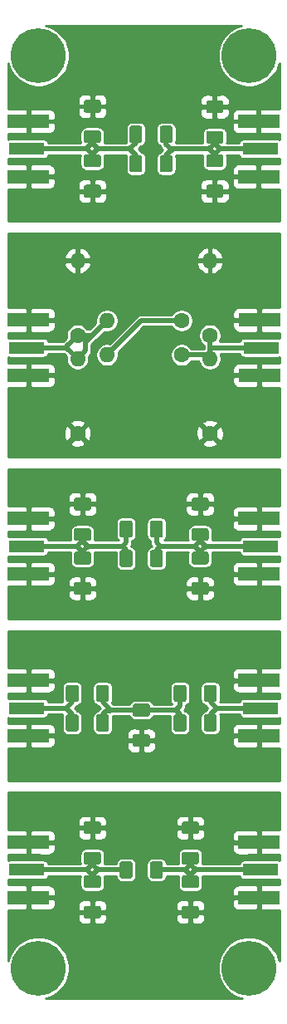
<source format=gbr>
G04 #@! TF.GenerationSoftware,KiCad,Pcbnew,(5.1.5)-3*
G04 #@! TF.CreationDate,2020-11-12T14:52:36+01:00*
G04 #@! TF.ProjectId,50 to 50 Attenuators,35302074-6f20-4353-9020-417474656e75,rev?*
G04 #@! TF.SameCoordinates,Original*
G04 #@! TF.FileFunction,Copper,L1,Top*
G04 #@! TF.FilePolarity,Positive*
%FSLAX46Y46*%
G04 Gerber Fmt 4.6, Leading zero omitted, Abs format (unit mm)*
G04 Created by KiCad (PCBNEW (5.1.5)-3) date 2020-11-12 14:52:36*
%MOMM*%
%LPD*%
G04 APERTURE LIST*
%ADD10C,5.600000*%
%ADD11R,3.600000X1.270000*%
%ADD12R,4.200000X1.350000*%
%ADD13C,0.100000*%
%ADD14C,1.600000*%
%ADD15O,1.600000X1.600000*%
%ADD16C,0.500000*%
%ADD17C,0.250000*%
G04 APERTURE END LIST*
D10*
X39000000Y-28992000D03*
X39000000Y-122000000D03*
X60500000Y-28992000D03*
X60500000Y-122000000D03*
D11*
X37800000Y-38500000D03*
D12*
X38000000Y-41325000D03*
X38000000Y-35675000D03*
D11*
X61675000Y-38500000D03*
D12*
X61475000Y-35675000D03*
X61475000Y-41325000D03*
X38000000Y-55925000D03*
X38000000Y-61575000D03*
D11*
X37800000Y-58750000D03*
D12*
X61550000Y-61575000D03*
X61550000Y-55925000D03*
D11*
X61750000Y-58750000D03*
D12*
X38000000Y-76175000D03*
X38000000Y-81825000D03*
D11*
X37800000Y-79000000D03*
X61700000Y-79000000D03*
D12*
X61500000Y-76175000D03*
X61500000Y-81825000D03*
X38000000Y-92675000D03*
X38000000Y-98325000D03*
D11*
X37800000Y-95500000D03*
X61700000Y-95500000D03*
D12*
X61500000Y-92675000D03*
X61500000Y-98325000D03*
D11*
X37800000Y-112000000D03*
D12*
X38000000Y-114825000D03*
X38000000Y-109175000D03*
X61500000Y-114825000D03*
X61500000Y-109175000D03*
D11*
X61700000Y-112000000D03*
G04 #@! TA.AperFunction,SMDPad,CuDef*
D13*
G36*
X45149504Y-33501204D02*
G01*
X45173773Y-33504804D01*
X45197571Y-33510765D01*
X45220671Y-33519030D01*
X45242849Y-33529520D01*
X45263893Y-33542133D01*
X45283598Y-33556747D01*
X45301777Y-33573223D01*
X45318253Y-33591402D01*
X45332867Y-33611107D01*
X45345480Y-33632151D01*
X45355970Y-33654329D01*
X45364235Y-33677429D01*
X45370196Y-33701227D01*
X45373796Y-33725496D01*
X45375000Y-33750000D01*
X45375000Y-34550000D01*
X45373796Y-34574504D01*
X45370196Y-34598773D01*
X45364235Y-34622571D01*
X45355970Y-34645671D01*
X45345480Y-34667849D01*
X45332867Y-34688893D01*
X45318253Y-34708598D01*
X45301777Y-34726777D01*
X45283598Y-34743253D01*
X45263893Y-34757867D01*
X45242849Y-34770480D01*
X45220671Y-34780970D01*
X45197571Y-34789235D01*
X45173773Y-34795196D01*
X45149504Y-34798796D01*
X45125000Y-34800000D01*
X43875000Y-34800000D01*
X43850496Y-34798796D01*
X43826227Y-34795196D01*
X43802429Y-34789235D01*
X43779329Y-34780970D01*
X43757151Y-34770480D01*
X43736107Y-34757867D01*
X43716402Y-34743253D01*
X43698223Y-34726777D01*
X43681747Y-34708598D01*
X43667133Y-34688893D01*
X43654520Y-34667849D01*
X43644030Y-34645671D01*
X43635765Y-34622571D01*
X43629804Y-34598773D01*
X43626204Y-34574504D01*
X43625000Y-34550000D01*
X43625000Y-33750000D01*
X43626204Y-33725496D01*
X43629804Y-33701227D01*
X43635765Y-33677429D01*
X43644030Y-33654329D01*
X43654520Y-33632151D01*
X43667133Y-33611107D01*
X43681747Y-33591402D01*
X43698223Y-33573223D01*
X43716402Y-33556747D01*
X43736107Y-33542133D01*
X43757151Y-33529520D01*
X43779329Y-33519030D01*
X43802429Y-33510765D01*
X43826227Y-33504804D01*
X43850496Y-33501204D01*
X43875000Y-33500000D01*
X45125000Y-33500000D01*
X45149504Y-33501204D01*
G37*
G04 #@! TD.AperFunction*
G04 #@! TA.AperFunction,SMDPad,CuDef*
G36*
X45149504Y-36601204D02*
G01*
X45173773Y-36604804D01*
X45197571Y-36610765D01*
X45220671Y-36619030D01*
X45242849Y-36629520D01*
X45263893Y-36642133D01*
X45283598Y-36656747D01*
X45301777Y-36673223D01*
X45318253Y-36691402D01*
X45332867Y-36711107D01*
X45345480Y-36732151D01*
X45355970Y-36754329D01*
X45364235Y-36777429D01*
X45370196Y-36801227D01*
X45373796Y-36825496D01*
X45375000Y-36850000D01*
X45375000Y-37650000D01*
X45373796Y-37674504D01*
X45370196Y-37698773D01*
X45364235Y-37722571D01*
X45355970Y-37745671D01*
X45345480Y-37767849D01*
X45332867Y-37788893D01*
X45318253Y-37808598D01*
X45301777Y-37826777D01*
X45283598Y-37843253D01*
X45263893Y-37857867D01*
X45242849Y-37870480D01*
X45220671Y-37880970D01*
X45197571Y-37889235D01*
X45173773Y-37895196D01*
X45149504Y-37898796D01*
X45125000Y-37900000D01*
X43875000Y-37900000D01*
X43850496Y-37898796D01*
X43826227Y-37895196D01*
X43802429Y-37889235D01*
X43779329Y-37880970D01*
X43757151Y-37870480D01*
X43736107Y-37857867D01*
X43716402Y-37843253D01*
X43698223Y-37826777D01*
X43681747Y-37808598D01*
X43667133Y-37788893D01*
X43654520Y-37767849D01*
X43644030Y-37745671D01*
X43635765Y-37722571D01*
X43629804Y-37698773D01*
X43626204Y-37674504D01*
X43625000Y-37650000D01*
X43625000Y-36850000D01*
X43626204Y-36825496D01*
X43629804Y-36801227D01*
X43635765Y-36777429D01*
X43644030Y-36754329D01*
X43654520Y-36732151D01*
X43667133Y-36711107D01*
X43681747Y-36691402D01*
X43698223Y-36673223D01*
X43716402Y-36656747D01*
X43736107Y-36642133D01*
X43757151Y-36629520D01*
X43779329Y-36619030D01*
X43802429Y-36610765D01*
X43826227Y-36604804D01*
X43850496Y-36601204D01*
X43875000Y-36600000D01*
X45125000Y-36600000D01*
X45149504Y-36601204D01*
G37*
G04 #@! TD.AperFunction*
G04 #@! TA.AperFunction,SMDPad,CuDef*
G36*
X57649504Y-36651204D02*
G01*
X57673773Y-36654804D01*
X57697571Y-36660765D01*
X57720671Y-36669030D01*
X57742849Y-36679520D01*
X57763893Y-36692133D01*
X57783598Y-36706747D01*
X57801777Y-36723223D01*
X57818253Y-36741402D01*
X57832867Y-36761107D01*
X57845480Y-36782151D01*
X57855970Y-36804329D01*
X57864235Y-36827429D01*
X57870196Y-36851227D01*
X57873796Y-36875496D01*
X57875000Y-36900000D01*
X57875000Y-37700000D01*
X57873796Y-37724504D01*
X57870196Y-37748773D01*
X57864235Y-37772571D01*
X57855970Y-37795671D01*
X57845480Y-37817849D01*
X57832867Y-37838893D01*
X57818253Y-37858598D01*
X57801777Y-37876777D01*
X57783598Y-37893253D01*
X57763893Y-37907867D01*
X57742849Y-37920480D01*
X57720671Y-37930970D01*
X57697571Y-37939235D01*
X57673773Y-37945196D01*
X57649504Y-37948796D01*
X57625000Y-37950000D01*
X56375000Y-37950000D01*
X56350496Y-37948796D01*
X56326227Y-37945196D01*
X56302429Y-37939235D01*
X56279329Y-37930970D01*
X56257151Y-37920480D01*
X56236107Y-37907867D01*
X56216402Y-37893253D01*
X56198223Y-37876777D01*
X56181747Y-37858598D01*
X56167133Y-37838893D01*
X56154520Y-37817849D01*
X56144030Y-37795671D01*
X56135765Y-37772571D01*
X56129804Y-37748773D01*
X56126204Y-37724504D01*
X56125000Y-37700000D01*
X56125000Y-36900000D01*
X56126204Y-36875496D01*
X56129804Y-36851227D01*
X56135765Y-36827429D01*
X56144030Y-36804329D01*
X56154520Y-36782151D01*
X56167133Y-36761107D01*
X56181747Y-36741402D01*
X56198223Y-36723223D01*
X56216402Y-36706747D01*
X56236107Y-36692133D01*
X56257151Y-36679520D01*
X56279329Y-36669030D01*
X56302429Y-36660765D01*
X56326227Y-36654804D01*
X56350496Y-36651204D01*
X56375000Y-36650000D01*
X57625000Y-36650000D01*
X57649504Y-36651204D01*
G37*
G04 #@! TD.AperFunction*
G04 #@! TA.AperFunction,SMDPad,CuDef*
G36*
X57649504Y-33551204D02*
G01*
X57673773Y-33554804D01*
X57697571Y-33560765D01*
X57720671Y-33569030D01*
X57742849Y-33579520D01*
X57763893Y-33592133D01*
X57783598Y-33606747D01*
X57801777Y-33623223D01*
X57818253Y-33641402D01*
X57832867Y-33661107D01*
X57845480Y-33682151D01*
X57855970Y-33704329D01*
X57864235Y-33727429D01*
X57870196Y-33751227D01*
X57873796Y-33775496D01*
X57875000Y-33800000D01*
X57875000Y-34600000D01*
X57873796Y-34624504D01*
X57870196Y-34648773D01*
X57864235Y-34672571D01*
X57855970Y-34695671D01*
X57845480Y-34717849D01*
X57832867Y-34738893D01*
X57818253Y-34758598D01*
X57801777Y-34776777D01*
X57783598Y-34793253D01*
X57763893Y-34807867D01*
X57742849Y-34820480D01*
X57720671Y-34830970D01*
X57697571Y-34839235D01*
X57673773Y-34845196D01*
X57649504Y-34848796D01*
X57625000Y-34850000D01*
X56375000Y-34850000D01*
X56350496Y-34848796D01*
X56326227Y-34845196D01*
X56302429Y-34839235D01*
X56279329Y-34830970D01*
X56257151Y-34820480D01*
X56236107Y-34807867D01*
X56216402Y-34793253D01*
X56198223Y-34776777D01*
X56181747Y-34758598D01*
X56167133Y-34738893D01*
X56154520Y-34717849D01*
X56144030Y-34695671D01*
X56135765Y-34672571D01*
X56129804Y-34648773D01*
X56126204Y-34624504D01*
X56125000Y-34600000D01*
X56125000Y-33800000D01*
X56126204Y-33775496D01*
X56129804Y-33751227D01*
X56135765Y-33727429D01*
X56144030Y-33704329D01*
X56154520Y-33682151D01*
X56167133Y-33661107D01*
X56181747Y-33641402D01*
X56198223Y-33623223D01*
X56216402Y-33606747D01*
X56236107Y-33592133D01*
X56257151Y-33579520D01*
X56279329Y-33569030D01*
X56302429Y-33560765D01*
X56326227Y-33554804D01*
X56350496Y-33551204D01*
X56375000Y-33550000D01*
X57625000Y-33550000D01*
X57649504Y-33551204D01*
G37*
G04 #@! TD.AperFunction*
G04 #@! TA.AperFunction,SMDPad,CuDef*
G36*
X52474504Y-39126204D02*
G01*
X52498773Y-39129804D01*
X52522571Y-39135765D01*
X52545671Y-39144030D01*
X52567849Y-39154520D01*
X52588893Y-39167133D01*
X52608598Y-39181747D01*
X52626777Y-39198223D01*
X52643253Y-39216402D01*
X52657867Y-39236107D01*
X52670480Y-39257151D01*
X52680970Y-39279329D01*
X52689235Y-39302429D01*
X52695196Y-39326227D01*
X52698796Y-39350496D01*
X52700000Y-39375000D01*
X52700000Y-40625000D01*
X52698796Y-40649504D01*
X52695196Y-40673773D01*
X52689235Y-40697571D01*
X52680970Y-40720671D01*
X52670480Y-40742849D01*
X52657867Y-40763893D01*
X52643253Y-40783598D01*
X52626777Y-40801777D01*
X52608598Y-40818253D01*
X52588893Y-40832867D01*
X52567849Y-40845480D01*
X52545671Y-40855970D01*
X52522571Y-40864235D01*
X52498773Y-40870196D01*
X52474504Y-40873796D01*
X52450000Y-40875000D01*
X51650000Y-40875000D01*
X51625496Y-40873796D01*
X51601227Y-40870196D01*
X51577429Y-40864235D01*
X51554329Y-40855970D01*
X51532151Y-40845480D01*
X51511107Y-40832867D01*
X51491402Y-40818253D01*
X51473223Y-40801777D01*
X51456747Y-40783598D01*
X51442133Y-40763893D01*
X51429520Y-40742849D01*
X51419030Y-40720671D01*
X51410765Y-40697571D01*
X51404804Y-40673773D01*
X51401204Y-40649504D01*
X51400000Y-40625000D01*
X51400000Y-39375000D01*
X51401204Y-39350496D01*
X51404804Y-39326227D01*
X51410765Y-39302429D01*
X51419030Y-39279329D01*
X51429520Y-39257151D01*
X51442133Y-39236107D01*
X51456747Y-39216402D01*
X51473223Y-39198223D01*
X51491402Y-39181747D01*
X51511107Y-39167133D01*
X51532151Y-39154520D01*
X51554329Y-39144030D01*
X51577429Y-39135765D01*
X51601227Y-39129804D01*
X51625496Y-39126204D01*
X51650000Y-39125000D01*
X52450000Y-39125000D01*
X52474504Y-39126204D01*
G37*
G04 #@! TD.AperFunction*
G04 #@! TA.AperFunction,SMDPad,CuDef*
G36*
X49374504Y-39126204D02*
G01*
X49398773Y-39129804D01*
X49422571Y-39135765D01*
X49445671Y-39144030D01*
X49467849Y-39154520D01*
X49488893Y-39167133D01*
X49508598Y-39181747D01*
X49526777Y-39198223D01*
X49543253Y-39216402D01*
X49557867Y-39236107D01*
X49570480Y-39257151D01*
X49580970Y-39279329D01*
X49589235Y-39302429D01*
X49595196Y-39326227D01*
X49598796Y-39350496D01*
X49600000Y-39375000D01*
X49600000Y-40625000D01*
X49598796Y-40649504D01*
X49595196Y-40673773D01*
X49589235Y-40697571D01*
X49580970Y-40720671D01*
X49570480Y-40742849D01*
X49557867Y-40763893D01*
X49543253Y-40783598D01*
X49526777Y-40801777D01*
X49508598Y-40818253D01*
X49488893Y-40832867D01*
X49467849Y-40845480D01*
X49445671Y-40855970D01*
X49422571Y-40864235D01*
X49398773Y-40870196D01*
X49374504Y-40873796D01*
X49350000Y-40875000D01*
X48550000Y-40875000D01*
X48525496Y-40873796D01*
X48501227Y-40870196D01*
X48477429Y-40864235D01*
X48454329Y-40855970D01*
X48432151Y-40845480D01*
X48411107Y-40832867D01*
X48391402Y-40818253D01*
X48373223Y-40801777D01*
X48356747Y-40783598D01*
X48342133Y-40763893D01*
X48329520Y-40742849D01*
X48319030Y-40720671D01*
X48310765Y-40697571D01*
X48304804Y-40673773D01*
X48301204Y-40649504D01*
X48300000Y-40625000D01*
X48300000Y-39375000D01*
X48301204Y-39350496D01*
X48304804Y-39326227D01*
X48310765Y-39302429D01*
X48319030Y-39279329D01*
X48329520Y-39257151D01*
X48342133Y-39236107D01*
X48356747Y-39216402D01*
X48373223Y-39198223D01*
X48391402Y-39181747D01*
X48411107Y-39167133D01*
X48432151Y-39154520D01*
X48454329Y-39144030D01*
X48477429Y-39135765D01*
X48501227Y-39129804D01*
X48525496Y-39126204D01*
X48550000Y-39125000D01*
X49350000Y-39125000D01*
X49374504Y-39126204D01*
G37*
G04 #@! TD.AperFunction*
G04 #@! TA.AperFunction,SMDPad,CuDef*
G36*
X49374504Y-36126204D02*
G01*
X49398773Y-36129804D01*
X49422571Y-36135765D01*
X49445671Y-36144030D01*
X49467849Y-36154520D01*
X49488893Y-36167133D01*
X49508598Y-36181747D01*
X49526777Y-36198223D01*
X49543253Y-36216402D01*
X49557867Y-36236107D01*
X49570480Y-36257151D01*
X49580970Y-36279329D01*
X49589235Y-36302429D01*
X49595196Y-36326227D01*
X49598796Y-36350496D01*
X49600000Y-36375000D01*
X49600000Y-37625000D01*
X49598796Y-37649504D01*
X49595196Y-37673773D01*
X49589235Y-37697571D01*
X49580970Y-37720671D01*
X49570480Y-37742849D01*
X49557867Y-37763893D01*
X49543253Y-37783598D01*
X49526777Y-37801777D01*
X49508598Y-37818253D01*
X49488893Y-37832867D01*
X49467849Y-37845480D01*
X49445671Y-37855970D01*
X49422571Y-37864235D01*
X49398773Y-37870196D01*
X49374504Y-37873796D01*
X49350000Y-37875000D01*
X48550000Y-37875000D01*
X48525496Y-37873796D01*
X48501227Y-37870196D01*
X48477429Y-37864235D01*
X48454329Y-37855970D01*
X48432151Y-37845480D01*
X48411107Y-37832867D01*
X48391402Y-37818253D01*
X48373223Y-37801777D01*
X48356747Y-37783598D01*
X48342133Y-37763893D01*
X48329520Y-37742849D01*
X48319030Y-37720671D01*
X48310765Y-37697571D01*
X48304804Y-37673773D01*
X48301204Y-37649504D01*
X48300000Y-37625000D01*
X48300000Y-36375000D01*
X48301204Y-36350496D01*
X48304804Y-36326227D01*
X48310765Y-36302429D01*
X48319030Y-36279329D01*
X48329520Y-36257151D01*
X48342133Y-36236107D01*
X48356747Y-36216402D01*
X48373223Y-36198223D01*
X48391402Y-36181747D01*
X48411107Y-36167133D01*
X48432151Y-36154520D01*
X48454329Y-36144030D01*
X48477429Y-36135765D01*
X48501227Y-36129804D01*
X48525496Y-36126204D01*
X48550000Y-36125000D01*
X49350000Y-36125000D01*
X49374504Y-36126204D01*
G37*
G04 #@! TD.AperFunction*
G04 #@! TA.AperFunction,SMDPad,CuDef*
G36*
X52474504Y-36126204D02*
G01*
X52498773Y-36129804D01*
X52522571Y-36135765D01*
X52545671Y-36144030D01*
X52567849Y-36154520D01*
X52588893Y-36167133D01*
X52608598Y-36181747D01*
X52626777Y-36198223D01*
X52643253Y-36216402D01*
X52657867Y-36236107D01*
X52670480Y-36257151D01*
X52680970Y-36279329D01*
X52689235Y-36302429D01*
X52695196Y-36326227D01*
X52698796Y-36350496D01*
X52700000Y-36375000D01*
X52700000Y-37625000D01*
X52698796Y-37649504D01*
X52695196Y-37673773D01*
X52689235Y-37697571D01*
X52680970Y-37720671D01*
X52670480Y-37742849D01*
X52657867Y-37763893D01*
X52643253Y-37783598D01*
X52626777Y-37801777D01*
X52608598Y-37818253D01*
X52588893Y-37832867D01*
X52567849Y-37845480D01*
X52545671Y-37855970D01*
X52522571Y-37864235D01*
X52498773Y-37870196D01*
X52474504Y-37873796D01*
X52450000Y-37875000D01*
X51650000Y-37875000D01*
X51625496Y-37873796D01*
X51601227Y-37870196D01*
X51577429Y-37864235D01*
X51554329Y-37855970D01*
X51532151Y-37845480D01*
X51511107Y-37832867D01*
X51491402Y-37818253D01*
X51473223Y-37801777D01*
X51456747Y-37783598D01*
X51442133Y-37763893D01*
X51429520Y-37742849D01*
X51419030Y-37720671D01*
X51410765Y-37697571D01*
X51404804Y-37673773D01*
X51401204Y-37649504D01*
X51400000Y-37625000D01*
X51400000Y-36375000D01*
X51401204Y-36350496D01*
X51404804Y-36326227D01*
X51410765Y-36302429D01*
X51419030Y-36279329D01*
X51429520Y-36257151D01*
X51442133Y-36236107D01*
X51456747Y-36216402D01*
X51473223Y-36198223D01*
X51491402Y-36181747D01*
X51511107Y-36167133D01*
X51532151Y-36154520D01*
X51554329Y-36144030D01*
X51577429Y-36135765D01*
X51601227Y-36129804D01*
X51625496Y-36126204D01*
X51650000Y-36125000D01*
X52450000Y-36125000D01*
X52474504Y-36126204D01*
G37*
G04 #@! TD.AperFunction*
G04 #@! TA.AperFunction,SMDPad,CuDef*
G36*
X45149504Y-39051204D02*
G01*
X45173773Y-39054804D01*
X45197571Y-39060765D01*
X45220671Y-39069030D01*
X45242849Y-39079520D01*
X45263893Y-39092133D01*
X45283598Y-39106747D01*
X45301777Y-39123223D01*
X45318253Y-39141402D01*
X45332867Y-39161107D01*
X45345480Y-39182151D01*
X45355970Y-39204329D01*
X45364235Y-39227429D01*
X45370196Y-39251227D01*
X45373796Y-39275496D01*
X45375000Y-39300000D01*
X45375000Y-40100000D01*
X45373796Y-40124504D01*
X45370196Y-40148773D01*
X45364235Y-40172571D01*
X45355970Y-40195671D01*
X45345480Y-40217849D01*
X45332867Y-40238893D01*
X45318253Y-40258598D01*
X45301777Y-40276777D01*
X45283598Y-40293253D01*
X45263893Y-40307867D01*
X45242849Y-40320480D01*
X45220671Y-40330970D01*
X45197571Y-40339235D01*
X45173773Y-40345196D01*
X45149504Y-40348796D01*
X45125000Y-40350000D01*
X43875000Y-40350000D01*
X43850496Y-40348796D01*
X43826227Y-40345196D01*
X43802429Y-40339235D01*
X43779329Y-40330970D01*
X43757151Y-40320480D01*
X43736107Y-40307867D01*
X43716402Y-40293253D01*
X43698223Y-40276777D01*
X43681747Y-40258598D01*
X43667133Y-40238893D01*
X43654520Y-40217849D01*
X43644030Y-40195671D01*
X43635765Y-40172571D01*
X43629804Y-40148773D01*
X43626204Y-40124504D01*
X43625000Y-40100000D01*
X43625000Y-39300000D01*
X43626204Y-39275496D01*
X43629804Y-39251227D01*
X43635765Y-39227429D01*
X43644030Y-39204329D01*
X43654520Y-39182151D01*
X43667133Y-39161107D01*
X43681747Y-39141402D01*
X43698223Y-39123223D01*
X43716402Y-39106747D01*
X43736107Y-39092133D01*
X43757151Y-39079520D01*
X43779329Y-39069030D01*
X43802429Y-39060765D01*
X43826227Y-39054804D01*
X43850496Y-39051204D01*
X43875000Y-39050000D01*
X45125000Y-39050000D01*
X45149504Y-39051204D01*
G37*
G04 #@! TD.AperFunction*
G04 #@! TA.AperFunction,SMDPad,CuDef*
G36*
X45149504Y-42151204D02*
G01*
X45173773Y-42154804D01*
X45197571Y-42160765D01*
X45220671Y-42169030D01*
X45242849Y-42179520D01*
X45263893Y-42192133D01*
X45283598Y-42206747D01*
X45301777Y-42223223D01*
X45318253Y-42241402D01*
X45332867Y-42261107D01*
X45345480Y-42282151D01*
X45355970Y-42304329D01*
X45364235Y-42327429D01*
X45370196Y-42351227D01*
X45373796Y-42375496D01*
X45375000Y-42400000D01*
X45375000Y-43200000D01*
X45373796Y-43224504D01*
X45370196Y-43248773D01*
X45364235Y-43272571D01*
X45355970Y-43295671D01*
X45345480Y-43317849D01*
X45332867Y-43338893D01*
X45318253Y-43358598D01*
X45301777Y-43376777D01*
X45283598Y-43393253D01*
X45263893Y-43407867D01*
X45242849Y-43420480D01*
X45220671Y-43430970D01*
X45197571Y-43439235D01*
X45173773Y-43445196D01*
X45149504Y-43448796D01*
X45125000Y-43450000D01*
X43875000Y-43450000D01*
X43850496Y-43448796D01*
X43826227Y-43445196D01*
X43802429Y-43439235D01*
X43779329Y-43430970D01*
X43757151Y-43420480D01*
X43736107Y-43407867D01*
X43716402Y-43393253D01*
X43698223Y-43376777D01*
X43681747Y-43358598D01*
X43667133Y-43338893D01*
X43654520Y-43317849D01*
X43644030Y-43295671D01*
X43635765Y-43272571D01*
X43629804Y-43248773D01*
X43626204Y-43224504D01*
X43625000Y-43200000D01*
X43625000Y-42400000D01*
X43626204Y-42375496D01*
X43629804Y-42351227D01*
X43635765Y-42327429D01*
X43644030Y-42304329D01*
X43654520Y-42282151D01*
X43667133Y-42261107D01*
X43681747Y-42241402D01*
X43698223Y-42223223D01*
X43716402Y-42206747D01*
X43736107Y-42192133D01*
X43757151Y-42179520D01*
X43779329Y-42169030D01*
X43802429Y-42160765D01*
X43826227Y-42154804D01*
X43850496Y-42151204D01*
X43875000Y-42150000D01*
X45125000Y-42150000D01*
X45149504Y-42151204D01*
G37*
G04 #@! TD.AperFunction*
G04 #@! TA.AperFunction,SMDPad,CuDef*
G36*
X57649504Y-42151204D02*
G01*
X57673773Y-42154804D01*
X57697571Y-42160765D01*
X57720671Y-42169030D01*
X57742849Y-42179520D01*
X57763893Y-42192133D01*
X57783598Y-42206747D01*
X57801777Y-42223223D01*
X57818253Y-42241402D01*
X57832867Y-42261107D01*
X57845480Y-42282151D01*
X57855970Y-42304329D01*
X57864235Y-42327429D01*
X57870196Y-42351227D01*
X57873796Y-42375496D01*
X57875000Y-42400000D01*
X57875000Y-43200000D01*
X57873796Y-43224504D01*
X57870196Y-43248773D01*
X57864235Y-43272571D01*
X57855970Y-43295671D01*
X57845480Y-43317849D01*
X57832867Y-43338893D01*
X57818253Y-43358598D01*
X57801777Y-43376777D01*
X57783598Y-43393253D01*
X57763893Y-43407867D01*
X57742849Y-43420480D01*
X57720671Y-43430970D01*
X57697571Y-43439235D01*
X57673773Y-43445196D01*
X57649504Y-43448796D01*
X57625000Y-43450000D01*
X56375000Y-43450000D01*
X56350496Y-43448796D01*
X56326227Y-43445196D01*
X56302429Y-43439235D01*
X56279329Y-43430970D01*
X56257151Y-43420480D01*
X56236107Y-43407867D01*
X56216402Y-43393253D01*
X56198223Y-43376777D01*
X56181747Y-43358598D01*
X56167133Y-43338893D01*
X56154520Y-43317849D01*
X56144030Y-43295671D01*
X56135765Y-43272571D01*
X56129804Y-43248773D01*
X56126204Y-43224504D01*
X56125000Y-43200000D01*
X56125000Y-42400000D01*
X56126204Y-42375496D01*
X56129804Y-42351227D01*
X56135765Y-42327429D01*
X56144030Y-42304329D01*
X56154520Y-42282151D01*
X56167133Y-42261107D01*
X56181747Y-42241402D01*
X56198223Y-42223223D01*
X56216402Y-42206747D01*
X56236107Y-42192133D01*
X56257151Y-42179520D01*
X56279329Y-42169030D01*
X56302429Y-42160765D01*
X56326227Y-42154804D01*
X56350496Y-42151204D01*
X56375000Y-42150000D01*
X57625000Y-42150000D01*
X57649504Y-42151204D01*
G37*
G04 #@! TD.AperFunction*
G04 #@! TA.AperFunction,SMDPad,CuDef*
G36*
X57649504Y-39051204D02*
G01*
X57673773Y-39054804D01*
X57697571Y-39060765D01*
X57720671Y-39069030D01*
X57742849Y-39079520D01*
X57763893Y-39092133D01*
X57783598Y-39106747D01*
X57801777Y-39123223D01*
X57818253Y-39141402D01*
X57832867Y-39161107D01*
X57845480Y-39182151D01*
X57855970Y-39204329D01*
X57864235Y-39227429D01*
X57870196Y-39251227D01*
X57873796Y-39275496D01*
X57875000Y-39300000D01*
X57875000Y-40100000D01*
X57873796Y-40124504D01*
X57870196Y-40148773D01*
X57864235Y-40172571D01*
X57855970Y-40195671D01*
X57845480Y-40217849D01*
X57832867Y-40238893D01*
X57818253Y-40258598D01*
X57801777Y-40276777D01*
X57783598Y-40293253D01*
X57763893Y-40307867D01*
X57742849Y-40320480D01*
X57720671Y-40330970D01*
X57697571Y-40339235D01*
X57673773Y-40345196D01*
X57649504Y-40348796D01*
X57625000Y-40350000D01*
X56375000Y-40350000D01*
X56350496Y-40348796D01*
X56326227Y-40345196D01*
X56302429Y-40339235D01*
X56279329Y-40330970D01*
X56257151Y-40320480D01*
X56236107Y-40307867D01*
X56216402Y-40293253D01*
X56198223Y-40276777D01*
X56181747Y-40258598D01*
X56167133Y-40238893D01*
X56154520Y-40217849D01*
X56144030Y-40195671D01*
X56135765Y-40172571D01*
X56129804Y-40148773D01*
X56126204Y-40124504D01*
X56125000Y-40100000D01*
X56125000Y-39300000D01*
X56126204Y-39275496D01*
X56129804Y-39251227D01*
X56135765Y-39227429D01*
X56144030Y-39204329D01*
X56154520Y-39182151D01*
X56167133Y-39161107D01*
X56181747Y-39141402D01*
X56198223Y-39123223D01*
X56216402Y-39106747D01*
X56236107Y-39092133D01*
X56257151Y-39079520D01*
X56279329Y-39069030D01*
X56302429Y-39060765D01*
X56326227Y-39054804D01*
X56350496Y-39051204D01*
X56375000Y-39050000D01*
X57625000Y-39050000D01*
X57649504Y-39051204D01*
G37*
G04 #@! TD.AperFunction*
D14*
X43000000Y-57500000D03*
D15*
X43000000Y-49880000D03*
X56500000Y-49880000D03*
D14*
X56500000Y-57500000D03*
D15*
X46000000Y-56000000D03*
D14*
X53620000Y-56000000D03*
X53620000Y-59500000D03*
D15*
X46000000Y-59500000D03*
X43000000Y-59880000D03*
D14*
X43000000Y-67500000D03*
X56500000Y-67500000D03*
D15*
X56500000Y-59880000D03*
G04 #@! TA.AperFunction,SMDPad,CuDef*
D13*
G36*
X44149504Y-77151204D02*
G01*
X44173773Y-77154804D01*
X44197571Y-77160765D01*
X44220671Y-77169030D01*
X44242849Y-77179520D01*
X44263893Y-77192133D01*
X44283598Y-77206747D01*
X44301777Y-77223223D01*
X44318253Y-77241402D01*
X44332867Y-77261107D01*
X44345480Y-77282151D01*
X44355970Y-77304329D01*
X44364235Y-77327429D01*
X44370196Y-77351227D01*
X44373796Y-77375496D01*
X44375000Y-77400000D01*
X44375000Y-78200000D01*
X44373796Y-78224504D01*
X44370196Y-78248773D01*
X44364235Y-78272571D01*
X44355970Y-78295671D01*
X44345480Y-78317849D01*
X44332867Y-78338893D01*
X44318253Y-78358598D01*
X44301777Y-78376777D01*
X44283598Y-78393253D01*
X44263893Y-78407867D01*
X44242849Y-78420480D01*
X44220671Y-78430970D01*
X44197571Y-78439235D01*
X44173773Y-78445196D01*
X44149504Y-78448796D01*
X44125000Y-78450000D01*
X42875000Y-78450000D01*
X42850496Y-78448796D01*
X42826227Y-78445196D01*
X42802429Y-78439235D01*
X42779329Y-78430970D01*
X42757151Y-78420480D01*
X42736107Y-78407867D01*
X42716402Y-78393253D01*
X42698223Y-78376777D01*
X42681747Y-78358598D01*
X42667133Y-78338893D01*
X42654520Y-78317849D01*
X42644030Y-78295671D01*
X42635765Y-78272571D01*
X42629804Y-78248773D01*
X42626204Y-78224504D01*
X42625000Y-78200000D01*
X42625000Y-77400000D01*
X42626204Y-77375496D01*
X42629804Y-77351227D01*
X42635765Y-77327429D01*
X42644030Y-77304329D01*
X42654520Y-77282151D01*
X42667133Y-77261107D01*
X42681747Y-77241402D01*
X42698223Y-77223223D01*
X42716402Y-77206747D01*
X42736107Y-77192133D01*
X42757151Y-77179520D01*
X42779329Y-77169030D01*
X42802429Y-77160765D01*
X42826227Y-77154804D01*
X42850496Y-77151204D01*
X42875000Y-77150000D01*
X44125000Y-77150000D01*
X44149504Y-77151204D01*
G37*
G04 #@! TD.AperFunction*
G04 #@! TA.AperFunction,SMDPad,CuDef*
G36*
X44149504Y-74051204D02*
G01*
X44173773Y-74054804D01*
X44197571Y-74060765D01*
X44220671Y-74069030D01*
X44242849Y-74079520D01*
X44263893Y-74092133D01*
X44283598Y-74106747D01*
X44301777Y-74123223D01*
X44318253Y-74141402D01*
X44332867Y-74161107D01*
X44345480Y-74182151D01*
X44355970Y-74204329D01*
X44364235Y-74227429D01*
X44370196Y-74251227D01*
X44373796Y-74275496D01*
X44375000Y-74300000D01*
X44375000Y-75100000D01*
X44373796Y-75124504D01*
X44370196Y-75148773D01*
X44364235Y-75172571D01*
X44355970Y-75195671D01*
X44345480Y-75217849D01*
X44332867Y-75238893D01*
X44318253Y-75258598D01*
X44301777Y-75276777D01*
X44283598Y-75293253D01*
X44263893Y-75307867D01*
X44242849Y-75320480D01*
X44220671Y-75330970D01*
X44197571Y-75339235D01*
X44173773Y-75345196D01*
X44149504Y-75348796D01*
X44125000Y-75350000D01*
X42875000Y-75350000D01*
X42850496Y-75348796D01*
X42826227Y-75345196D01*
X42802429Y-75339235D01*
X42779329Y-75330970D01*
X42757151Y-75320480D01*
X42736107Y-75307867D01*
X42716402Y-75293253D01*
X42698223Y-75276777D01*
X42681747Y-75258598D01*
X42667133Y-75238893D01*
X42654520Y-75217849D01*
X42644030Y-75195671D01*
X42635765Y-75172571D01*
X42629804Y-75148773D01*
X42626204Y-75124504D01*
X42625000Y-75100000D01*
X42625000Y-74300000D01*
X42626204Y-74275496D01*
X42629804Y-74251227D01*
X42635765Y-74227429D01*
X42644030Y-74204329D01*
X42654520Y-74182151D01*
X42667133Y-74161107D01*
X42681747Y-74141402D01*
X42698223Y-74123223D01*
X42716402Y-74106747D01*
X42736107Y-74092133D01*
X42757151Y-74079520D01*
X42779329Y-74069030D01*
X42802429Y-74060765D01*
X42826227Y-74054804D01*
X42850496Y-74051204D01*
X42875000Y-74050000D01*
X44125000Y-74050000D01*
X44149504Y-74051204D01*
G37*
G04 #@! TD.AperFunction*
G04 #@! TA.AperFunction,SMDPad,CuDef*
G36*
X51474504Y-76376204D02*
G01*
X51498773Y-76379804D01*
X51522571Y-76385765D01*
X51545671Y-76394030D01*
X51567849Y-76404520D01*
X51588893Y-76417133D01*
X51608598Y-76431747D01*
X51626777Y-76448223D01*
X51643253Y-76466402D01*
X51657867Y-76486107D01*
X51670480Y-76507151D01*
X51680970Y-76529329D01*
X51689235Y-76552429D01*
X51695196Y-76576227D01*
X51698796Y-76600496D01*
X51700000Y-76625000D01*
X51700000Y-77875000D01*
X51698796Y-77899504D01*
X51695196Y-77923773D01*
X51689235Y-77947571D01*
X51680970Y-77970671D01*
X51670480Y-77992849D01*
X51657867Y-78013893D01*
X51643253Y-78033598D01*
X51626777Y-78051777D01*
X51608598Y-78068253D01*
X51588893Y-78082867D01*
X51567849Y-78095480D01*
X51545671Y-78105970D01*
X51522571Y-78114235D01*
X51498773Y-78120196D01*
X51474504Y-78123796D01*
X51450000Y-78125000D01*
X50650000Y-78125000D01*
X50625496Y-78123796D01*
X50601227Y-78120196D01*
X50577429Y-78114235D01*
X50554329Y-78105970D01*
X50532151Y-78095480D01*
X50511107Y-78082867D01*
X50491402Y-78068253D01*
X50473223Y-78051777D01*
X50456747Y-78033598D01*
X50442133Y-78013893D01*
X50429520Y-77992849D01*
X50419030Y-77970671D01*
X50410765Y-77947571D01*
X50404804Y-77923773D01*
X50401204Y-77899504D01*
X50400000Y-77875000D01*
X50400000Y-76625000D01*
X50401204Y-76600496D01*
X50404804Y-76576227D01*
X50410765Y-76552429D01*
X50419030Y-76529329D01*
X50429520Y-76507151D01*
X50442133Y-76486107D01*
X50456747Y-76466402D01*
X50473223Y-76448223D01*
X50491402Y-76431747D01*
X50511107Y-76417133D01*
X50532151Y-76404520D01*
X50554329Y-76394030D01*
X50577429Y-76385765D01*
X50601227Y-76379804D01*
X50625496Y-76376204D01*
X50650000Y-76375000D01*
X51450000Y-76375000D01*
X51474504Y-76376204D01*
G37*
G04 #@! TD.AperFunction*
G04 #@! TA.AperFunction,SMDPad,CuDef*
G36*
X48374504Y-76376204D02*
G01*
X48398773Y-76379804D01*
X48422571Y-76385765D01*
X48445671Y-76394030D01*
X48467849Y-76404520D01*
X48488893Y-76417133D01*
X48508598Y-76431747D01*
X48526777Y-76448223D01*
X48543253Y-76466402D01*
X48557867Y-76486107D01*
X48570480Y-76507151D01*
X48580970Y-76529329D01*
X48589235Y-76552429D01*
X48595196Y-76576227D01*
X48598796Y-76600496D01*
X48600000Y-76625000D01*
X48600000Y-77875000D01*
X48598796Y-77899504D01*
X48595196Y-77923773D01*
X48589235Y-77947571D01*
X48580970Y-77970671D01*
X48570480Y-77992849D01*
X48557867Y-78013893D01*
X48543253Y-78033598D01*
X48526777Y-78051777D01*
X48508598Y-78068253D01*
X48488893Y-78082867D01*
X48467849Y-78095480D01*
X48445671Y-78105970D01*
X48422571Y-78114235D01*
X48398773Y-78120196D01*
X48374504Y-78123796D01*
X48350000Y-78125000D01*
X47550000Y-78125000D01*
X47525496Y-78123796D01*
X47501227Y-78120196D01*
X47477429Y-78114235D01*
X47454329Y-78105970D01*
X47432151Y-78095480D01*
X47411107Y-78082867D01*
X47391402Y-78068253D01*
X47373223Y-78051777D01*
X47356747Y-78033598D01*
X47342133Y-78013893D01*
X47329520Y-77992849D01*
X47319030Y-77970671D01*
X47310765Y-77947571D01*
X47304804Y-77923773D01*
X47301204Y-77899504D01*
X47300000Y-77875000D01*
X47300000Y-76625000D01*
X47301204Y-76600496D01*
X47304804Y-76576227D01*
X47310765Y-76552429D01*
X47319030Y-76529329D01*
X47329520Y-76507151D01*
X47342133Y-76486107D01*
X47356747Y-76466402D01*
X47373223Y-76448223D01*
X47391402Y-76431747D01*
X47411107Y-76417133D01*
X47432151Y-76404520D01*
X47454329Y-76394030D01*
X47477429Y-76385765D01*
X47501227Y-76379804D01*
X47525496Y-76376204D01*
X47550000Y-76375000D01*
X48350000Y-76375000D01*
X48374504Y-76376204D01*
G37*
G04 #@! TD.AperFunction*
G04 #@! TA.AperFunction,SMDPad,CuDef*
G36*
X56149504Y-74051204D02*
G01*
X56173773Y-74054804D01*
X56197571Y-74060765D01*
X56220671Y-74069030D01*
X56242849Y-74079520D01*
X56263893Y-74092133D01*
X56283598Y-74106747D01*
X56301777Y-74123223D01*
X56318253Y-74141402D01*
X56332867Y-74161107D01*
X56345480Y-74182151D01*
X56355970Y-74204329D01*
X56364235Y-74227429D01*
X56370196Y-74251227D01*
X56373796Y-74275496D01*
X56375000Y-74300000D01*
X56375000Y-75100000D01*
X56373796Y-75124504D01*
X56370196Y-75148773D01*
X56364235Y-75172571D01*
X56355970Y-75195671D01*
X56345480Y-75217849D01*
X56332867Y-75238893D01*
X56318253Y-75258598D01*
X56301777Y-75276777D01*
X56283598Y-75293253D01*
X56263893Y-75307867D01*
X56242849Y-75320480D01*
X56220671Y-75330970D01*
X56197571Y-75339235D01*
X56173773Y-75345196D01*
X56149504Y-75348796D01*
X56125000Y-75350000D01*
X54875000Y-75350000D01*
X54850496Y-75348796D01*
X54826227Y-75345196D01*
X54802429Y-75339235D01*
X54779329Y-75330970D01*
X54757151Y-75320480D01*
X54736107Y-75307867D01*
X54716402Y-75293253D01*
X54698223Y-75276777D01*
X54681747Y-75258598D01*
X54667133Y-75238893D01*
X54654520Y-75217849D01*
X54644030Y-75195671D01*
X54635765Y-75172571D01*
X54629804Y-75148773D01*
X54626204Y-75124504D01*
X54625000Y-75100000D01*
X54625000Y-74300000D01*
X54626204Y-74275496D01*
X54629804Y-74251227D01*
X54635765Y-74227429D01*
X54644030Y-74204329D01*
X54654520Y-74182151D01*
X54667133Y-74161107D01*
X54681747Y-74141402D01*
X54698223Y-74123223D01*
X54716402Y-74106747D01*
X54736107Y-74092133D01*
X54757151Y-74079520D01*
X54779329Y-74069030D01*
X54802429Y-74060765D01*
X54826227Y-74054804D01*
X54850496Y-74051204D01*
X54875000Y-74050000D01*
X56125000Y-74050000D01*
X56149504Y-74051204D01*
G37*
G04 #@! TD.AperFunction*
G04 #@! TA.AperFunction,SMDPad,CuDef*
G36*
X56149504Y-77151204D02*
G01*
X56173773Y-77154804D01*
X56197571Y-77160765D01*
X56220671Y-77169030D01*
X56242849Y-77179520D01*
X56263893Y-77192133D01*
X56283598Y-77206747D01*
X56301777Y-77223223D01*
X56318253Y-77241402D01*
X56332867Y-77261107D01*
X56345480Y-77282151D01*
X56355970Y-77304329D01*
X56364235Y-77327429D01*
X56370196Y-77351227D01*
X56373796Y-77375496D01*
X56375000Y-77400000D01*
X56375000Y-78200000D01*
X56373796Y-78224504D01*
X56370196Y-78248773D01*
X56364235Y-78272571D01*
X56355970Y-78295671D01*
X56345480Y-78317849D01*
X56332867Y-78338893D01*
X56318253Y-78358598D01*
X56301777Y-78376777D01*
X56283598Y-78393253D01*
X56263893Y-78407867D01*
X56242849Y-78420480D01*
X56220671Y-78430970D01*
X56197571Y-78439235D01*
X56173773Y-78445196D01*
X56149504Y-78448796D01*
X56125000Y-78450000D01*
X54875000Y-78450000D01*
X54850496Y-78448796D01*
X54826227Y-78445196D01*
X54802429Y-78439235D01*
X54779329Y-78430970D01*
X54757151Y-78420480D01*
X54736107Y-78407867D01*
X54716402Y-78393253D01*
X54698223Y-78376777D01*
X54681747Y-78358598D01*
X54667133Y-78338893D01*
X54654520Y-78317849D01*
X54644030Y-78295671D01*
X54635765Y-78272571D01*
X54629804Y-78248773D01*
X54626204Y-78224504D01*
X54625000Y-78200000D01*
X54625000Y-77400000D01*
X54626204Y-77375496D01*
X54629804Y-77351227D01*
X54635765Y-77327429D01*
X54644030Y-77304329D01*
X54654520Y-77282151D01*
X54667133Y-77261107D01*
X54681747Y-77241402D01*
X54698223Y-77223223D01*
X54716402Y-77206747D01*
X54736107Y-77192133D01*
X54757151Y-77179520D01*
X54779329Y-77169030D01*
X54802429Y-77160765D01*
X54826227Y-77154804D01*
X54850496Y-77151204D01*
X54875000Y-77150000D01*
X56125000Y-77150000D01*
X56149504Y-77151204D01*
G37*
G04 #@! TD.AperFunction*
G04 #@! TA.AperFunction,SMDPad,CuDef*
G36*
X51474504Y-79376204D02*
G01*
X51498773Y-79379804D01*
X51522571Y-79385765D01*
X51545671Y-79394030D01*
X51567849Y-79404520D01*
X51588893Y-79417133D01*
X51608598Y-79431747D01*
X51626777Y-79448223D01*
X51643253Y-79466402D01*
X51657867Y-79486107D01*
X51670480Y-79507151D01*
X51680970Y-79529329D01*
X51689235Y-79552429D01*
X51695196Y-79576227D01*
X51698796Y-79600496D01*
X51700000Y-79625000D01*
X51700000Y-80875000D01*
X51698796Y-80899504D01*
X51695196Y-80923773D01*
X51689235Y-80947571D01*
X51680970Y-80970671D01*
X51670480Y-80992849D01*
X51657867Y-81013893D01*
X51643253Y-81033598D01*
X51626777Y-81051777D01*
X51608598Y-81068253D01*
X51588893Y-81082867D01*
X51567849Y-81095480D01*
X51545671Y-81105970D01*
X51522571Y-81114235D01*
X51498773Y-81120196D01*
X51474504Y-81123796D01*
X51450000Y-81125000D01*
X50650000Y-81125000D01*
X50625496Y-81123796D01*
X50601227Y-81120196D01*
X50577429Y-81114235D01*
X50554329Y-81105970D01*
X50532151Y-81095480D01*
X50511107Y-81082867D01*
X50491402Y-81068253D01*
X50473223Y-81051777D01*
X50456747Y-81033598D01*
X50442133Y-81013893D01*
X50429520Y-80992849D01*
X50419030Y-80970671D01*
X50410765Y-80947571D01*
X50404804Y-80923773D01*
X50401204Y-80899504D01*
X50400000Y-80875000D01*
X50400000Y-79625000D01*
X50401204Y-79600496D01*
X50404804Y-79576227D01*
X50410765Y-79552429D01*
X50419030Y-79529329D01*
X50429520Y-79507151D01*
X50442133Y-79486107D01*
X50456747Y-79466402D01*
X50473223Y-79448223D01*
X50491402Y-79431747D01*
X50511107Y-79417133D01*
X50532151Y-79404520D01*
X50554329Y-79394030D01*
X50577429Y-79385765D01*
X50601227Y-79379804D01*
X50625496Y-79376204D01*
X50650000Y-79375000D01*
X51450000Y-79375000D01*
X51474504Y-79376204D01*
G37*
G04 #@! TD.AperFunction*
G04 #@! TA.AperFunction,SMDPad,CuDef*
G36*
X48374504Y-79376204D02*
G01*
X48398773Y-79379804D01*
X48422571Y-79385765D01*
X48445671Y-79394030D01*
X48467849Y-79404520D01*
X48488893Y-79417133D01*
X48508598Y-79431747D01*
X48526777Y-79448223D01*
X48543253Y-79466402D01*
X48557867Y-79486107D01*
X48570480Y-79507151D01*
X48580970Y-79529329D01*
X48589235Y-79552429D01*
X48595196Y-79576227D01*
X48598796Y-79600496D01*
X48600000Y-79625000D01*
X48600000Y-80875000D01*
X48598796Y-80899504D01*
X48595196Y-80923773D01*
X48589235Y-80947571D01*
X48580970Y-80970671D01*
X48570480Y-80992849D01*
X48557867Y-81013893D01*
X48543253Y-81033598D01*
X48526777Y-81051777D01*
X48508598Y-81068253D01*
X48488893Y-81082867D01*
X48467849Y-81095480D01*
X48445671Y-81105970D01*
X48422571Y-81114235D01*
X48398773Y-81120196D01*
X48374504Y-81123796D01*
X48350000Y-81125000D01*
X47550000Y-81125000D01*
X47525496Y-81123796D01*
X47501227Y-81120196D01*
X47477429Y-81114235D01*
X47454329Y-81105970D01*
X47432151Y-81095480D01*
X47411107Y-81082867D01*
X47391402Y-81068253D01*
X47373223Y-81051777D01*
X47356747Y-81033598D01*
X47342133Y-81013893D01*
X47329520Y-80992849D01*
X47319030Y-80970671D01*
X47310765Y-80947571D01*
X47304804Y-80923773D01*
X47301204Y-80899504D01*
X47300000Y-80875000D01*
X47300000Y-79625000D01*
X47301204Y-79600496D01*
X47304804Y-79576227D01*
X47310765Y-79552429D01*
X47319030Y-79529329D01*
X47329520Y-79507151D01*
X47342133Y-79486107D01*
X47356747Y-79466402D01*
X47373223Y-79448223D01*
X47391402Y-79431747D01*
X47411107Y-79417133D01*
X47432151Y-79404520D01*
X47454329Y-79394030D01*
X47477429Y-79385765D01*
X47501227Y-79379804D01*
X47525496Y-79376204D01*
X47550000Y-79375000D01*
X48350000Y-79375000D01*
X48374504Y-79376204D01*
G37*
G04 #@! TD.AperFunction*
G04 #@! TA.AperFunction,SMDPad,CuDef*
G36*
X44149504Y-82651204D02*
G01*
X44173773Y-82654804D01*
X44197571Y-82660765D01*
X44220671Y-82669030D01*
X44242849Y-82679520D01*
X44263893Y-82692133D01*
X44283598Y-82706747D01*
X44301777Y-82723223D01*
X44318253Y-82741402D01*
X44332867Y-82761107D01*
X44345480Y-82782151D01*
X44355970Y-82804329D01*
X44364235Y-82827429D01*
X44370196Y-82851227D01*
X44373796Y-82875496D01*
X44375000Y-82900000D01*
X44375000Y-83700000D01*
X44373796Y-83724504D01*
X44370196Y-83748773D01*
X44364235Y-83772571D01*
X44355970Y-83795671D01*
X44345480Y-83817849D01*
X44332867Y-83838893D01*
X44318253Y-83858598D01*
X44301777Y-83876777D01*
X44283598Y-83893253D01*
X44263893Y-83907867D01*
X44242849Y-83920480D01*
X44220671Y-83930970D01*
X44197571Y-83939235D01*
X44173773Y-83945196D01*
X44149504Y-83948796D01*
X44125000Y-83950000D01*
X42875000Y-83950000D01*
X42850496Y-83948796D01*
X42826227Y-83945196D01*
X42802429Y-83939235D01*
X42779329Y-83930970D01*
X42757151Y-83920480D01*
X42736107Y-83907867D01*
X42716402Y-83893253D01*
X42698223Y-83876777D01*
X42681747Y-83858598D01*
X42667133Y-83838893D01*
X42654520Y-83817849D01*
X42644030Y-83795671D01*
X42635765Y-83772571D01*
X42629804Y-83748773D01*
X42626204Y-83724504D01*
X42625000Y-83700000D01*
X42625000Y-82900000D01*
X42626204Y-82875496D01*
X42629804Y-82851227D01*
X42635765Y-82827429D01*
X42644030Y-82804329D01*
X42654520Y-82782151D01*
X42667133Y-82761107D01*
X42681747Y-82741402D01*
X42698223Y-82723223D01*
X42716402Y-82706747D01*
X42736107Y-82692133D01*
X42757151Y-82679520D01*
X42779329Y-82669030D01*
X42802429Y-82660765D01*
X42826227Y-82654804D01*
X42850496Y-82651204D01*
X42875000Y-82650000D01*
X44125000Y-82650000D01*
X44149504Y-82651204D01*
G37*
G04 #@! TD.AperFunction*
G04 #@! TA.AperFunction,SMDPad,CuDef*
G36*
X44149504Y-79551204D02*
G01*
X44173773Y-79554804D01*
X44197571Y-79560765D01*
X44220671Y-79569030D01*
X44242849Y-79579520D01*
X44263893Y-79592133D01*
X44283598Y-79606747D01*
X44301777Y-79623223D01*
X44318253Y-79641402D01*
X44332867Y-79661107D01*
X44345480Y-79682151D01*
X44355970Y-79704329D01*
X44364235Y-79727429D01*
X44370196Y-79751227D01*
X44373796Y-79775496D01*
X44375000Y-79800000D01*
X44375000Y-80600000D01*
X44373796Y-80624504D01*
X44370196Y-80648773D01*
X44364235Y-80672571D01*
X44355970Y-80695671D01*
X44345480Y-80717849D01*
X44332867Y-80738893D01*
X44318253Y-80758598D01*
X44301777Y-80776777D01*
X44283598Y-80793253D01*
X44263893Y-80807867D01*
X44242849Y-80820480D01*
X44220671Y-80830970D01*
X44197571Y-80839235D01*
X44173773Y-80845196D01*
X44149504Y-80848796D01*
X44125000Y-80850000D01*
X42875000Y-80850000D01*
X42850496Y-80848796D01*
X42826227Y-80845196D01*
X42802429Y-80839235D01*
X42779329Y-80830970D01*
X42757151Y-80820480D01*
X42736107Y-80807867D01*
X42716402Y-80793253D01*
X42698223Y-80776777D01*
X42681747Y-80758598D01*
X42667133Y-80738893D01*
X42654520Y-80717849D01*
X42644030Y-80695671D01*
X42635765Y-80672571D01*
X42629804Y-80648773D01*
X42626204Y-80624504D01*
X42625000Y-80600000D01*
X42625000Y-79800000D01*
X42626204Y-79775496D01*
X42629804Y-79751227D01*
X42635765Y-79727429D01*
X42644030Y-79704329D01*
X42654520Y-79682151D01*
X42667133Y-79661107D01*
X42681747Y-79641402D01*
X42698223Y-79623223D01*
X42716402Y-79606747D01*
X42736107Y-79592133D01*
X42757151Y-79579520D01*
X42779329Y-79569030D01*
X42802429Y-79560765D01*
X42826227Y-79554804D01*
X42850496Y-79551204D01*
X42875000Y-79550000D01*
X44125000Y-79550000D01*
X44149504Y-79551204D01*
G37*
G04 #@! TD.AperFunction*
G04 #@! TA.AperFunction,SMDPad,CuDef*
G36*
X56149504Y-82651204D02*
G01*
X56173773Y-82654804D01*
X56197571Y-82660765D01*
X56220671Y-82669030D01*
X56242849Y-82679520D01*
X56263893Y-82692133D01*
X56283598Y-82706747D01*
X56301777Y-82723223D01*
X56318253Y-82741402D01*
X56332867Y-82761107D01*
X56345480Y-82782151D01*
X56355970Y-82804329D01*
X56364235Y-82827429D01*
X56370196Y-82851227D01*
X56373796Y-82875496D01*
X56375000Y-82900000D01*
X56375000Y-83700000D01*
X56373796Y-83724504D01*
X56370196Y-83748773D01*
X56364235Y-83772571D01*
X56355970Y-83795671D01*
X56345480Y-83817849D01*
X56332867Y-83838893D01*
X56318253Y-83858598D01*
X56301777Y-83876777D01*
X56283598Y-83893253D01*
X56263893Y-83907867D01*
X56242849Y-83920480D01*
X56220671Y-83930970D01*
X56197571Y-83939235D01*
X56173773Y-83945196D01*
X56149504Y-83948796D01*
X56125000Y-83950000D01*
X54875000Y-83950000D01*
X54850496Y-83948796D01*
X54826227Y-83945196D01*
X54802429Y-83939235D01*
X54779329Y-83930970D01*
X54757151Y-83920480D01*
X54736107Y-83907867D01*
X54716402Y-83893253D01*
X54698223Y-83876777D01*
X54681747Y-83858598D01*
X54667133Y-83838893D01*
X54654520Y-83817849D01*
X54644030Y-83795671D01*
X54635765Y-83772571D01*
X54629804Y-83748773D01*
X54626204Y-83724504D01*
X54625000Y-83700000D01*
X54625000Y-82900000D01*
X54626204Y-82875496D01*
X54629804Y-82851227D01*
X54635765Y-82827429D01*
X54644030Y-82804329D01*
X54654520Y-82782151D01*
X54667133Y-82761107D01*
X54681747Y-82741402D01*
X54698223Y-82723223D01*
X54716402Y-82706747D01*
X54736107Y-82692133D01*
X54757151Y-82679520D01*
X54779329Y-82669030D01*
X54802429Y-82660765D01*
X54826227Y-82654804D01*
X54850496Y-82651204D01*
X54875000Y-82650000D01*
X56125000Y-82650000D01*
X56149504Y-82651204D01*
G37*
G04 #@! TD.AperFunction*
G04 #@! TA.AperFunction,SMDPad,CuDef*
G36*
X56149504Y-79551204D02*
G01*
X56173773Y-79554804D01*
X56197571Y-79560765D01*
X56220671Y-79569030D01*
X56242849Y-79579520D01*
X56263893Y-79592133D01*
X56283598Y-79606747D01*
X56301777Y-79623223D01*
X56318253Y-79641402D01*
X56332867Y-79661107D01*
X56345480Y-79682151D01*
X56355970Y-79704329D01*
X56364235Y-79727429D01*
X56370196Y-79751227D01*
X56373796Y-79775496D01*
X56375000Y-79800000D01*
X56375000Y-80600000D01*
X56373796Y-80624504D01*
X56370196Y-80648773D01*
X56364235Y-80672571D01*
X56355970Y-80695671D01*
X56345480Y-80717849D01*
X56332867Y-80738893D01*
X56318253Y-80758598D01*
X56301777Y-80776777D01*
X56283598Y-80793253D01*
X56263893Y-80807867D01*
X56242849Y-80820480D01*
X56220671Y-80830970D01*
X56197571Y-80839235D01*
X56173773Y-80845196D01*
X56149504Y-80848796D01*
X56125000Y-80850000D01*
X54875000Y-80850000D01*
X54850496Y-80848796D01*
X54826227Y-80845196D01*
X54802429Y-80839235D01*
X54779329Y-80830970D01*
X54757151Y-80820480D01*
X54736107Y-80807867D01*
X54716402Y-80793253D01*
X54698223Y-80776777D01*
X54681747Y-80758598D01*
X54667133Y-80738893D01*
X54654520Y-80717849D01*
X54644030Y-80695671D01*
X54635765Y-80672571D01*
X54629804Y-80648773D01*
X54626204Y-80624504D01*
X54625000Y-80600000D01*
X54625000Y-79800000D01*
X54626204Y-79775496D01*
X54629804Y-79751227D01*
X54635765Y-79727429D01*
X54644030Y-79704329D01*
X54654520Y-79682151D01*
X54667133Y-79661107D01*
X54681747Y-79641402D01*
X54698223Y-79623223D01*
X54716402Y-79606747D01*
X54736107Y-79592133D01*
X54757151Y-79579520D01*
X54779329Y-79569030D01*
X54802429Y-79560765D01*
X54826227Y-79554804D01*
X54850496Y-79551204D01*
X54875000Y-79550000D01*
X56125000Y-79550000D01*
X56149504Y-79551204D01*
G37*
G04 #@! TD.AperFunction*
G04 #@! TA.AperFunction,SMDPad,CuDef*
G36*
X42874504Y-93126204D02*
G01*
X42898773Y-93129804D01*
X42922571Y-93135765D01*
X42945671Y-93144030D01*
X42967849Y-93154520D01*
X42988893Y-93167133D01*
X43008598Y-93181747D01*
X43026777Y-93198223D01*
X43043253Y-93216402D01*
X43057867Y-93236107D01*
X43070480Y-93257151D01*
X43080970Y-93279329D01*
X43089235Y-93302429D01*
X43095196Y-93326227D01*
X43098796Y-93350496D01*
X43100000Y-93375000D01*
X43100000Y-94625000D01*
X43098796Y-94649504D01*
X43095196Y-94673773D01*
X43089235Y-94697571D01*
X43080970Y-94720671D01*
X43070480Y-94742849D01*
X43057867Y-94763893D01*
X43043253Y-94783598D01*
X43026777Y-94801777D01*
X43008598Y-94818253D01*
X42988893Y-94832867D01*
X42967849Y-94845480D01*
X42945671Y-94855970D01*
X42922571Y-94864235D01*
X42898773Y-94870196D01*
X42874504Y-94873796D01*
X42850000Y-94875000D01*
X42050000Y-94875000D01*
X42025496Y-94873796D01*
X42001227Y-94870196D01*
X41977429Y-94864235D01*
X41954329Y-94855970D01*
X41932151Y-94845480D01*
X41911107Y-94832867D01*
X41891402Y-94818253D01*
X41873223Y-94801777D01*
X41856747Y-94783598D01*
X41842133Y-94763893D01*
X41829520Y-94742849D01*
X41819030Y-94720671D01*
X41810765Y-94697571D01*
X41804804Y-94673773D01*
X41801204Y-94649504D01*
X41800000Y-94625000D01*
X41800000Y-93375000D01*
X41801204Y-93350496D01*
X41804804Y-93326227D01*
X41810765Y-93302429D01*
X41819030Y-93279329D01*
X41829520Y-93257151D01*
X41842133Y-93236107D01*
X41856747Y-93216402D01*
X41873223Y-93198223D01*
X41891402Y-93181747D01*
X41911107Y-93167133D01*
X41932151Y-93154520D01*
X41954329Y-93144030D01*
X41977429Y-93135765D01*
X42001227Y-93129804D01*
X42025496Y-93126204D01*
X42050000Y-93125000D01*
X42850000Y-93125000D01*
X42874504Y-93126204D01*
G37*
G04 #@! TD.AperFunction*
G04 #@! TA.AperFunction,SMDPad,CuDef*
G36*
X45974504Y-93126204D02*
G01*
X45998773Y-93129804D01*
X46022571Y-93135765D01*
X46045671Y-93144030D01*
X46067849Y-93154520D01*
X46088893Y-93167133D01*
X46108598Y-93181747D01*
X46126777Y-93198223D01*
X46143253Y-93216402D01*
X46157867Y-93236107D01*
X46170480Y-93257151D01*
X46180970Y-93279329D01*
X46189235Y-93302429D01*
X46195196Y-93326227D01*
X46198796Y-93350496D01*
X46200000Y-93375000D01*
X46200000Y-94625000D01*
X46198796Y-94649504D01*
X46195196Y-94673773D01*
X46189235Y-94697571D01*
X46180970Y-94720671D01*
X46170480Y-94742849D01*
X46157867Y-94763893D01*
X46143253Y-94783598D01*
X46126777Y-94801777D01*
X46108598Y-94818253D01*
X46088893Y-94832867D01*
X46067849Y-94845480D01*
X46045671Y-94855970D01*
X46022571Y-94864235D01*
X45998773Y-94870196D01*
X45974504Y-94873796D01*
X45950000Y-94875000D01*
X45150000Y-94875000D01*
X45125496Y-94873796D01*
X45101227Y-94870196D01*
X45077429Y-94864235D01*
X45054329Y-94855970D01*
X45032151Y-94845480D01*
X45011107Y-94832867D01*
X44991402Y-94818253D01*
X44973223Y-94801777D01*
X44956747Y-94783598D01*
X44942133Y-94763893D01*
X44929520Y-94742849D01*
X44919030Y-94720671D01*
X44910765Y-94697571D01*
X44904804Y-94673773D01*
X44901204Y-94649504D01*
X44900000Y-94625000D01*
X44900000Y-93375000D01*
X44901204Y-93350496D01*
X44904804Y-93326227D01*
X44910765Y-93302429D01*
X44919030Y-93279329D01*
X44929520Y-93257151D01*
X44942133Y-93236107D01*
X44956747Y-93216402D01*
X44973223Y-93198223D01*
X44991402Y-93181747D01*
X45011107Y-93167133D01*
X45032151Y-93154520D01*
X45054329Y-93144030D01*
X45077429Y-93135765D01*
X45101227Y-93129804D01*
X45125496Y-93126204D01*
X45150000Y-93125000D01*
X45950000Y-93125000D01*
X45974504Y-93126204D01*
G37*
G04 #@! TD.AperFunction*
G04 #@! TA.AperFunction,SMDPad,CuDef*
G36*
X56974504Y-93126204D02*
G01*
X56998773Y-93129804D01*
X57022571Y-93135765D01*
X57045671Y-93144030D01*
X57067849Y-93154520D01*
X57088893Y-93167133D01*
X57108598Y-93181747D01*
X57126777Y-93198223D01*
X57143253Y-93216402D01*
X57157867Y-93236107D01*
X57170480Y-93257151D01*
X57180970Y-93279329D01*
X57189235Y-93302429D01*
X57195196Y-93326227D01*
X57198796Y-93350496D01*
X57200000Y-93375000D01*
X57200000Y-94625000D01*
X57198796Y-94649504D01*
X57195196Y-94673773D01*
X57189235Y-94697571D01*
X57180970Y-94720671D01*
X57170480Y-94742849D01*
X57157867Y-94763893D01*
X57143253Y-94783598D01*
X57126777Y-94801777D01*
X57108598Y-94818253D01*
X57088893Y-94832867D01*
X57067849Y-94845480D01*
X57045671Y-94855970D01*
X57022571Y-94864235D01*
X56998773Y-94870196D01*
X56974504Y-94873796D01*
X56950000Y-94875000D01*
X56150000Y-94875000D01*
X56125496Y-94873796D01*
X56101227Y-94870196D01*
X56077429Y-94864235D01*
X56054329Y-94855970D01*
X56032151Y-94845480D01*
X56011107Y-94832867D01*
X55991402Y-94818253D01*
X55973223Y-94801777D01*
X55956747Y-94783598D01*
X55942133Y-94763893D01*
X55929520Y-94742849D01*
X55919030Y-94720671D01*
X55910765Y-94697571D01*
X55904804Y-94673773D01*
X55901204Y-94649504D01*
X55900000Y-94625000D01*
X55900000Y-93375000D01*
X55901204Y-93350496D01*
X55904804Y-93326227D01*
X55910765Y-93302429D01*
X55919030Y-93279329D01*
X55929520Y-93257151D01*
X55942133Y-93236107D01*
X55956747Y-93216402D01*
X55973223Y-93198223D01*
X55991402Y-93181747D01*
X56011107Y-93167133D01*
X56032151Y-93154520D01*
X56054329Y-93144030D01*
X56077429Y-93135765D01*
X56101227Y-93129804D01*
X56125496Y-93126204D01*
X56150000Y-93125000D01*
X56950000Y-93125000D01*
X56974504Y-93126204D01*
G37*
G04 #@! TD.AperFunction*
G04 #@! TA.AperFunction,SMDPad,CuDef*
G36*
X53874504Y-93126204D02*
G01*
X53898773Y-93129804D01*
X53922571Y-93135765D01*
X53945671Y-93144030D01*
X53967849Y-93154520D01*
X53988893Y-93167133D01*
X54008598Y-93181747D01*
X54026777Y-93198223D01*
X54043253Y-93216402D01*
X54057867Y-93236107D01*
X54070480Y-93257151D01*
X54080970Y-93279329D01*
X54089235Y-93302429D01*
X54095196Y-93326227D01*
X54098796Y-93350496D01*
X54100000Y-93375000D01*
X54100000Y-94625000D01*
X54098796Y-94649504D01*
X54095196Y-94673773D01*
X54089235Y-94697571D01*
X54080970Y-94720671D01*
X54070480Y-94742849D01*
X54057867Y-94763893D01*
X54043253Y-94783598D01*
X54026777Y-94801777D01*
X54008598Y-94818253D01*
X53988893Y-94832867D01*
X53967849Y-94845480D01*
X53945671Y-94855970D01*
X53922571Y-94864235D01*
X53898773Y-94870196D01*
X53874504Y-94873796D01*
X53850000Y-94875000D01*
X53050000Y-94875000D01*
X53025496Y-94873796D01*
X53001227Y-94870196D01*
X52977429Y-94864235D01*
X52954329Y-94855970D01*
X52932151Y-94845480D01*
X52911107Y-94832867D01*
X52891402Y-94818253D01*
X52873223Y-94801777D01*
X52856747Y-94783598D01*
X52842133Y-94763893D01*
X52829520Y-94742849D01*
X52819030Y-94720671D01*
X52810765Y-94697571D01*
X52804804Y-94673773D01*
X52801204Y-94649504D01*
X52800000Y-94625000D01*
X52800000Y-93375000D01*
X52801204Y-93350496D01*
X52804804Y-93326227D01*
X52810765Y-93302429D01*
X52819030Y-93279329D01*
X52829520Y-93257151D01*
X52842133Y-93236107D01*
X52856747Y-93216402D01*
X52873223Y-93198223D01*
X52891402Y-93181747D01*
X52911107Y-93167133D01*
X52932151Y-93154520D01*
X52954329Y-93144030D01*
X52977429Y-93135765D01*
X53001227Y-93129804D01*
X53025496Y-93126204D01*
X53050000Y-93125000D01*
X53850000Y-93125000D01*
X53874504Y-93126204D01*
G37*
G04 #@! TD.AperFunction*
G04 #@! TA.AperFunction,SMDPad,CuDef*
G36*
X42874504Y-96126204D02*
G01*
X42898773Y-96129804D01*
X42922571Y-96135765D01*
X42945671Y-96144030D01*
X42967849Y-96154520D01*
X42988893Y-96167133D01*
X43008598Y-96181747D01*
X43026777Y-96198223D01*
X43043253Y-96216402D01*
X43057867Y-96236107D01*
X43070480Y-96257151D01*
X43080970Y-96279329D01*
X43089235Y-96302429D01*
X43095196Y-96326227D01*
X43098796Y-96350496D01*
X43100000Y-96375000D01*
X43100000Y-97625000D01*
X43098796Y-97649504D01*
X43095196Y-97673773D01*
X43089235Y-97697571D01*
X43080970Y-97720671D01*
X43070480Y-97742849D01*
X43057867Y-97763893D01*
X43043253Y-97783598D01*
X43026777Y-97801777D01*
X43008598Y-97818253D01*
X42988893Y-97832867D01*
X42967849Y-97845480D01*
X42945671Y-97855970D01*
X42922571Y-97864235D01*
X42898773Y-97870196D01*
X42874504Y-97873796D01*
X42850000Y-97875000D01*
X42050000Y-97875000D01*
X42025496Y-97873796D01*
X42001227Y-97870196D01*
X41977429Y-97864235D01*
X41954329Y-97855970D01*
X41932151Y-97845480D01*
X41911107Y-97832867D01*
X41891402Y-97818253D01*
X41873223Y-97801777D01*
X41856747Y-97783598D01*
X41842133Y-97763893D01*
X41829520Y-97742849D01*
X41819030Y-97720671D01*
X41810765Y-97697571D01*
X41804804Y-97673773D01*
X41801204Y-97649504D01*
X41800000Y-97625000D01*
X41800000Y-96375000D01*
X41801204Y-96350496D01*
X41804804Y-96326227D01*
X41810765Y-96302429D01*
X41819030Y-96279329D01*
X41829520Y-96257151D01*
X41842133Y-96236107D01*
X41856747Y-96216402D01*
X41873223Y-96198223D01*
X41891402Y-96181747D01*
X41911107Y-96167133D01*
X41932151Y-96154520D01*
X41954329Y-96144030D01*
X41977429Y-96135765D01*
X42001227Y-96129804D01*
X42025496Y-96126204D01*
X42050000Y-96125000D01*
X42850000Y-96125000D01*
X42874504Y-96126204D01*
G37*
G04 #@! TD.AperFunction*
G04 #@! TA.AperFunction,SMDPad,CuDef*
G36*
X45974504Y-96126204D02*
G01*
X45998773Y-96129804D01*
X46022571Y-96135765D01*
X46045671Y-96144030D01*
X46067849Y-96154520D01*
X46088893Y-96167133D01*
X46108598Y-96181747D01*
X46126777Y-96198223D01*
X46143253Y-96216402D01*
X46157867Y-96236107D01*
X46170480Y-96257151D01*
X46180970Y-96279329D01*
X46189235Y-96302429D01*
X46195196Y-96326227D01*
X46198796Y-96350496D01*
X46200000Y-96375000D01*
X46200000Y-97625000D01*
X46198796Y-97649504D01*
X46195196Y-97673773D01*
X46189235Y-97697571D01*
X46180970Y-97720671D01*
X46170480Y-97742849D01*
X46157867Y-97763893D01*
X46143253Y-97783598D01*
X46126777Y-97801777D01*
X46108598Y-97818253D01*
X46088893Y-97832867D01*
X46067849Y-97845480D01*
X46045671Y-97855970D01*
X46022571Y-97864235D01*
X45998773Y-97870196D01*
X45974504Y-97873796D01*
X45950000Y-97875000D01*
X45150000Y-97875000D01*
X45125496Y-97873796D01*
X45101227Y-97870196D01*
X45077429Y-97864235D01*
X45054329Y-97855970D01*
X45032151Y-97845480D01*
X45011107Y-97832867D01*
X44991402Y-97818253D01*
X44973223Y-97801777D01*
X44956747Y-97783598D01*
X44942133Y-97763893D01*
X44929520Y-97742849D01*
X44919030Y-97720671D01*
X44910765Y-97697571D01*
X44904804Y-97673773D01*
X44901204Y-97649504D01*
X44900000Y-97625000D01*
X44900000Y-96375000D01*
X44901204Y-96350496D01*
X44904804Y-96326227D01*
X44910765Y-96302429D01*
X44919030Y-96279329D01*
X44929520Y-96257151D01*
X44942133Y-96236107D01*
X44956747Y-96216402D01*
X44973223Y-96198223D01*
X44991402Y-96181747D01*
X45011107Y-96167133D01*
X45032151Y-96154520D01*
X45054329Y-96144030D01*
X45077429Y-96135765D01*
X45101227Y-96129804D01*
X45125496Y-96126204D01*
X45150000Y-96125000D01*
X45950000Y-96125000D01*
X45974504Y-96126204D01*
G37*
G04 #@! TD.AperFunction*
G04 #@! TA.AperFunction,SMDPad,CuDef*
G36*
X50149504Y-98151204D02*
G01*
X50173773Y-98154804D01*
X50197571Y-98160765D01*
X50220671Y-98169030D01*
X50242849Y-98179520D01*
X50263893Y-98192133D01*
X50283598Y-98206747D01*
X50301777Y-98223223D01*
X50318253Y-98241402D01*
X50332867Y-98261107D01*
X50345480Y-98282151D01*
X50355970Y-98304329D01*
X50364235Y-98327429D01*
X50370196Y-98351227D01*
X50373796Y-98375496D01*
X50375000Y-98400000D01*
X50375000Y-99200000D01*
X50373796Y-99224504D01*
X50370196Y-99248773D01*
X50364235Y-99272571D01*
X50355970Y-99295671D01*
X50345480Y-99317849D01*
X50332867Y-99338893D01*
X50318253Y-99358598D01*
X50301777Y-99376777D01*
X50283598Y-99393253D01*
X50263893Y-99407867D01*
X50242849Y-99420480D01*
X50220671Y-99430970D01*
X50197571Y-99439235D01*
X50173773Y-99445196D01*
X50149504Y-99448796D01*
X50125000Y-99450000D01*
X48875000Y-99450000D01*
X48850496Y-99448796D01*
X48826227Y-99445196D01*
X48802429Y-99439235D01*
X48779329Y-99430970D01*
X48757151Y-99420480D01*
X48736107Y-99407867D01*
X48716402Y-99393253D01*
X48698223Y-99376777D01*
X48681747Y-99358598D01*
X48667133Y-99338893D01*
X48654520Y-99317849D01*
X48644030Y-99295671D01*
X48635765Y-99272571D01*
X48629804Y-99248773D01*
X48626204Y-99224504D01*
X48625000Y-99200000D01*
X48625000Y-98400000D01*
X48626204Y-98375496D01*
X48629804Y-98351227D01*
X48635765Y-98327429D01*
X48644030Y-98304329D01*
X48654520Y-98282151D01*
X48667133Y-98261107D01*
X48681747Y-98241402D01*
X48698223Y-98223223D01*
X48716402Y-98206747D01*
X48736107Y-98192133D01*
X48757151Y-98179520D01*
X48779329Y-98169030D01*
X48802429Y-98160765D01*
X48826227Y-98154804D01*
X48850496Y-98151204D01*
X48875000Y-98150000D01*
X50125000Y-98150000D01*
X50149504Y-98151204D01*
G37*
G04 #@! TD.AperFunction*
G04 #@! TA.AperFunction,SMDPad,CuDef*
G36*
X50149504Y-95051204D02*
G01*
X50173773Y-95054804D01*
X50197571Y-95060765D01*
X50220671Y-95069030D01*
X50242849Y-95079520D01*
X50263893Y-95092133D01*
X50283598Y-95106747D01*
X50301777Y-95123223D01*
X50318253Y-95141402D01*
X50332867Y-95161107D01*
X50345480Y-95182151D01*
X50355970Y-95204329D01*
X50364235Y-95227429D01*
X50370196Y-95251227D01*
X50373796Y-95275496D01*
X50375000Y-95300000D01*
X50375000Y-96100000D01*
X50373796Y-96124504D01*
X50370196Y-96148773D01*
X50364235Y-96172571D01*
X50355970Y-96195671D01*
X50345480Y-96217849D01*
X50332867Y-96238893D01*
X50318253Y-96258598D01*
X50301777Y-96276777D01*
X50283598Y-96293253D01*
X50263893Y-96307867D01*
X50242849Y-96320480D01*
X50220671Y-96330970D01*
X50197571Y-96339235D01*
X50173773Y-96345196D01*
X50149504Y-96348796D01*
X50125000Y-96350000D01*
X48875000Y-96350000D01*
X48850496Y-96348796D01*
X48826227Y-96345196D01*
X48802429Y-96339235D01*
X48779329Y-96330970D01*
X48757151Y-96320480D01*
X48736107Y-96307867D01*
X48716402Y-96293253D01*
X48698223Y-96276777D01*
X48681747Y-96258598D01*
X48667133Y-96238893D01*
X48654520Y-96217849D01*
X48644030Y-96195671D01*
X48635765Y-96172571D01*
X48629804Y-96148773D01*
X48626204Y-96124504D01*
X48625000Y-96100000D01*
X48625000Y-95300000D01*
X48626204Y-95275496D01*
X48629804Y-95251227D01*
X48635765Y-95227429D01*
X48644030Y-95204329D01*
X48654520Y-95182151D01*
X48667133Y-95161107D01*
X48681747Y-95141402D01*
X48698223Y-95123223D01*
X48716402Y-95106747D01*
X48736107Y-95092133D01*
X48757151Y-95079520D01*
X48779329Y-95069030D01*
X48802429Y-95060765D01*
X48826227Y-95054804D01*
X48850496Y-95051204D01*
X48875000Y-95050000D01*
X50125000Y-95050000D01*
X50149504Y-95051204D01*
G37*
G04 #@! TD.AperFunction*
G04 #@! TA.AperFunction,SMDPad,CuDef*
G36*
X53874504Y-96126204D02*
G01*
X53898773Y-96129804D01*
X53922571Y-96135765D01*
X53945671Y-96144030D01*
X53967849Y-96154520D01*
X53988893Y-96167133D01*
X54008598Y-96181747D01*
X54026777Y-96198223D01*
X54043253Y-96216402D01*
X54057867Y-96236107D01*
X54070480Y-96257151D01*
X54080970Y-96279329D01*
X54089235Y-96302429D01*
X54095196Y-96326227D01*
X54098796Y-96350496D01*
X54100000Y-96375000D01*
X54100000Y-97625000D01*
X54098796Y-97649504D01*
X54095196Y-97673773D01*
X54089235Y-97697571D01*
X54080970Y-97720671D01*
X54070480Y-97742849D01*
X54057867Y-97763893D01*
X54043253Y-97783598D01*
X54026777Y-97801777D01*
X54008598Y-97818253D01*
X53988893Y-97832867D01*
X53967849Y-97845480D01*
X53945671Y-97855970D01*
X53922571Y-97864235D01*
X53898773Y-97870196D01*
X53874504Y-97873796D01*
X53850000Y-97875000D01*
X53050000Y-97875000D01*
X53025496Y-97873796D01*
X53001227Y-97870196D01*
X52977429Y-97864235D01*
X52954329Y-97855970D01*
X52932151Y-97845480D01*
X52911107Y-97832867D01*
X52891402Y-97818253D01*
X52873223Y-97801777D01*
X52856747Y-97783598D01*
X52842133Y-97763893D01*
X52829520Y-97742849D01*
X52819030Y-97720671D01*
X52810765Y-97697571D01*
X52804804Y-97673773D01*
X52801204Y-97649504D01*
X52800000Y-97625000D01*
X52800000Y-96375000D01*
X52801204Y-96350496D01*
X52804804Y-96326227D01*
X52810765Y-96302429D01*
X52819030Y-96279329D01*
X52829520Y-96257151D01*
X52842133Y-96236107D01*
X52856747Y-96216402D01*
X52873223Y-96198223D01*
X52891402Y-96181747D01*
X52911107Y-96167133D01*
X52932151Y-96154520D01*
X52954329Y-96144030D01*
X52977429Y-96135765D01*
X53001227Y-96129804D01*
X53025496Y-96126204D01*
X53050000Y-96125000D01*
X53850000Y-96125000D01*
X53874504Y-96126204D01*
G37*
G04 #@! TD.AperFunction*
G04 #@! TA.AperFunction,SMDPad,CuDef*
G36*
X56974504Y-96126204D02*
G01*
X56998773Y-96129804D01*
X57022571Y-96135765D01*
X57045671Y-96144030D01*
X57067849Y-96154520D01*
X57088893Y-96167133D01*
X57108598Y-96181747D01*
X57126777Y-96198223D01*
X57143253Y-96216402D01*
X57157867Y-96236107D01*
X57170480Y-96257151D01*
X57180970Y-96279329D01*
X57189235Y-96302429D01*
X57195196Y-96326227D01*
X57198796Y-96350496D01*
X57200000Y-96375000D01*
X57200000Y-97625000D01*
X57198796Y-97649504D01*
X57195196Y-97673773D01*
X57189235Y-97697571D01*
X57180970Y-97720671D01*
X57170480Y-97742849D01*
X57157867Y-97763893D01*
X57143253Y-97783598D01*
X57126777Y-97801777D01*
X57108598Y-97818253D01*
X57088893Y-97832867D01*
X57067849Y-97845480D01*
X57045671Y-97855970D01*
X57022571Y-97864235D01*
X56998773Y-97870196D01*
X56974504Y-97873796D01*
X56950000Y-97875000D01*
X56150000Y-97875000D01*
X56125496Y-97873796D01*
X56101227Y-97870196D01*
X56077429Y-97864235D01*
X56054329Y-97855970D01*
X56032151Y-97845480D01*
X56011107Y-97832867D01*
X55991402Y-97818253D01*
X55973223Y-97801777D01*
X55956747Y-97783598D01*
X55942133Y-97763893D01*
X55929520Y-97742849D01*
X55919030Y-97720671D01*
X55910765Y-97697571D01*
X55904804Y-97673773D01*
X55901204Y-97649504D01*
X55900000Y-97625000D01*
X55900000Y-96375000D01*
X55901204Y-96350496D01*
X55904804Y-96326227D01*
X55910765Y-96302429D01*
X55919030Y-96279329D01*
X55929520Y-96257151D01*
X55942133Y-96236107D01*
X55956747Y-96216402D01*
X55973223Y-96198223D01*
X55991402Y-96181747D01*
X56011107Y-96167133D01*
X56032151Y-96154520D01*
X56054329Y-96144030D01*
X56077429Y-96135765D01*
X56101227Y-96129804D01*
X56125496Y-96126204D01*
X56150000Y-96125000D01*
X56950000Y-96125000D01*
X56974504Y-96126204D01*
G37*
G04 #@! TD.AperFunction*
G04 #@! TA.AperFunction,SMDPad,CuDef*
G36*
X45149504Y-110151204D02*
G01*
X45173773Y-110154804D01*
X45197571Y-110160765D01*
X45220671Y-110169030D01*
X45242849Y-110179520D01*
X45263893Y-110192133D01*
X45283598Y-110206747D01*
X45301777Y-110223223D01*
X45318253Y-110241402D01*
X45332867Y-110261107D01*
X45345480Y-110282151D01*
X45355970Y-110304329D01*
X45364235Y-110327429D01*
X45370196Y-110351227D01*
X45373796Y-110375496D01*
X45375000Y-110400000D01*
X45375000Y-111200000D01*
X45373796Y-111224504D01*
X45370196Y-111248773D01*
X45364235Y-111272571D01*
X45355970Y-111295671D01*
X45345480Y-111317849D01*
X45332867Y-111338893D01*
X45318253Y-111358598D01*
X45301777Y-111376777D01*
X45283598Y-111393253D01*
X45263893Y-111407867D01*
X45242849Y-111420480D01*
X45220671Y-111430970D01*
X45197571Y-111439235D01*
X45173773Y-111445196D01*
X45149504Y-111448796D01*
X45125000Y-111450000D01*
X43875000Y-111450000D01*
X43850496Y-111448796D01*
X43826227Y-111445196D01*
X43802429Y-111439235D01*
X43779329Y-111430970D01*
X43757151Y-111420480D01*
X43736107Y-111407867D01*
X43716402Y-111393253D01*
X43698223Y-111376777D01*
X43681747Y-111358598D01*
X43667133Y-111338893D01*
X43654520Y-111317849D01*
X43644030Y-111295671D01*
X43635765Y-111272571D01*
X43629804Y-111248773D01*
X43626204Y-111224504D01*
X43625000Y-111200000D01*
X43625000Y-110400000D01*
X43626204Y-110375496D01*
X43629804Y-110351227D01*
X43635765Y-110327429D01*
X43644030Y-110304329D01*
X43654520Y-110282151D01*
X43667133Y-110261107D01*
X43681747Y-110241402D01*
X43698223Y-110223223D01*
X43716402Y-110206747D01*
X43736107Y-110192133D01*
X43757151Y-110179520D01*
X43779329Y-110169030D01*
X43802429Y-110160765D01*
X43826227Y-110154804D01*
X43850496Y-110151204D01*
X43875000Y-110150000D01*
X45125000Y-110150000D01*
X45149504Y-110151204D01*
G37*
G04 #@! TD.AperFunction*
G04 #@! TA.AperFunction,SMDPad,CuDef*
G36*
X45149504Y-107051204D02*
G01*
X45173773Y-107054804D01*
X45197571Y-107060765D01*
X45220671Y-107069030D01*
X45242849Y-107079520D01*
X45263893Y-107092133D01*
X45283598Y-107106747D01*
X45301777Y-107123223D01*
X45318253Y-107141402D01*
X45332867Y-107161107D01*
X45345480Y-107182151D01*
X45355970Y-107204329D01*
X45364235Y-107227429D01*
X45370196Y-107251227D01*
X45373796Y-107275496D01*
X45375000Y-107300000D01*
X45375000Y-108100000D01*
X45373796Y-108124504D01*
X45370196Y-108148773D01*
X45364235Y-108172571D01*
X45355970Y-108195671D01*
X45345480Y-108217849D01*
X45332867Y-108238893D01*
X45318253Y-108258598D01*
X45301777Y-108276777D01*
X45283598Y-108293253D01*
X45263893Y-108307867D01*
X45242849Y-108320480D01*
X45220671Y-108330970D01*
X45197571Y-108339235D01*
X45173773Y-108345196D01*
X45149504Y-108348796D01*
X45125000Y-108350000D01*
X43875000Y-108350000D01*
X43850496Y-108348796D01*
X43826227Y-108345196D01*
X43802429Y-108339235D01*
X43779329Y-108330970D01*
X43757151Y-108320480D01*
X43736107Y-108307867D01*
X43716402Y-108293253D01*
X43698223Y-108276777D01*
X43681747Y-108258598D01*
X43667133Y-108238893D01*
X43654520Y-108217849D01*
X43644030Y-108195671D01*
X43635765Y-108172571D01*
X43629804Y-108148773D01*
X43626204Y-108124504D01*
X43625000Y-108100000D01*
X43625000Y-107300000D01*
X43626204Y-107275496D01*
X43629804Y-107251227D01*
X43635765Y-107227429D01*
X43644030Y-107204329D01*
X43654520Y-107182151D01*
X43667133Y-107161107D01*
X43681747Y-107141402D01*
X43698223Y-107123223D01*
X43716402Y-107106747D01*
X43736107Y-107092133D01*
X43757151Y-107079520D01*
X43779329Y-107069030D01*
X43802429Y-107060765D01*
X43826227Y-107054804D01*
X43850496Y-107051204D01*
X43875000Y-107050000D01*
X45125000Y-107050000D01*
X45149504Y-107051204D01*
G37*
G04 #@! TD.AperFunction*
G04 #@! TA.AperFunction,SMDPad,CuDef*
G36*
X55149504Y-110151204D02*
G01*
X55173773Y-110154804D01*
X55197571Y-110160765D01*
X55220671Y-110169030D01*
X55242849Y-110179520D01*
X55263893Y-110192133D01*
X55283598Y-110206747D01*
X55301777Y-110223223D01*
X55318253Y-110241402D01*
X55332867Y-110261107D01*
X55345480Y-110282151D01*
X55355970Y-110304329D01*
X55364235Y-110327429D01*
X55370196Y-110351227D01*
X55373796Y-110375496D01*
X55375000Y-110400000D01*
X55375000Y-111200000D01*
X55373796Y-111224504D01*
X55370196Y-111248773D01*
X55364235Y-111272571D01*
X55355970Y-111295671D01*
X55345480Y-111317849D01*
X55332867Y-111338893D01*
X55318253Y-111358598D01*
X55301777Y-111376777D01*
X55283598Y-111393253D01*
X55263893Y-111407867D01*
X55242849Y-111420480D01*
X55220671Y-111430970D01*
X55197571Y-111439235D01*
X55173773Y-111445196D01*
X55149504Y-111448796D01*
X55125000Y-111450000D01*
X53875000Y-111450000D01*
X53850496Y-111448796D01*
X53826227Y-111445196D01*
X53802429Y-111439235D01*
X53779329Y-111430970D01*
X53757151Y-111420480D01*
X53736107Y-111407867D01*
X53716402Y-111393253D01*
X53698223Y-111376777D01*
X53681747Y-111358598D01*
X53667133Y-111338893D01*
X53654520Y-111317849D01*
X53644030Y-111295671D01*
X53635765Y-111272571D01*
X53629804Y-111248773D01*
X53626204Y-111224504D01*
X53625000Y-111200000D01*
X53625000Y-110400000D01*
X53626204Y-110375496D01*
X53629804Y-110351227D01*
X53635765Y-110327429D01*
X53644030Y-110304329D01*
X53654520Y-110282151D01*
X53667133Y-110261107D01*
X53681747Y-110241402D01*
X53698223Y-110223223D01*
X53716402Y-110206747D01*
X53736107Y-110192133D01*
X53757151Y-110179520D01*
X53779329Y-110169030D01*
X53802429Y-110160765D01*
X53826227Y-110154804D01*
X53850496Y-110151204D01*
X53875000Y-110150000D01*
X55125000Y-110150000D01*
X55149504Y-110151204D01*
G37*
G04 #@! TD.AperFunction*
G04 #@! TA.AperFunction,SMDPad,CuDef*
G36*
X55149504Y-107051204D02*
G01*
X55173773Y-107054804D01*
X55197571Y-107060765D01*
X55220671Y-107069030D01*
X55242849Y-107079520D01*
X55263893Y-107092133D01*
X55283598Y-107106747D01*
X55301777Y-107123223D01*
X55318253Y-107141402D01*
X55332867Y-107161107D01*
X55345480Y-107182151D01*
X55355970Y-107204329D01*
X55364235Y-107227429D01*
X55370196Y-107251227D01*
X55373796Y-107275496D01*
X55375000Y-107300000D01*
X55375000Y-108100000D01*
X55373796Y-108124504D01*
X55370196Y-108148773D01*
X55364235Y-108172571D01*
X55355970Y-108195671D01*
X55345480Y-108217849D01*
X55332867Y-108238893D01*
X55318253Y-108258598D01*
X55301777Y-108276777D01*
X55283598Y-108293253D01*
X55263893Y-108307867D01*
X55242849Y-108320480D01*
X55220671Y-108330970D01*
X55197571Y-108339235D01*
X55173773Y-108345196D01*
X55149504Y-108348796D01*
X55125000Y-108350000D01*
X53875000Y-108350000D01*
X53850496Y-108348796D01*
X53826227Y-108345196D01*
X53802429Y-108339235D01*
X53779329Y-108330970D01*
X53757151Y-108320480D01*
X53736107Y-108307867D01*
X53716402Y-108293253D01*
X53698223Y-108276777D01*
X53681747Y-108258598D01*
X53667133Y-108238893D01*
X53654520Y-108217849D01*
X53644030Y-108195671D01*
X53635765Y-108172571D01*
X53629804Y-108148773D01*
X53626204Y-108124504D01*
X53625000Y-108100000D01*
X53625000Y-107300000D01*
X53626204Y-107275496D01*
X53629804Y-107251227D01*
X53635765Y-107227429D01*
X53644030Y-107204329D01*
X53654520Y-107182151D01*
X53667133Y-107161107D01*
X53681747Y-107141402D01*
X53698223Y-107123223D01*
X53716402Y-107106747D01*
X53736107Y-107092133D01*
X53757151Y-107079520D01*
X53779329Y-107069030D01*
X53802429Y-107060765D01*
X53826227Y-107054804D01*
X53850496Y-107051204D01*
X53875000Y-107050000D01*
X55125000Y-107050000D01*
X55149504Y-107051204D01*
G37*
G04 #@! TD.AperFunction*
G04 #@! TA.AperFunction,SMDPad,CuDef*
G36*
X48374504Y-111126204D02*
G01*
X48398773Y-111129804D01*
X48422571Y-111135765D01*
X48445671Y-111144030D01*
X48467849Y-111154520D01*
X48488893Y-111167133D01*
X48508598Y-111181747D01*
X48526777Y-111198223D01*
X48543253Y-111216402D01*
X48557867Y-111236107D01*
X48570480Y-111257151D01*
X48580970Y-111279329D01*
X48589235Y-111302429D01*
X48595196Y-111326227D01*
X48598796Y-111350496D01*
X48600000Y-111375000D01*
X48600000Y-112625000D01*
X48598796Y-112649504D01*
X48595196Y-112673773D01*
X48589235Y-112697571D01*
X48580970Y-112720671D01*
X48570480Y-112742849D01*
X48557867Y-112763893D01*
X48543253Y-112783598D01*
X48526777Y-112801777D01*
X48508598Y-112818253D01*
X48488893Y-112832867D01*
X48467849Y-112845480D01*
X48445671Y-112855970D01*
X48422571Y-112864235D01*
X48398773Y-112870196D01*
X48374504Y-112873796D01*
X48350000Y-112875000D01*
X47550000Y-112875000D01*
X47525496Y-112873796D01*
X47501227Y-112870196D01*
X47477429Y-112864235D01*
X47454329Y-112855970D01*
X47432151Y-112845480D01*
X47411107Y-112832867D01*
X47391402Y-112818253D01*
X47373223Y-112801777D01*
X47356747Y-112783598D01*
X47342133Y-112763893D01*
X47329520Y-112742849D01*
X47319030Y-112720671D01*
X47310765Y-112697571D01*
X47304804Y-112673773D01*
X47301204Y-112649504D01*
X47300000Y-112625000D01*
X47300000Y-111375000D01*
X47301204Y-111350496D01*
X47304804Y-111326227D01*
X47310765Y-111302429D01*
X47319030Y-111279329D01*
X47329520Y-111257151D01*
X47342133Y-111236107D01*
X47356747Y-111216402D01*
X47373223Y-111198223D01*
X47391402Y-111181747D01*
X47411107Y-111167133D01*
X47432151Y-111154520D01*
X47454329Y-111144030D01*
X47477429Y-111135765D01*
X47501227Y-111129804D01*
X47525496Y-111126204D01*
X47550000Y-111125000D01*
X48350000Y-111125000D01*
X48374504Y-111126204D01*
G37*
G04 #@! TD.AperFunction*
G04 #@! TA.AperFunction,SMDPad,CuDef*
G36*
X51474504Y-111126204D02*
G01*
X51498773Y-111129804D01*
X51522571Y-111135765D01*
X51545671Y-111144030D01*
X51567849Y-111154520D01*
X51588893Y-111167133D01*
X51608598Y-111181747D01*
X51626777Y-111198223D01*
X51643253Y-111216402D01*
X51657867Y-111236107D01*
X51670480Y-111257151D01*
X51680970Y-111279329D01*
X51689235Y-111302429D01*
X51695196Y-111326227D01*
X51698796Y-111350496D01*
X51700000Y-111375000D01*
X51700000Y-112625000D01*
X51698796Y-112649504D01*
X51695196Y-112673773D01*
X51689235Y-112697571D01*
X51680970Y-112720671D01*
X51670480Y-112742849D01*
X51657867Y-112763893D01*
X51643253Y-112783598D01*
X51626777Y-112801777D01*
X51608598Y-112818253D01*
X51588893Y-112832867D01*
X51567849Y-112845480D01*
X51545671Y-112855970D01*
X51522571Y-112864235D01*
X51498773Y-112870196D01*
X51474504Y-112873796D01*
X51450000Y-112875000D01*
X50650000Y-112875000D01*
X50625496Y-112873796D01*
X50601227Y-112870196D01*
X50577429Y-112864235D01*
X50554329Y-112855970D01*
X50532151Y-112845480D01*
X50511107Y-112832867D01*
X50491402Y-112818253D01*
X50473223Y-112801777D01*
X50456747Y-112783598D01*
X50442133Y-112763893D01*
X50429520Y-112742849D01*
X50419030Y-112720671D01*
X50410765Y-112697571D01*
X50404804Y-112673773D01*
X50401204Y-112649504D01*
X50400000Y-112625000D01*
X50400000Y-111375000D01*
X50401204Y-111350496D01*
X50404804Y-111326227D01*
X50410765Y-111302429D01*
X50419030Y-111279329D01*
X50429520Y-111257151D01*
X50442133Y-111236107D01*
X50456747Y-111216402D01*
X50473223Y-111198223D01*
X50491402Y-111181747D01*
X50511107Y-111167133D01*
X50532151Y-111154520D01*
X50554329Y-111144030D01*
X50577429Y-111135765D01*
X50601227Y-111129804D01*
X50625496Y-111126204D01*
X50650000Y-111125000D01*
X51450000Y-111125000D01*
X51474504Y-111126204D01*
G37*
G04 #@! TD.AperFunction*
G04 #@! TA.AperFunction,SMDPad,CuDef*
G36*
X45149504Y-112551204D02*
G01*
X45173773Y-112554804D01*
X45197571Y-112560765D01*
X45220671Y-112569030D01*
X45242849Y-112579520D01*
X45263893Y-112592133D01*
X45283598Y-112606747D01*
X45301777Y-112623223D01*
X45318253Y-112641402D01*
X45332867Y-112661107D01*
X45345480Y-112682151D01*
X45355970Y-112704329D01*
X45364235Y-112727429D01*
X45370196Y-112751227D01*
X45373796Y-112775496D01*
X45375000Y-112800000D01*
X45375000Y-113600000D01*
X45373796Y-113624504D01*
X45370196Y-113648773D01*
X45364235Y-113672571D01*
X45355970Y-113695671D01*
X45345480Y-113717849D01*
X45332867Y-113738893D01*
X45318253Y-113758598D01*
X45301777Y-113776777D01*
X45283598Y-113793253D01*
X45263893Y-113807867D01*
X45242849Y-113820480D01*
X45220671Y-113830970D01*
X45197571Y-113839235D01*
X45173773Y-113845196D01*
X45149504Y-113848796D01*
X45125000Y-113850000D01*
X43875000Y-113850000D01*
X43850496Y-113848796D01*
X43826227Y-113845196D01*
X43802429Y-113839235D01*
X43779329Y-113830970D01*
X43757151Y-113820480D01*
X43736107Y-113807867D01*
X43716402Y-113793253D01*
X43698223Y-113776777D01*
X43681747Y-113758598D01*
X43667133Y-113738893D01*
X43654520Y-113717849D01*
X43644030Y-113695671D01*
X43635765Y-113672571D01*
X43629804Y-113648773D01*
X43626204Y-113624504D01*
X43625000Y-113600000D01*
X43625000Y-112800000D01*
X43626204Y-112775496D01*
X43629804Y-112751227D01*
X43635765Y-112727429D01*
X43644030Y-112704329D01*
X43654520Y-112682151D01*
X43667133Y-112661107D01*
X43681747Y-112641402D01*
X43698223Y-112623223D01*
X43716402Y-112606747D01*
X43736107Y-112592133D01*
X43757151Y-112579520D01*
X43779329Y-112569030D01*
X43802429Y-112560765D01*
X43826227Y-112554804D01*
X43850496Y-112551204D01*
X43875000Y-112550000D01*
X45125000Y-112550000D01*
X45149504Y-112551204D01*
G37*
G04 #@! TD.AperFunction*
G04 #@! TA.AperFunction,SMDPad,CuDef*
G36*
X45149504Y-115651204D02*
G01*
X45173773Y-115654804D01*
X45197571Y-115660765D01*
X45220671Y-115669030D01*
X45242849Y-115679520D01*
X45263893Y-115692133D01*
X45283598Y-115706747D01*
X45301777Y-115723223D01*
X45318253Y-115741402D01*
X45332867Y-115761107D01*
X45345480Y-115782151D01*
X45355970Y-115804329D01*
X45364235Y-115827429D01*
X45370196Y-115851227D01*
X45373796Y-115875496D01*
X45375000Y-115900000D01*
X45375000Y-116700000D01*
X45373796Y-116724504D01*
X45370196Y-116748773D01*
X45364235Y-116772571D01*
X45355970Y-116795671D01*
X45345480Y-116817849D01*
X45332867Y-116838893D01*
X45318253Y-116858598D01*
X45301777Y-116876777D01*
X45283598Y-116893253D01*
X45263893Y-116907867D01*
X45242849Y-116920480D01*
X45220671Y-116930970D01*
X45197571Y-116939235D01*
X45173773Y-116945196D01*
X45149504Y-116948796D01*
X45125000Y-116950000D01*
X43875000Y-116950000D01*
X43850496Y-116948796D01*
X43826227Y-116945196D01*
X43802429Y-116939235D01*
X43779329Y-116930970D01*
X43757151Y-116920480D01*
X43736107Y-116907867D01*
X43716402Y-116893253D01*
X43698223Y-116876777D01*
X43681747Y-116858598D01*
X43667133Y-116838893D01*
X43654520Y-116817849D01*
X43644030Y-116795671D01*
X43635765Y-116772571D01*
X43629804Y-116748773D01*
X43626204Y-116724504D01*
X43625000Y-116700000D01*
X43625000Y-115900000D01*
X43626204Y-115875496D01*
X43629804Y-115851227D01*
X43635765Y-115827429D01*
X43644030Y-115804329D01*
X43654520Y-115782151D01*
X43667133Y-115761107D01*
X43681747Y-115741402D01*
X43698223Y-115723223D01*
X43716402Y-115706747D01*
X43736107Y-115692133D01*
X43757151Y-115679520D01*
X43779329Y-115669030D01*
X43802429Y-115660765D01*
X43826227Y-115654804D01*
X43850496Y-115651204D01*
X43875000Y-115650000D01*
X45125000Y-115650000D01*
X45149504Y-115651204D01*
G37*
G04 #@! TD.AperFunction*
G04 #@! TA.AperFunction,SMDPad,CuDef*
G36*
X55149504Y-115651204D02*
G01*
X55173773Y-115654804D01*
X55197571Y-115660765D01*
X55220671Y-115669030D01*
X55242849Y-115679520D01*
X55263893Y-115692133D01*
X55283598Y-115706747D01*
X55301777Y-115723223D01*
X55318253Y-115741402D01*
X55332867Y-115761107D01*
X55345480Y-115782151D01*
X55355970Y-115804329D01*
X55364235Y-115827429D01*
X55370196Y-115851227D01*
X55373796Y-115875496D01*
X55375000Y-115900000D01*
X55375000Y-116700000D01*
X55373796Y-116724504D01*
X55370196Y-116748773D01*
X55364235Y-116772571D01*
X55355970Y-116795671D01*
X55345480Y-116817849D01*
X55332867Y-116838893D01*
X55318253Y-116858598D01*
X55301777Y-116876777D01*
X55283598Y-116893253D01*
X55263893Y-116907867D01*
X55242849Y-116920480D01*
X55220671Y-116930970D01*
X55197571Y-116939235D01*
X55173773Y-116945196D01*
X55149504Y-116948796D01*
X55125000Y-116950000D01*
X53875000Y-116950000D01*
X53850496Y-116948796D01*
X53826227Y-116945196D01*
X53802429Y-116939235D01*
X53779329Y-116930970D01*
X53757151Y-116920480D01*
X53736107Y-116907867D01*
X53716402Y-116893253D01*
X53698223Y-116876777D01*
X53681747Y-116858598D01*
X53667133Y-116838893D01*
X53654520Y-116817849D01*
X53644030Y-116795671D01*
X53635765Y-116772571D01*
X53629804Y-116748773D01*
X53626204Y-116724504D01*
X53625000Y-116700000D01*
X53625000Y-115900000D01*
X53626204Y-115875496D01*
X53629804Y-115851227D01*
X53635765Y-115827429D01*
X53644030Y-115804329D01*
X53654520Y-115782151D01*
X53667133Y-115761107D01*
X53681747Y-115741402D01*
X53698223Y-115723223D01*
X53716402Y-115706747D01*
X53736107Y-115692133D01*
X53757151Y-115679520D01*
X53779329Y-115669030D01*
X53802429Y-115660765D01*
X53826227Y-115654804D01*
X53850496Y-115651204D01*
X53875000Y-115650000D01*
X55125000Y-115650000D01*
X55149504Y-115651204D01*
G37*
G04 #@! TD.AperFunction*
G04 #@! TA.AperFunction,SMDPad,CuDef*
G36*
X55149504Y-112551204D02*
G01*
X55173773Y-112554804D01*
X55197571Y-112560765D01*
X55220671Y-112569030D01*
X55242849Y-112579520D01*
X55263893Y-112592133D01*
X55283598Y-112606747D01*
X55301777Y-112623223D01*
X55318253Y-112641402D01*
X55332867Y-112661107D01*
X55345480Y-112682151D01*
X55355970Y-112704329D01*
X55364235Y-112727429D01*
X55370196Y-112751227D01*
X55373796Y-112775496D01*
X55375000Y-112800000D01*
X55375000Y-113600000D01*
X55373796Y-113624504D01*
X55370196Y-113648773D01*
X55364235Y-113672571D01*
X55355970Y-113695671D01*
X55345480Y-113717849D01*
X55332867Y-113738893D01*
X55318253Y-113758598D01*
X55301777Y-113776777D01*
X55283598Y-113793253D01*
X55263893Y-113807867D01*
X55242849Y-113820480D01*
X55220671Y-113830970D01*
X55197571Y-113839235D01*
X55173773Y-113845196D01*
X55149504Y-113848796D01*
X55125000Y-113850000D01*
X53875000Y-113850000D01*
X53850496Y-113848796D01*
X53826227Y-113845196D01*
X53802429Y-113839235D01*
X53779329Y-113830970D01*
X53757151Y-113820480D01*
X53736107Y-113807867D01*
X53716402Y-113793253D01*
X53698223Y-113776777D01*
X53681747Y-113758598D01*
X53667133Y-113738893D01*
X53654520Y-113717849D01*
X53644030Y-113695671D01*
X53635765Y-113672571D01*
X53629804Y-113648773D01*
X53626204Y-113624504D01*
X53625000Y-113600000D01*
X53625000Y-112800000D01*
X53626204Y-112775496D01*
X53629804Y-112751227D01*
X53635765Y-112727429D01*
X53644030Y-112704329D01*
X53654520Y-112682151D01*
X53667133Y-112661107D01*
X53681747Y-112641402D01*
X53698223Y-112623223D01*
X53716402Y-112606747D01*
X53736107Y-112592133D01*
X53757151Y-112579520D01*
X53779329Y-112569030D01*
X53802429Y-112560765D01*
X53826227Y-112554804D01*
X53850496Y-112551204D01*
X53875000Y-112550000D01*
X55125000Y-112550000D01*
X55149504Y-112551204D01*
G37*
G04 #@! TD.AperFunction*
D16*
X44500000Y-37900000D02*
X44500000Y-37250000D01*
X43900000Y-38500000D02*
X44500000Y-37900000D01*
X37800000Y-38500000D02*
X43900000Y-38500000D01*
X44500000Y-39050000D02*
X44500000Y-39700000D01*
X43950000Y-38500000D02*
X44500000Y-39050000D01*
X43900000Y-38500000D02*
X43950000Y-38500000D01*
X48325000Y-38500000D02*
X45050000Y-38500000D01*
X45050000Y-38500000D02*
X44500000Y-39050000D01*
X48950000Y-37000000D02*
X48950000Y-37875000D01*
X48950000Y-37875000D02*
X48325000Y-38500000D01*
X45050000Y-38450000D02*
X44500000Y-37900000D01*
X45050000Y-38500000D02*
X45050000Y-38450000D01*
X48950000Y-39125000D02*
X48950000Y-40000000D01*
X48325000Y-38500000D02*
X48950000Y-39125000D01*
X56450000Y-38500000D02*
X57000000Y-37950000D01*
X52050000Y-40000000D02*
X52050000Y-39125000D01*
X52050000Y-39125000D02*
X52425000Y-38750000D01*
X52500000Y-38750000D02*
X52750000Y-38500000D01*
X52425000Y-38750000D02*
X52500000Y-38750000D01*
X52750000Y-38500000D02*
X56450000Y-38500000D01*
X56450000Y-38500000D02*
X57000000Y-39050000D01*
X52750000Y-38500000D02*
X52500000Y-38500000D01*
X52050000Y-38050000D02*
X52050000Y-37000000D01*
X52500000Y-38500000D02*
X52050000Y-38050000D01*
X57550000Y-38500000D02*
X57000000Y-37950000D01*
X57000000Y-37950000D02*
X57000000Y-37300000D01*
X61675000Y-38500000D02*
X57550000Y-38500000D01*
X57000000Y-39050000D02*
X57000000Y-39700000D01*
X57550000Y-38500000D02*
X57000000Y-39050000D01*
X41870000Y-58750000D02*
X43000000Y-59880000D01*
X37800000Y-58750000D02*
X41870000Y-58750000D01*
X41870000Y-58630000D02*
X43000000Y-57500000D01*
X41870000Y-58750000D02*
X41870000Y-58630000D01*
X44500000Y-57500000D02*
X46000000Y-56000000D01*
X43000000Y-57500000D02*
X44500000Y-57500000D01*
X43799999Y-58200001D02*
X44500000Y-57500000D01*
X43799999Y-59080001D02*
X43799999Y-58200001D01*
X43000000Y-59880000D02*
X43799999Y-59080001D01*
X56120000Y-59500000D02*
X56500000Y-59880000D01*
X53620000Y-59500000D02*
X56120000Y-59500000D01*
X56500000Y-58750000D02*
X61750000Y-58750000D01*
X56500000Y-58750000D02*
X56500000Y-57500000D01*
X56500000Y-59880000D02*
X56500000Y-58750000D01*
X42950000Y-79000000D02*
X43500000Y-78450000D01*
X37800000Y-79000000D02*
X42950000Y-79000000D01*
X42950000Y-79000000D02*
X43500000Y-79550000D01*
X47950000Y-79375000D02*
X47575000Y-79000000D01*
X47950000Y-80250000D02*
X47950000Y-79375000D01*
X47575000Y-79000000D02*
X46000000Y-79000000D01*
X46000000Y-79000000D02*
X45000000Y-79000000D01*
X43500000Y-78450000D02*
X43500000Y-77800000D01*
X44050000Y-79000000D02*
X43500000Y-78450000D01*
X45000000Y-79000000D02*
X44050000Y-79000000D01*
X43500000Y-79550000D02*
X43500000Y-80200000D01*
X44050000Y-79000000D02*
X43500000Y-79550000D01*
X47950000Y-78625000D02*
X47950000Y-77250000D01*
X47575000Y-79000000D02*
X47950000Y-78625000D01*
X54950000Y-79000000D02*
X55500000Y-79550000D01*
X51425000Y-79000000D02*
X54950000Y-79000000D01*
X51050000Y-79375000D02*
X51425000Y-79000000D01*
X51050000Y-80250000D02*
X51050000Y-79375000D01*
X55500000Y-78450000D02*
X55500000Y-77800000D01*
X54950000Y-79000000D02*
X55500000Y-78450000D01*
X51050000Y-78625000D02*
X51050000Y-77250000D01*
X51425000Y-79000000D02*
X51050000Y-78625000D01*
X55500000Y-78450000D02*
X56050000Y-79000000D01*
X56050000Y-79000000D02*
X58500000Y-79000000D01*
X58500000Y-79000000D02*
X61700000Y-79000000D01*
X55500000Y-79550000D02*
X55500000Y-80200000D01*
X56050000Y-79000000D02*
X55500000Y-79550000D01*
X42450000Y-94875000D02*
X42450000Y-94000000D01*
X41825000Y-95500000D02*
X42450000Y-94875000D01*
X37800000Y-95500000D02*
X41825000Y-95500000D01*
X42450000Y-96125000D02*
X42450000Y-97000000D01*
X41825000Y-95500000D02*
X42450000Y-96125000D01*
X56550000Y-94875000D02*
X56550000Y-94000000D01*
X57175000Y-95500000D02*
X56550000Y-94875000D01*
X61700000Y-95500000D02*
X57175000Y-95500000D01*
X56550000Y-96125000D02*
X56550000Y-97000000D01*
X57175000Y-95500000D02*
X56550000Y-96125000D01*
X49500000Y-56000000D02*
X46000000Y-59500000D01*
X53620000Y-56000000D02*
X49500000Y-56000000D01*
X45050000Y-112000000D02*
X44500000Y-111450000D01*
X47950000Y-112000000D02*
X45050000Y-112000000D01*
X45050000Y-112000000D02*
X44500000Y-112550000D01*
X44500000Y-111450000D02*
X44500000Y-110800000D01*
X43950000Y-112000000D02*
X44500000Y-111450000D01*
X37800000Y-112000000D02*
X43950000Y-112000000D01*
X44500000Y-112550000D02*
X44500000Y-113200000D01*
X43950000Y-112000000D02*
X44500000Y-112550000D01*
X51050000Y-112000000D02*
X54000000Y-112000000D01*
X54500000Y-111500000D02*
X54500000Y-110800000D01*
X54000000Y-112000000D02*
X54500000Y-111500000D01*
X54500000Y-112500000D02*
X54500000Y-113200000D01*
X54000000Y-112000000D02*
X54500000Y-112500000D01*
X55050000Y-112000000D02*
X54500000Y-111450000D01*
X54500000Y-111450000D02*
X54500000Y-110800000D01*
X61700000Y-112000000D02*
X55050000Y-112000000D01*
X54500000Y-112550000D02*
X54500000Y-113200000D01*
X55050000Y-112000000D02*
X54500000Y-112550000D01*
X45550000Y-94875000D02*
X45550000Y-94000000D01*
X46375000Y-95700000D02*
X45550000Y-94875000D01*
X49500000Y-95700000D02*
X46375000Y-95700000D01*
X45550000Y-96125000D02*
X45925000Y-95750000D01*
X45550000Y-97000000D02*
X45550000Y-96125000D01*
X46325000Y-95750000D02*
X46375000Y-95700000D01*
X45925000Y-95750000D02*
X46325000Y-95750000D01*
X53450000Y-96125000D02*
X53450000Y-97000000D01*
X53025000Y-95700000D02*
X53450000Y-96125000D01*
X49500000Y-95700000D02*
X53025000Y-95700000D01*
X53450000Y-95275000D02*
X53450000Y-94000000D01*
X53025000Y-95700000D02*
X53450000Y-95275000D01*
D17*
G36*
X59572720Y-25935167D02*
G01*
X58994179Y-26174807D01*
X58473506Y-26522709D01*
X58030709Y-26965506D01*
X57682807Y-27486179D01*
X57443167Y-28064720D01*
X57321000Y-28678896D01*
X57321000Y-29305104D01*
X57443167Y-29919280D01*
X57682807Y-30497821D01*
X58030709Y-31018494D01*
X58473506Y-31461291D01*
X58994179Y-31809193D01*
X59572720Y-32048833D01*
X60186896Y-32171000D01*
X60813104Y-32171000D01*
X61427280Y-32048833D01*
X62005821Y-31809193D01*
X62526494Y-31461291D01*
X62969291Y-31018494D01*
X63317193Y-30497821D01*
X63556833Y-29919280D01*
X63596001Y-29722369D01*
X63596001Y-34374044D01*
X63575000Y-34371976D01*
X61756250Y-34375000D01*
X61600000Y-34531250D01*
X61600000Y-35550000D01*
X61620000Y-35550000D01*
X61620000Y-35800000D01*
X61600000Y-35800000D01*
X61600000Y-36818750D01*
X61756250Y-36975000D01*
X63575000Y-36978024D01*
X63596001Y-36975956D01*
X63596001Y-37505652D01*
X63549297Y-37491485D01*
X63475000Y-37484167D01*
X59875000Y-37484167D01*
X59800703Y-37491485D01*
X59729262Y-37513156D01*
X59663421Y-37548349D01*
X59605710Y-37595710D01*
X59558349Y-37653421D01*
X59523156Y-37719262D01*
X59501485Y-37790703D01*
X59494167Y-37865000D01*
X59494167Y-37871000D01*
X58229172Y-37871000D01*
X58243712Y-37823069D01*
X58255833Y-37700000D01*
X58255833Y-36900000D01*
X58243712Y-36776931D01*
X58207814Y-36658591D01*
X58149518Y-36549528D01*
X58071066Y-36453934D01*
X57975472Y-36375482D01*
X57927800Y-36350000D01*
X58746976Y-36350000D01*
X58759043Y-36472521D01*
X58794781Y-36590334D01*
X58852817Y-36698911D01*
X58930920Y-36794080D01*
X59026089Y-36872183D01*
X59134666Y-36930219D01*
X59252479Y-36965957D01*
X59375000Y-36978024D01*
X61193750Y-36975000D01*
X61350000Y-36818750D01*
X61350000Y-35800000D01*
X58906250Y-35800000D01*
X58750000Y-35956250D01*
X58746976Y-36350000D01*
X57927800Y-36350000D01*
X57866409Y-36317186D01*
X57748069Y-36281288D01*
X57625000Y-36269167D01*
X56375000Y-36269167D01*
X56251931Y-36281288D01*
X56133591Y-36317186D01*
X56024528Y-36375482D01*
X55928934Y-36453934D01*
X55850482Y-36549528D01*
X55792186Y-36658591D01*
X55756288Y-36776931D01*
X55744167Y-36900000D01*
X55744167Y-37700000D01*
X55756288Y-37823069D01*
X55770828Y-37871000D01*
X53030360Y-37871000D01*
X53032814Y-37866409D01*
X53068712Y-37748069D01*
X53080833Y-37625000D01*
X53080833Y-36375000D01*
X53068712Y-36251931D01*
X53032814Y-36133591D01*
X52974518Y-36024528D01*
X52896066Y-35928934D01*
X52800472Y-35850482D01*
X52691409Y-35792186D01*
X52573069Y-35756288D01*
X52450000Y-35744167D01*
X51650000Y-35744167D01*
X51526931Y-35756288D01*
X51408591Y-35792186D01*
X51299528Y-35850482D01*
X51203934Y-35928934D01*
X51125482Y-36024528D01*
X51067186Y-36133591D01*
X51031288Y-36251931D01*
X51019167Y-36375000D01*
X51019167Y-37625000D01*
X51031288Y-37748069D01*
X51067186Y-37866409D01*
X51125482Y-37975472D01*
X51203934Y-38071066D01*
X51299528Y-38149518D01*
X51408591Y-38207814D01*
X51443811Y-38218498D01*
X51466068Y-38291871D01*
X51524475Y-38401143D01*
X51603078Y-38496922D01*
X51627079Y-38516619D01*
X51697960Y-38587500D01*
X51627075Y-38658385D01*
X51603079Y-38678078D01*
X51539946Y-38755006D01*
X51526931Y-38756288D01*
X51408591Y-38792186D01*
X51299528Y-38850482D01*
X51203934Y-38928934D01*
X51125482Y-39024528D01*
X51067186Y-39133591D01*
X51031288Y-39251931D01*
X51019167Y-39375000D01*
X51019167Y-40625000D01*
X51031288Y-40748069D01*
X51067186Y-40866409D01*
X51125482Y-40975472D01*
X51203934Y-41071066D01*
X51299528Y-41149518D01*
X51408591Y-41207814D01*
X51526931Y-41243712D01*
X51650000Y-41255833D01*
X52450000Y-41255833D01*
X52573069Y-41243712D01*
X52691409Y-41207814D01*
X52800472Y-41149518D01*
X52896066Y-41071066D01*
X52974518Y-40975472D01*
X53032814Y-40866409D01*
X53068712Y-40748069D01*
X53080833Y-40625000D01*
X53080833Y-39375000D01*
X53068712Y-39251931D01*
X53032814Y-39133591D01*
X53030360Y-39129000D01*
X55770828Y-39129000D01*
X55756288Y-39176931D01*
X55744167Y-39300000D01*
X55744167Y-40100000D01*
X55756288Y-40223069D01*
X55792186Y-40341409D01*
X55850482Y-40450472D01*
X55928934Y-40546066D01*
X56024528Y-40624518D01*
X56133591Y-40682814D01*
X56251931Y-40718712D01*
X56375000Y-40730833D01*
X57625000Y-40730833D01*
X57748069Y-40718712D01*
X57866409Y-40682814D01*
X57927799Y-40650000D01*
X58746976Y-40650000D01*
X58750000Y-41043750D01*
X58906250Y-41200000D01*
X61350000Y-41200000D01*
X61350000Y-40181250D01*
X61193750Y-40025000D01*
X59375000Y-40021976D01*
X59252479Y-40034043D01*
X59134666Y-40069781D01*
X59026089Y-40127817D01*
X58930920Y-40205920D01*
X58852817Y-40301089D01*
X58794781Y-40409666D01*
X58759043Y-40527479D01*
X58746976Y-40650000D01*
X57927799Y-40650000D01*
X57975472Y-40624518D01*
X58071066Y-40546066D01*
X58149518Y-40450472D01*
X58207814Y-40341409D01*
X58243712Y-40223069D01*
X58255833Y-40100000D01*
X58255833Y-39300000D01*
X58243712Y-39176931D01*
X58229172Y-39129000D01*
X59494167Y-39129000D01*
X59494167Y-39135000D01*
X59501485Y-39209297D01*
X59523156Y-39280738D01*
X59558349Y-39346579D01*
X59605710Y-39404290D01*
X59663421Y-39451651D01*
X59729262Y-39486844D01*
X59800703Y-39508515D01*
X59875000Y-39515833D01*
X63475000Y-39515833D01*
X63549297Y-39508515D01*
X63596001Y-39494348D01*
X63596001Y-40024044D01*
X63575000Y-40021976D01*
X61756250Y-40025000D01*
X61600000Y-40181250D01*
X61600000Y-41200000D01*
X61620000Y-41200000D01*
X61620000Y-41450000D01*
X61600000Y-41450000D01*
X61600000Y-42468750D01*
X61756250Y-42625000D01*
X63575000Y-42628024D01*
X63596001Y-42625956D01*
X63596001Y-45875000D01*
X35904000Y-45875000D01*
X35904000Y-43450000D01*
X42996976Y-43450000D01*
X43009043Y-43572521D01*
X43044781Y-43690334D01*
X43102817Y-43798911D01*
X43180920Y-43894080D01*
X43276089Y-43972183D01*
X43384666Y-44030219D01*
X43502479Y-44065957D01*
X43625000Y-44078024D01*
X44218750Y-44075000D01*
X44375000Y-43918750D01*
X44375000Y-42925000D01*
X44625000Y-42925000D01*
X44625000Y-43918750D01*
X44781250Y-44075000D01*
X45375000Y-44078024D01*
X45497521Y-44065957D01*
X45615334Y-44030219D01*
X45723911Y-43972183D01*
X45819080Y-43894080D01*
X45897183Y-43798911D01*
X45955219Y-43690334D01*
X45990957Y-43572521D01*
X46003024Y-43450000D01*
X55496976Y-43450000D01*
X55509043Y-43572521D01*
X55544781Y-43690334D01*
X55602817Y-43798911D01*
X55680920Y-43894080D01*
X55776089Y-43972183D01*
X55884666Y-44030219D01*
X56002479Y-44065957D01*
X56125000Y-44078024D01*
X56718750Y-44075000D01*
X56875000Y-43918750D01*
X56875000Y-42925000D01*
X57125000Y-42925000D01*
X57125000Y-43918750D01*
X57281250Y-44075000D01*
X57875000Y-44078024D01*
X57997521Y-44065957D01*
X58115334Y-44030219D01*
X58223911Y-43972183D01*
X58319080Y-43894080D01*
X58397183Y-43798911D01*
X58455219Y-43690334D01*
X58490957Y-43572521D01*
X58503024Y-43450000D01*
X58500000Y-43081250D01*
X58343750Y-42925000D01*
X57125000Y-42925000D01*
X56875000Y-42925000D01*
X55656250Y-42925000D01*
X55500000Y-43081250D01*
X55496976Y-43450000D01*
X46003024Y-43450000D01*
X46000000Y-43081250D01*
X45843750Y-42925000D01*
X44625000Y-42925000D01*
X44375000Y-42925000D01*
X43156250Y-42925000D01*
X43000000Y-43081250D01*
X42996976Y-43450000D01*
X35904000Y-43450000D01*
X35904000Y-42628017D01*
X37718750Y-42625000D01*
X37875000Y-42468750D01*
X37875000Y-41450000D01*
X38125000Y-41450000D01*
X38125000Y-42468750D01*
X38281250Y-42625000D01*
X40100000Y-42628024D01*
X40222521Y-42615957D01*
X40340334Y-42580219D01*
X40448911Y-42522183D01*
X40544080Y-42444080D01*
X40622183Y-42348911D01*
X40680219Y-42240334D01*
X40707621Y-42150000D01*
X42996976Y-42150000D01*
X43000000Y-42518750D01*
X43156250Y-42675000D01*
X44375000Y-42675000D01*
X44375000Y-41681250D01*
X44625000Y-41681250D01*
X44625000Y-42675000D01*
X45843750Y-42675000D01*
X46000000Y-42518750D01*
X46003024Y-42150000D01*
X55496976Y-42150000D01*
X55500000Y-42518750D01*
X55656250Y-42675000D01*
X56875000Y-42675000D01*
X56875000Y-41681250D01*
X57125000Y-41681250D01*
X57125000Y-42675000D01*
X58343750Y-42675000D01*
X58500000Y-42518750D01*
X58503024Y-42150000D01*
X58490957Y-42027479D01*
X58482622Y-42000000D01*
X58746976Y-42000000D01*
X58759043Y-42122521D01*
X58794781Y-42240334D01*
X58852817Y-42348911D01*
X58930920Y-42444080D01*
X59026089Y-42522183D01*
X59134666Y-42580219D01*
X59252479Y-42615957D01*
X59375000Y-42628024D01*
X61193750Y-42625000D01*
X61350000Y-42468750D01*
X61350000Y-41450000D01*
X58906250Y-41450000D01*
X58750000Y-41606250D01*
X58746976Y-42000000D01*
X58482622Y-42000000D01*
X58455219Y-41909666D01*
X58397183Y-41801089D01*
X58319080Y-41705920D01*
X58223911Y-41627817D01*
X58115334Y-41569781D01*
X57997521Y-41534043D01*
X57875000Y-41521976D01*
X57281250Y-41525000D01*
X57125000Y-41681250D01*
X56875000Y-41681250D01*
X56718750Y-41525000D01*
X56125000Y-41521976D01*
X56002479Y-41534043D01*
X55884666Y-41569781D01*
X55776089Y-41627817D01*
X55680920Y-41705920D01*
X55602817Y-41801089D01*
X55544781Y-41909666D01*
X55509043Y-42027479D01*
X55496976Y-42150000D01*
X46003024Y-42150000D01*
X45990957Y-42027479D01*
X45955219Y-41909666D01*
X45897183Y-41801089D01*
X45819080Y-41705920D01*
X45723911Y-41627817D01*
X45615334Y-41569781D01*
X45497521Y-41534043D01*
X45375000Y-41521976D01*
X44781250Y-41525000D01*
X44625000Y-41681250D01*
X44375000Y-41681250D01*
X44218750Y-41525000D01*
X43625000Y-41521976D01*
X43502479Y-41534043D01*
X43384666Y-41569781D01*
X43276089Y-41627817D01*
X43180920Y-41705920D01*
X43102817Y-41801089D01*
X43044781Y-41909666D01*
X43009043Y-42027479D01*
X42996976Y-42150000D01*
X40707621Y-42150000D01*
X40715957Y-42122521D01*
X40728024Y-42000000D01*
X40725000Y-41606250D01*
X40568750Y-41450000D01*
X38125000Y-41450000D01*
X37875000Y-41450000D01*
X37855000Y-41450000D01*
X37855000Y-41200000D01*
X37875000Y-41200000D01*
X37875000Y-40181250D01*
X38125000Y-40181250D01*
X38125000Y-41200000D01*
X40568750Y-41200000D01*
X40725000Y-41043750D01*
X40728024Y-40650000D01*
X40715957Y-40527479D01*
X40680219Y-40409666D01*
X40622183Y-40301089D01*
X40544080Y-40205920D01*
X40448911Y-40127817D01*
X40340334Y-40069781D01*
X40222521Y-40034043D01*
X40100000Y-40021976D01*
X38281250Y-40025000D01*
X38125000Y-40181250D01*
X37875000Y-40181250D01*
X37718750Y-40025000D01*
X35904000Y-40021983D01*
X35904000Y-39501932D01*
X35925703Y-39508515D01*
X36000000Y-39515833D01*
X39600000Y-39515833D01*
X39674297Y-39508515D01*
X39745738Y-39486844D01*
X39811579Y-39451651D01*
X39869290Y-39404290D01*
X39916651Y-39346579D01*
X39951844Y-39280738D01*
X39973515Y-39209297D01*
X39980833Y-39135000D01*
X39980833Y-39129000D01*
X43270828Y-39129000D01*
X43256288Y-39176931D01*
X43244167Y-39300000D01*
X43244167Y-40100000D01*
X43256288Y-40223069D01*
X43292186Y-40341409D01*
X43350482Y-40450472D01*
X43428934Y-40546066D01*
X43524528Y-40624518D01*
X43633591Y-40682814D01*
X43751931Y-40718712D01*
X43875000Y-40730833D01*
X45125000Y-40730833D01*
X45248069Y-40718712D01*
X45366409Y-40682814D01*
X45475472Y-40624518D01*
X45571066Y-40546066D01*
X45649518Y-40450472D01*
X45707814Y-40341409D01*
X45743712Y-40223069D01*
X45755833Y-40100000D01*
X45755833Y-39300000D01*
X45743712Y-39176931D01*
X45729172Y-39129000D01*
X47969640Y-39129000D01*
X47967186Y-39133591D01*
X47931288Y-39251931D01*
X47919167Y-39375000D01*
X47919167Y-40625000D01*
X47931288Y-40748069D01*
X47967186Y-40866409D01*
X48025482Y-40975472D01*
X48103934Y-41071066D01*
X48199528Y-41149518D01*
X48308591Y-41207814D01*
X48426931Y-41243712D01*
X48550000Y-41255833D01*
X49350000Y-41255833D01*
X49473069Y-41243712D01*
X49591409Y-41207814D01*
X49700472Y-41149518D01*
X49796066Y-41071066D01*
X49874518Y-40975472D01*
X49932814Y-40866409D01*
X49968712Y-40748069D01*
X49980833Y-40625000D01*
X49980833Y-39375000D01*
X49968712Y-39251931D01*
X49932814Y-39133591D01*
X49874518Y-39024528D01*
X49796066Y-38928934D01*
X49700472Y-38850482D01*
X49591409Y-38792186D01*
X49473069Y-38756288D01*
X49460055Y-38755006D01*
X49396922Y-38678078D01*
X49372921Y-38658381D01*
X49214540Y-38500000D01*
X49372920Y-38341620D01*
X49396922Y-38321922D01*
X49460055Y-38244994D01*
X49473069Y-38243712D01*
X49591409Y-38207814D01*
X49700472Y-38149518D01*
X49796066Y-38071066D01*
X49874518Y-37975472D01*
X49932814Y-37866409D01*
X49968712Y-37748069D01*
X49980833Y-37625000D01*
X49980833Y-36375000D01*
X49968712Y-36251931D01*
X49932814Y-36133591D01*
X49874518Y-36024528D01*
X49796066Y-35928934D01*
X49700472Y-35850482D01*
X49591409Y-35792186D01*
X49473069Y-35756288D01*
X49350000Y-35744167D01*
X48550000Y-35744167D01*
X48426931Y-35756288D01*
X48308591Y-35792186D01*
X48199528Y-35850482D01*
X48103934Y-35928934D01*
X48025482Y-36024528D01*
X47967186Y-36133591D01*
X47931288Y-36251931D01*
X47919167Y-36375000D01*
X47919167Y-37625000D01*
X47931288Y-37748069D01*
X47967186Y-37866409D01*
X47969640Y-37871000D01*
X45714005Y-37871000D01*
X45743712Y-37773069D01*
X45755833Y-37650000D01*
X45755833Y-36850000D01*
X45743712Y-36726931D01*
X45707814Y-36608591D01*
X45649518Y-36499528D01*
X45571066Y-36403934D01*
X45475472Y-36325482D01*
X45366409Y-36267186D01*
X45248069Y-36231288D01*
X45125000Y-36219167D01*
X43875000Y-36219167D01*
X43751931Y-36231288D01*
X43633591Y-36267186D01*
X43524528Y-36325482D01*
X43428934Y-36403934D01*
X43350482Y-36499528D01*
X43292186Y-36608591D01*
X43256288Y-36726931D01*
X43244167Y-36850000D01*
X43244167Y-37650000D01*
X43256288Y-37773069D01*
X43285995Y-37871000D01*
X39980833Y-37871000D01*
X39980833Y-37865000D01*
X39973515Y-37790703D01*
X39951844Y-37719262D01*
X39916651Y-37653421D01*
X39869290Y-37595710D01*
X39811579Y-37548349D01*
X39745738Y-37513156D01*
X39674297Y-37491485D01*
X39600000Y-37484167D01*
X36000000Y-37484167D01*
X35925703Y-37491485D01*
X35904000Y-37498068D01*
X35904000Y-36978017D01*
X37718750Y-36975000D01*
X37875000Y-36818750D01*
X37875000Y-35800000D01*
X38125000Y-35800000D01*
X38125000Y-36818750D01*
X38281250Y-36975000D01*
X40100000Y-36978024D01*
X40222521Y-36965957D01*
X40340334Y-36930219D01*
X40448911Y-36872183D01*
X40544080Y-36794080D01*
X40622183Y-36698911D01*
X40680219Y-36590334D01*
X40715957Y-36472521D01*
X40728024Y-36350000D01*
X40725000Y-35956250D01*
X40568750Y-35800000D01*
X38125000Y-35800000D01*
X37875000Y-35800000D01*
X37855000Y-35800000D01*
X37855000Y-35550000D01*
X37875000Y-35550000D01*
X37875000Y-34531250D01*
X38125000Y-34531250D01*
X38125000Y-35550000D01*
X40568750Y-35550000D01*
X40725000Y-35393750D01*
X40728024Y-35000000D01*
X40715957Y-34877479D01*
X40692455Y-34800000D01*
X42996976Y-34800000D01*
X43009043Y-34922521D01*
X43044781Y-35040334D01*
X43102817Y-35148911D01*
X43180920Y-35244080D01*
X43276089Y-35322183D01*
X43384666Y-35380219D01*
X43502479Y-35415957D01*
X43625000Y-35428024D01*
X44218750Y-35425000D01*
X44375000Y-35268750D01*
X44375000Y-34275000D01*
X44625000Y-34275000D01*
X44625000Y-35268750D01*
X44781250Y-35425000D01*
X45375000Y-35428024D01*
X45497521Y-35415957D01*
X45615334Y-35380219D01*
X45723911Y-35322183D01*
X45819080Y-35244080D01*
X45897183Y-35148911D01*
X45955219Y-35040334D01*
X45990957Y-34922521D01*
X45998099Y-34850000D01*
X55496976Y-34850000D01*
X55509043Y-34972521D01*
X55544781Y-35090334D01*
X55602817Y-35198911D01*
X55680920Y-35294080D01*
X55776089Y-35372183D01*
X55884666Y-35430219D01*
X56002479Y-35465957D01*
X56125000Y-35478024D01*
X56718750Y-35475000D01*
X56875000Y-35318750D01*
X56875000Y-34325000D01*
X57125000Y-34325000D01*
X57125000Y-35318750D01*
X57281250Y-35475000D01*
X57875000Y-35478024D01*
X57997521Y-35465957D01*
X58115334Y-35430219D01*
X58223911Y-35372183D01*
X58319080Y-35294080D01*
X58397183Y-35198911D01*
X58455219Y-35090334D01*
X58482621Y-35000000D01*
X58746976Y-35000000D01*
X58750000Y-35393750D01*
X58906250Y-35550000D01*
X61350000Y-35550000D01*
X61350000Y-34531250D01*
X61193750Y-34375000D01*
X59375000Y-34371976D01*
X59252479Y-34384043D01*
X59134666Y-34419781D01*
X59026089Y-34477817D01*
X58930920Y-34555920D01*
X58852817Y-34651089D01*
X58794781Y-34759666D01*
X58759043Y-34877479D01*
X58746976Y-35000000D01*
X58482621Y-35000000D01*
X58490957Y-34972521D01*
X58503024Y-34850000D01*
X58500000Y-34481250D01*
X58343750Y-34325000D01*
X57125000Y-34325000D01*
X56875000Y-34325000D01*
X55656250Y-34325000D01*
X55500000Y-34481250D01*
X55496976Y-34850000D01*
X45998099Y-34850000D01*
X46003024Y-34800000D01*
X46000000Y-34431250D01*
X45843750Y-34275000D01*
X44625000Y-34275000D01*
X44375000Y-34275000D01*
X43156250Y-34275000D01*
X43000000Y-34431250D01*
X42996976Y-34800000D01*
X40692455Y-34800000D01*
X40680219Y-34759666D01*
X40622183Y-34651089D01*
X40544080Y-34555920D01*
X40448911Y-34477817D01*
X40340334Y-34419781D01*
X40222521Y-34384043D01*
X40100000Y-34371976D01*
X38281250Y-34375000D01*
X38125000Y-34531250D01*
X37875000Y-34531250D01*
X37718750Y-34375000D01*
X35904000Y-34371983D01*
X35904000Y-33500000D01*
X42996976Y-33500000D01*
X43000000Y-33868750D01*
X43156250Y-34025000D01*
X44375000Y-34025000D01*
X44375000Y-33031250D01*
X44625000Y-33031250D01*
X44625000Y-34025000D01*
X45843750Y-34025000D01*
X46000000Y-33868750D01*
X46002613Y-33550000D01*
X55496976Y-33550000D01*
X55500000Y-33918750D01*
X55656250Y-34075000D01*
X56875000Y-34075000D01*
X56875000Y-33081250D01*
X57125000Y-33081250D01*
X57125000Y-34075000D01*
X58343750Y-34075000D01*
X58500000Y-33918750D01*
X58503024Y-33550000D01*
X58490957Y-33427479D01*
X58455219Y-33309666D01*
X58397183Y-33201089D01*
X58319080Y-33105920D01*
X58223911Y-33027817D01*
X58115334Y-32969781D01*
X57997521Y-32934043D01*
X57875000Y-32921976D01*
X57281250Y-32925000D01*
X57125000Y-33081250D01*
X56875000Y-33081250D01*
X56718750Y-32925000D01*
X56125000Y-32921976D01*
X56002479Y-32934043D01*
X55884666Y-32969781D01*
X55776089Y-33027817D01*
X55680920Y-33105920D01*
X55602817Y-33201089D01*
X55544781Y-33309666D01*
X55509043Y-33427479D01*
X55496976Y-33550000D01*
X46002613Y-33550000D01*
X46003024Y-33500000D01*
X45990957Y-33377479D01*
X45955219Y-33259666D01*
X45897183Y-33151089D01*
X45819080Y-33055920D01*
X45723911Y-32977817D01*
X45615334Y-32919781D01*
X45497521Y-32884043D01*
X45375000Y-32871976D01*
X44781250Y-32875000D01*
X44625000Y-33031250D01*
X44375000Y-33031250D01*
X44218750Y-32875000D01*
X43625000Y-32871976D01*
X43502479Y-32884043D01*
X43384666Y-32919781D01*
X43276089Y-32977817D01*
X43180920Y-33055920D01*
X43102817Y-33151089D01*
X43044781Y-33259666D01*
X43009043Y-33377479D01*
X42996976Y-33500000D01*
X35904000Y-33500000D01*
X35904000Y-29722374D01*
X35943167Y-29919280D01*
X36182807Y-30497821D01*
X36530709Y-31018494D01*
X36973506Y-31461291D01*
X37494179Y-31809193D01*
X38072720Y-32048833D01*
X38686896Y-32171000D01*
X39313104Y-32171000D01*
X39927280Y-32048833D01*
X40505821Y-31809193D01*
X41026494Y-31461291D01*
X41469291Y-31018494D01*
X41817193Y-30497821D01*
X42056833Y-29919280D01*
X42179000Y-29305104D01*
X42179000Y-28678896D01*
X42056833Y-28064720D01*
X41817193Y-27486179D01*
X41469291Y-26965506D01*
X41026494Y-26522709D01*
X40505821Y-26174807D01*
X39927280Y-25935167D01*
X39770593Y-25904000D01*
X59729407Y-25904000D01*
X59572720Y-25935167D01*
G37*
X59572720Y-25935167D02*
X58994179Y-26174807D01*
X58473506Y-26522709D01*
X58030709Y-26965506D01*
X57682807Y-27486179D01*
X57443167Y-28064720D01*
X57321000Y-28678896D01*
X57321000Y-29305104D01*
X57443167Y-29919280D01*
X57682807Y-30497821D01*
X58030709Y-31018494D01*
X58473506Y-31461291D01*
X58994179Y-31809193D01*
X59572720Y-32048833D01*
X60186896Y-32171000D01*
X60813104Y-32171000D01*
X61427280Y-32048833D01*
X62005821Y-31809193D01*
X62526494Y-31461291D01*
X62969291Y-31018494D01*
X63317193Y-30497821D01*
X63556833Y-29919280D01*
X63596001Y-29722369D01*
X63596001Y-34374044D01*
X63575000Y-34371976D01*
X61756250Y-34375000D01*
X61600000Y-34531250D01*
X61600000Y-35550000D01*
X61620000Y-35550000D01*
X61620000Y-35800000D01*
X61600000Y-35800000D01*
X61600000Y-36818750D01*
X61756250Y-36975000D01*
X63575000Y-36978024D01*
X63596001Y-36975956D01*
X63596001Y-37505652D01*
X63549297Y-37491485D01*
X63475000Y-37484167D01*
X59875000Y-37484167D01*
X59800703Y-37491485D01*
X59729262Y-37513156D01*
X59663421Y-37548349D01*
X59605710Y-37595710D01*
X59558349Y-37653421D01*
X59523156Y-37719262D01*
X59501485Y-37790703D01*
X59494167Y-37865000D01*
X59494167Y-37871000D01*
X58229172Y-37871000D01*
X58243712Y-37823069D01*
X58255833Y-37700000D01*
X58255833Y-36900000D01*
X58243712Y-36776931D01*
X58207814Y-36658591D01*
X58149518Y-36549528D01*
X58071066Y-36453934D01*
X57975472Y-36375482D01*
X57927800Y-36350000D01*
X58746976Y-36350000D01*
X58759043Y-36472521D01*
X58794781Y-36590334D01*
X58852817Y-36698911D01*
X58930920Y-36794080D01*
X59026089Y-36872183D01*
X59134666Y-36930219D01*
X59252479Y-36965957D01*
X59375000Y-36978024D01*
X61193750Y-36975000D01*
X61350000Y-36818750D01*
X61350000Y-35800000D01*
X58906250Y-35800000D01*
X58750000Y-35956250D01*
X58746976Y-36350000D01*
X57927800Y-36350000D01*
X57866409Y-36317186D01*
X57748069Y-36281288D01*
X57625000Y-36269167D01*
X56375000Y-36269167D01*
X56251931Y-36281288D01*
X56133591Y-36317186D01*
X56024528Y-36375482D01*
X55928934Y-36453934D01*
X55850482Y-36549528D01*
X55792186Y-36658591D01*
X55756288Y-36776931D01*
X55744167Y-36900000D01*
X55744167Y-37700000D01*
X55756288Y-37823069D01*
X55770828Y-37871000D01*
X53030360Y-37871000D01*
X53032814Y-37866409D01*
X53068712Y-37748069D01*
X53080833Y-37625000D01*
X53080833Y-36375000D01*
X53068712Y-36251931D01*
X53032814Y-36133591D01*
X52974518Y-36024528D01*
X52896066Y-35928934D01*
X52800472Y-35850482D01*
X52691409Y-35792186D01*
X52573069Y-35756288D01*
X52450000Y-35744167D01*
X51650000Y-35744167D01*
X51526931Y-35756288D01*
X51408591Y-35792186D01*
X51299528Y-35850482D01*
X51203934Y-35928934D01*
X51125482Y-36024528D01*
X51067186Y-36133591D01*
X51031288Y-36251931D01*
X51019167Y-36375000D01*
X51019167Y-37625000D01*
X51031288Y-37748069D01*
X51067186Y-37866409D01*
X51125482Y-37975472D01*
X51203934Y-38071066D01*
X51299528Y-38149518D01*
X51408591Y-38207814D01*
X51443811Y-38218498D01*
X51466068Y-38291871D01*
X51524475Y-38401143D01*
X51603078Y-38496922D01*
X51627079Y-38516619D01*
X51697960Y-38587500D01*
X51627075Y-38658385D01*
X51603079Y-38678078D01*
X51539946Y-38755006D01*
X51526931Y-38756288D01*
X51408591Y-38792186D01*
X51299528Y-38850482D01*
X51203934Y-38928934D01*
X51125482Y-39024528D01*
X51067186Y-39133591D01*
X51031288Y-39251931D01*
X51019167Y-39375000D01*
X51019167Y-40625000D01*
X51031288Y-40748069D01*
X51067186Y-40866409D01*
X51125482Y-40975472D01*
X51203934Y-41071066D01*
X51299528Y-41149518D01*
X51408591Y-41207814D01*
X51526931Y-41243712D01*
X51650000Y-41255833D01*
X52450000Y-41255833D01*
X52573069Y-41243712D01*
X52691409Y-41207814D01*
X52800472Y-41149518D01*
X52896066Y-41071066D01*
X52974518Y-40975472D01*
X53032814Y-40866409D01*
X53068712Y-40748069D01*
X53080833Y-40625000D01*
X53080833Y-39375000D01*
X53068712Y-39251931D01*
X53032814Y-39133591D01*
X53030360Y-39129000D01*
X55770828Y-39129000D01*
X55756288Y-39176931D01*
X55744167Y-39300000D01*
X55744167Y-40100000D01*
X55756288Y-40223069D01*
X55792186Y-40341409D01*
X55850482Y-40450472D01*
X55928934Y-40546066D01*
X56024528Y-40624518D01*
X56133591Y-40682814D01*
X56251931Y-40718712D01*
X56375000Y-40730833D01*
X57625000Y-40730833D01*
X57748069Y-40718712D01*
X57866409Y-40682814D01*
X57927799Y-40650000D01*
X58746976Y-40650000D01*
X58750000Y-41043750D01*
X58906250Y-41200000D01*
X61350000Y-41200000D01*
X61350000Y-40181250D01*
X61193750Y-40025000D01*
X59375000Y-40021976D01*
X59252479Y-40034043D01*
X59134666Y-40069781D01*
X59026089Y-40127817D01*
X58930920Y-40205920D01*
X58852817Y-40301089D01*
X58794781Y-40409666D01*
X58759043Y-40527479D01*
X58746976Y-40650000D01*
X57927799Y-40650000D01*
X57975472Y-40624518D01*
X58071066Y-40546066D01*
X58149518Y-40450472D01*
X58207814Y-40341409D01*
X58243712Y-40223069D01*
X58255833Y-40100000D01*
X58255833Y-39300000D01*
X58243712Y-39176931D01*
X58229172Y-39129000D01*
X59494167Y-39129000D01*
X59494167Y-39135000D01*
X59501485Y-39209297D01*
X59523156Y-39280738D01*
X59558349Y-39346579D01*
X59605710Y-39404290D01*
X59663421Y-39451651D01*
X59729262Y-39486844D01*
X59800703Y-39508515D01*
X59875000Y-39515833D01*
X63475000Y-39515833D01*
X63549297Y-39508515D01*
X63596001Y-39494348D01*
X63596001Y-40024044D01*
X63575000Y-40021976D01*
X61756250Y-40025000D01*
X61600000Y-40181250D01*
X61600000Y-41200000D01*
X61620000Y-41200000D01*
X61620000Y-41450000D01*
X61600000Y-41450000D01*
X61600000Y-42468750D01*
X61756250Y-42625000D01*
X63575000Y-42628024D01*
X63596001Y-42625956D01*
X63596001Y-45875000D01*
X35904000Y-45875000D01*
X35904000Y-43450000D01*
X42996976Y-43450000D01*
X43009043Y-43572521D01*
X43044781Y-43690334D01*
X43102817Y-43798911D01*
X43180920Y-43894080D01*
X43276089Y-43972183D01*
X43384666Y-44030219D01*
X43502479Y-44065957D01*
X43625000Y-44078024D01*
X44218750Y-44075000D01*
X44375000Y-43918750D01*
X44375000Y-42925000D01*
X44625000Y-42925000D01*
X44625000Y-43918750D01*
X44781250Y-44075000D01*
X45375000Y-44078024D01*
X45497521Y-44065957D01*
X45615334Y-44030219D01*
X45723911Y-43972183D01*
X45819080Y-43894080D01*
X45897183Y-43798911D01*
X45955219Y-43690334D01*
X45990957Y-43572521D01*
X46003024Y-43450000D01*
X55496976Y-43450000D01*
X55509043Y-43572521D01*
X55544781Y-43690334D01*
X55602817Y-43798911D01*
X55680920Y-43894080D01*
X55776089Y-43972183D01*
X55884666Y-44030219D01*
X56002479Y-44065957D01*
X56125000Y-44078024D01*
X56718750Y-44075000D01*
X56875000Y-43918750D01*
X56875000Y-42925000D01*
X57125000Y-42925000D01*
X57125000Y-43918750D01*
X57281250Y-44075000D01*
X57875000Y-44078024D01*
X57997521Y-44065957D01*
X58115334Y-44030219D01*
X58223911Y-43972183D01*
X58319080Y-43894080D01*
X58397183Y-43798911D01*
X58455219Y-43690334D01*
X58490957Y-43572521D01*
X58503024Y-43450000D01*
X58500000Y-43081250D01*
X58343750Y-42925000D01*
X57125000Y-42925000D01*
X56875000Y-42925000D01*
X55656250Y-42925000D01*
X55500000Y-43081250D01*
X55496976Y-43450000D01*
X46003024Y-43450000D01*
X46000000Y-43081250D01*
X45843750Y-42925000D01*
X44625000Y-42925000D01*
X44375000Y-42925000D01*
X43156250Y-42925000D01*
X43000000Y-43081250D01*
X42996976Y-43450000D01*
X35904000Y-43450000D01*
X35904000Y-42628017D01*
X37718750Y-42625000D01*
X37875000Y-42468750D01*
X37875000Y-41450000D01*
X38125000Y-41450000D01*
X38125000Y-42468750D01*
X38281250Y-42625000D01*
X40100000Y-42628024D01*
X40222521Y-42615957D01*
X40340334Y-42580219D01*
X40448911Y-42522183D01*
X40544080Y-42444080D01*
X40622183Y-42348911D01*
X40680219Y-42240334D01*
X40707621Y-42150000D01*
X42996976Y-42150000D01*
X43000000Y-42518750D01*
X43156250Y-42675000D01*
X44375000Y-42675000D01*
X44375000Y-41681250D01*
X44625000Y-41681250D01*
X44625000Y-42675000D01*
X45843750Y-42675000D01*
X46000000Y-42518750D01*
X46003024Y-42150000D01*
X55496976Y-42150000D01*
X55500000Y-42518750D01*
X55656250Y-42675000D01*
X56875000Y-42675000D01*
X56875000Y-41681250D01*
X57125000Y-41681250D01*
X57125000Y-42675000D01*
X58343750Y-42675000D01*
X58500000Y-42518750D01*
X58503024Y-42150000D01*
X58490957Y-42027479D01*
X58482622Y-42000000D01*
X58746976Y-42000000D01*
X58759043Y-42122521D01*
X58794781Y-42240334D01*
X58852817Y-42348911D01*
X58930920Y-42444080D01*
X59026089Y-42522183D01*
X59134666Y-42580219D01*
X59252479Y-42615957D01*
X59375000Y-42628024D01*
X61193750Y-42625000D01*
X61350000Y-42468750D01*
X61350000Y-41450000D01*
X58906250Y-41450000D01*
X58750000Y-41606250D01*
X58746976Y-42000000D01*
X58482622Y-42000000D01*
X58455219Y-41909666D01*
X58397183Y-41801089D01*
X58319080Y-41705920D01*
X58223911Y-41627817D01*
X58115334Y-41569781D01*
X57997521Y-41534043D01*
X57875000Y-41521976D01*
X57281250Y-41525000D01*
X57125000Y-41681250D01*
X56875000Y-41681250D01*
X56718750Y-41525000D01*
X56125000Y-41521976D01*
X56002479Y-41534043D01*
X55884666Y-41569781D01*
X55776089Y-41627817D01*
X55680920Y-41705920D01*
X55602817Y-41801089D01*
X55544781Y-41909666D01*
X55509043Y-42027479D01*
X55496976Y-42150000D01*
X46003024Y-42150000D01*
X45990957Y-42027479D01*
X45955219Y-41909666D01*
X45897183Y-41801089D01*
X45819080Y-41705920D01*
X45723911Y-41627817D01*
X45615334Y-41569781D01*
X45497521Y-41534043D01*
X45375000Y-41521976D01*
X44781250Y-41525000D01*
X44625000Y-41681250D01*
X44375000Y-41681250D01*
X44218750Y-41525000D01*
X43625000Y-41521976D01*
X43502479Y-41534043D01*
X43384666Y-41569781D01*
X43276089Y-41627817D01*
X43180920Y-41705920D01*
X43102817Y-41801089D01*
X43044781Y-41909666D01*
X43009043Y-42027479D01*
X42996976Y-42150000D01*
X40707621Y-42150000D01*
X40715957Y-42122521D01*
X40728024Y-42000000D01*
X40725000Y-41606250D01*
X40568750Y-41450000D01*
X38125000Y-41450000D01*
X37875000Y-41450000D01*
X37855000Y-41450000D01*
X37855000Y-41200000D01*
X37875000Y-41200000D01*
X37875000Y-40181250D01*
X38125000Y-40181250D01*
X38125000Y-41200000D01*
X40568750Y-41200000D01*
X40725000Y-41043750D01*
X40728024Y-40650000D01*
X40715957Y-40527479D01*
X40680219Y-40409666D01*
X40622183Y-40301089D01*
X40544080Y-40205920D01*
X40448911Y-40127817D01*
X40340334Y-40069781D01*
X40222521Y-40034043D01*
X40100000Y-40021976D01*
X38281250Y-40025000D01*
X38125000Y-40181250D01*
X37875000Y-40181250D01*
X37718750Y-40025000D01*
X35904000Y-40021983D01*
X35904000Y-39501932D01*
X35925703Y-39508515D01*
X36000000Y-39515833D01*
X39600000Y-39515833D01*
X39674297Y-39508515D01*
X39745738Y-39486844D01*
X39811579Y-39451651D01*
X39869290Y-39404290D01*
X39916651Y-39346579D01*
X39951844Y-39280738D01*
X39973515Y-39209297D01*
X39980833Y-39135000D01*
X39980833Y-39129000D01*
X43270828Y-39129000D01*
X43256288Y-39176931D01*
X43244167Y-39300000D01*
X43244167Y-40100000D01*
X43256288Y-40223069D01*
X43292186Y-40341409D01*
X43350482Y-40450472D01*
X43428934Y-40546066D01*
X43524528Y-40624518D01*
X43633591Y-40682814D01*
X43751931Y-40718712D01*
X43875000Y-40730833D01*
X45125000Y-40730833D01*
X45248069Y-40718712D01*
X45366409Y-40682814D01*
X45475472Y-40624518D01*
X45571066Y-40546066D01*
X45649518Y-40450472D01*
X45707814Y-40341409D01*
X45743712Y-40223069D01*
X45755833Y-40100000D01*
X45755833Y-39300000D01*
X45743712Y-39176931D01*
X45729172Y-39129000D01*
X47969640Y-39129000D01*
X47967186Y-39133591D01*
X47931288Y-39251931D01*
X47919167Y-39375000D01*
X47919167Y-40625000D01*
X47931288Y-40748069D01*
X47967186Y-40866409D01*
X48025482Y-40975472D01*
X48103934Y-41071066D01*
X48199528Y-41149518D01*
X48308591Y-41207814D01*
X48426931Y-41243712D01*
X48550000Y-41255833D01*
X49350000Y-41255833D01*
X49473069Y-41243712D01*
X49591409Y-41207814D01*
X49700472Y-41149518D01*
X49796066Y-41071066D01*
X49874518Y-40975472D01*
X49932814Y-40866409D01*
X49968712Y-40748069D01*
X49980833Y-40625000D01*
X49980833Y-39375000D01*
X49968712Y-39251931D01*
X49932814Y-39133591D01*
X49874518Y-39024528D01*
X49796066Y-38928934D01*
X49700472Y-38850482D01*
X49591409Y-38792186D01*
X49473069Y-38756288D01*
X49460055Y-38755006D01*
X49396922Y-38678078D01*
X49372921Y-38658381D01*
X49214540Y-38500000D01*
X49372920Y-38341620D01*
X49396922Y-38321922D01*
X49460055Y-38244994D01*
X49473069Y-38243712D01*
X49591409Y-38207814D01*
X49700472Y-38149518D01*
X49796066Y-38071066D01*
X49874518Y-37975472D01*
X49932814Y-37866409D01*
X49968712Y-37748069D01*
X49980833Y-37625000D01*
X49980833Y-36375000D01*
X49968712Y-36251931D01*
X49932814Y-36133591D01*
X49874518Y-36024528D01*
X49796066Y-35928934D01*
X49700472Y-35850482D01*
X49591409Y-35792186D01*
X49473069Y-35756288D01*
X49350000Y-35744167D01*
X48550000Y-35744167D01*
X48426931Y-35756288D01*
X48308591Y-35792186D01*
X48199528Y-35850482D01*
X48103934Y-35928934D01*
X48025482Y-36024528D01*
X47967186Y-36133591D01*
X47931288Y-36251931D01*
X47919167Y-36375000D01*
X47919167Y-37625000D01*
X47931288Y-37748069D01*
X47967186Y-37866409D01*
X47969640Y-37871000D01*
X45714005Y-37871000D01*
X45743712Y-37773069D01*
X45755833Y-37650000D01*
X45755833Y-36850000D01*
X45743712Y-36726931D01*
X45707814Y-36608591D01*
X45649518Y-36499528D01*
X45571066Y-36403934D01*
X45475472Y-36325482D01*
X45366409Y-36267186D01*
X45248069Y-36231288D01*
X45125000Y-36219167D01*
X43875000Y-36219167D01*
X43751931Y-36231288D01*
X43633591Y-36267186D01*
X43524528Y-36325482D01*
X43428934Y-36403934D01*
X43350482Y-36499528D01*
X43292186Y-36608591D01*
X43256288Y-36726931D01*
X43244167Y-36850000D01*
X43244167Y-37650000D01*
X43256288Y-37773069D01*
X43285995Y-37871000D01*
X39980833Y-37871000D01*
X39980833Y-37865000D01*
X39973515Y-37790703D01*
X39951844Y-37719262D01*
X39916651Y-37653421D01*
X39869290Y-37595710D01*
X39811579Y-37548349D01*
X39745738Y-37513156D01*
X39674297Y-37491485D01*
X39600000Y-37484167D01*
X36000000Y-37484167D01*
X35925703Y-37491485D01*
X35904000Y-37498068D01*
X35904000Y-36978017D01*
X37718750Y-36975000D01*
X37875000Y-36818750D01*
X37875000Y-35800000D01*
X38125000Y-35800000D01*
X38125000Y-36818750D01*
X38281250Y-36975000D01*
X40100000Y-36978024D01*
X40222521Y-36965957D01*
X40340334Y-36930219D01*
X40448911Y-36872183D01*
X40544080Y-36794080D01*
X40622183Y-36698911D01*
X40680219Y-36590334D01*
X40715957Y-36472521D01*
X40728024Y-36350000D01*
X40725000Y-35956250D01*
X40568750Y-35800000D01*
X38125000Y-35800000D01*
X37875000Y-35800000D01*
X37855000Y-35800000D01*
X37855000Y-35550000D01*
X37875000Y-35550000D01*
X37875000Y-34531250D01*
X38125000Y-34531250D01*
X38125000Y-35550000D01*
X40568750Y-35550000D01*
X40725000Y-35393750D01*
X40728024Y-35000000D01*
X40715957Y-34877479D01*
X40692455Y-34800000D01*
X42996976Y-34800000D01*
X43009043Y-34922521D01*
X43044781Y-35040334D01*
X43102817Y-35148911D01*
X43180920Y-35244080D01*
X43276089Y-35322183D01*
X43384666Y-35380219D01*
X43502479Y-35415957D01*
X43625000Y-35428024D01*
X44218750Y-35425000D01*
X44375000Y-35268750D01*
X44375000Y-34275000D01*
X44625000Y-34275000D01*
X44625000Y-35268750D01*
X44781250Y-35425000D01*
X45375000Y-35428024D01*
X45497521Y-35415957D01*
X45615334Y-35380219D01*
X45723911Y-35322183D01*
X45819080Y-35244080D01*
X45897183Y-35148911D01*
X45955219Y-35040334D01*
X45990957Y-34922521D01*
X45998099Y-34850000D01*
X55496976Y-34850000D01*
X55509043Y-34972521D01*
X55544781Y-35090334D01*
X55602817Y-35198911D01*
X55680920Y-35294080D01*
X55776089Y-35372183D01*
X55884666Y-35430219D01*
X56002479Y-35465957D01*
X56125000Y-35478024D01*
X56718750Y-35475000D01*
X56875000Y-35318750D01*
X56875000Y-34325000D01*
X57125000Y-34325000D01*
X57125000Y-35318750D01*
X57281250Y-35475000D01*
X57875000Y-35478024D01*
X57997521Y-35465957D01*
X58115334Y-35430219D01*
X58223911Y-35372183D01*
X58319080Y-35294080D01*
X58397183Y-35198911D01*
X58455219Y-35090334D01*
X58482621Y-35000000D01*
X58746976Y-35000000D01*
X58750000Y-35393750D01*
X58906250Y-35550000D01*
X61350000Y-35550000D01*
X61350000Y-34531250D01*
X61193750Y-34375000D01*
X59375000Y-34371976D01*
X59252479Y-34384043D01*
X59134666Y-34419781D01*
X59026089Y-34477817D01*
X58930920Y-34555920D01*
X58852817Y-34651089D01*
X58794781Y-34759666D01*
X58759043Y-34877479D01*
X58746976Y-35000000D01*
X58482621Y-35000000D01*
X58490957Y-34972521D01*
X58503024Y-34850000D01*
X58500000Y-34481250D01*
X58343750Y-34325000D01*
X57125000Y-34325000D01*
X56875000Y-34325000D01*
X55656250Y-34325000D01*
X55500000Y-34481250D01*
X55496976Y-34850000D01*
X45998099Y-34850000D01*
X46003024Y-34800000D01*
X46000000Y-34431250D01*
X45843750Y-34275000D01*
X44625000Y-34275000D01*
X44375000Y-34275000D01*
X43156250Y-34275000D01*
X43000000Y-34431250D01*
X42996976Y-34800000D01*
X40692455Y-34800000D01*
X40680219Y-34759666D01*
X40622183Y-34651089D01*
X40544080Y-34555920D01*
X40448911Y-34477817D01*
X40340334Y-34419781D01*
X40222521Y-34384043D01*
X40100000Y-34371976D01*
X38281250Y-34375000D01*
X38125000Y-34531250D01*
X37875000Y-34531250D01*
X37718750Y-34375000D01*
X35904000Y-34371983D01*
X35904000Y-33500000D01*
X42996976Y-33500000D01*
X43000000Y-33868750D01*
X43156250Y-34025000D01*
X44375000Y-34025000D01*
X44375000Y-33031250D01*
X44625000Y-33031250D01*
X44625000Y-34025000D01*
X45843750Y-34025000D01*
X46000000Y-33868750D01*
X46002613Y-33550000D01*
X55496976Y-33550000D01*
X55500000Y-33918750D01*
X55656250Y-34075000D01*
X56875000Y-34075000D01*
X56875000Y-33081250D01*
X57125000Y-33081250D01*
X57125000Y-34075000D01*
X58343750Y-34075000D01*
X58500000Y-33918750D01*
X58503024Y-33550000D01*
X58490957Y-33427479D01*
X58455219Y-33309666D01*
X58397183Y-33201089D01*
X58319080Y-33105920D01*
X58223911Y-33027817D01*
X58115334Y-32969781D01*
X57997521Y-32934043D01*
X57875000Y-32921976D01*
X57281250Y-32925000D01*
X57125000Y-33081250D01*
X56875000Y-33081250D01*
X56718750Y-32925000D01*
X56125000Y-32921976D01*
X56002479Y-32934043D01*
X55884666Y-32969781D01*
X55776089Y-33027817D01*
X55680920Y-33105920D01*
X55602817Y-33201089D01*
X55544781Y-33309666D01*
X55509043Y-33427479D01*
X55496976Y-33550000D01*
X46002613Y-33550000D01*
X46003024Y-33500000D01*
X45990957Y-33377479D01*
X45955219Y-33259666D01*
X45897183Y-33151089D01*
X45819080Y-33055920D01*
X45723911Y-32977817D01*
X45615334Y-32919781D01*
X45497521Y-32884043D01*
X45375000Y-32871976D01*
X44781250Y-32875000D01*
X44625000Y-33031250D01*
X44375000Y-33031250D01*
X44218750Y-32875000D01*
X43625000Y-32871976D01*
X43502479Y-32884043D01*
X43384666Y-32919781D01*
X43276089Y-32977817D01*
X43180920Y-33055920D01*
X43102817Y-33151089D01*
X43044781Y-33259666D01*
X43009043Y-33377479D01*
X42996976Y-33500000D01*
X35904000Y-33500000D01*
X35904000Y-29722374D01*
X35943167Y-29919280D01*
X36182807Y-30497821D01*
X36530709Y-31018494D01*
X36973506Y-31461291D01*
X37494179Y-31809193D01*
X38072720Y-32048833D01*
X38686896Y-32171000D01*
X39313104Y-32171000D01*
X39927280Y-32048833D01*
X40505821Y-31809193D01*
X41026494Y-31461291D01*
X41469291Y-31018494D01*
X41817193Y-30497821D01*
X42056833Y-29919280D01*
X42179000Y-29305104D01*
X42179000Y-28678896D01*
X42056833Y-28064720D01*
X41817193Y-27486179D01*
X41469291Y-26965506D01*
X41026494Y-26522709D01*
X40505821Y-26174807D01*
X39927280Y-25935167D01*
X39770593Y-25904000D01*
X59729407Y-25904000D01*
X59572720Y-25935167D01*
G36*
X63596001Y-54622066D02*
G01*
X61831250Y-54625000D01*
X61675000Y-54781250D01*
X61675000Y-55800000D01*
X61695000Y-55800000D01*
X61695000Y-56050000D01*
X61675000Y-56050000D01*
X61675000Y-57068750D01*
X61831250Y-57225000D01*
X63596001Y-57227934D01*
X63596001Y-57738698D01*
X63550000Y-57734167D01*
X59950000Y-57734167D01*
X59875703Y-57741485D01*
X59804262Y-57763156D01*
X59738421Y-57798349D01*
X59680710Y-57845710D01*
X59633349Y-57903421D01*
X59598156Y-57969262D01*
X59576485Y-58040703D01*
X59569167Y-58115000D01*
X59569167Y-58121000D01*
X57503033Y-58121000D01*
X57544817Y-58058466D01*
X57633692Y-57843902D01*
X57679000Y-57616121D01*
X57679000Y-57383879D01*
X57633692Y-57156098D01*
X57544817Y-56941534D01*
X57415789Y-56748431D01*
X57267358Y-56600000D01*
X58821976Y-56600000D01*
X58834043Y-56722521D01*
X58869781Y-56840334D01*
X58927817Y-56948911D01*
X59005920Y-57044080D01*
X59101089Y-57122183D01*
X59209666Y-57180219D01*
X59327479Y-57215957D01*
X59450000Y-57228024D01*
X61268750Y-57225000D01*
X61425000Y-57068750D01*
X61425000Y-56050000D01*
X58981250Y-56050000D01*
X58825000Y-56206250D01*
X58821976Y-56600000D01*
X57267358Y-56600000D01*
X57251569Y-56584211D01*
X57058466Y-56455183D01*
X56843902Y-56366308D01*
X56616121Y-56321000D01*
X56383879Y-56321000D01*
X56156098Y-56366308D01*
X55941534Y-56455183D01*
X55748431Y-56584211D01*
X55584211Y-56748431D01*
X55455183Y-56941534D01*
X55366308Y-57156098D01*
X55321000Y-57383879D01*
X55321000Y-57616121D01*
X55366308Y-57843902D01*
X55455183Y-58058466D01*
X55584211Y-58251569D01*
X55748431Y-58415789D01*
X55871000Y-58497688D01*
X55871000Y-58719105D01*
X55867957Y-58750000D01*
X55871001Y-58780904D01*
X55871001Y-58871000D01*
X54617687Y-58871000D01*
X54535789Y-58748431D01*
X54371569Y-58584211D01*
X54178466Y-58455183D01*
X53963902Y-58366308D01*
X53736121Y-58321000D01*
X53503879Y-58321000D01*
X53276098Y-58366308D01*
X53061534Y-58455183D01*
X52868431Y-58584211D01*
X52704211Y-58748431D01*
X52575183Y-58941534D01*
X52486308Y-59156098D01*
X52441000Y-59383879D01*
X52441000Y-59616121D01*
X52486308Y-59843902D01*
X52575183Y-60058466D01*
X52704211Y-60251569D01*
X52868431Y-60415789D01*
X53061534Y-60544817D01*
X53276098Y-60633692D01*
X53503879Y-60679000D01*
X53736121Y-60679000D01*
X53963902Y-60633692D01*
X54178466Y-60544817D01*
X54371569Y-60415789D01*
X54535789Y-60251569D01*
X54617687Y-60129000D01*
X55347431Y-60129000D01*
X55366308Y-60223902D01*
X55455183Y-60438466D01*
X55584211Y-60631569D01*
X55748431Y-60795789D01*
X55941534Y-60924817D01*
X56156098Y-61013692D01*
X56383879Y-61059000D01*
X56616121Y-61059000D01*
X56843902Y-61013692D01*
X57058466Y-60924817D01*
X57095607Y-60900000D01*
X58821976Y-60900000D01*
X58825000Y-61293750D01*
X58981250Y-61450000D01*
X61425000Y-61450000D01*
X61425000Y-60431250D01*
X61268750Y-60275000D01*
X59450000Y-60271976D01*
X59327479Y-60284043D01*
X59209666Y-60319781D01*
X59101089Y-60377817D01*
X59005920Y-60455920D01*
X58927817Y-60551089D01*
X58869781Y-60659666D01*
X58834043Y-60777479D01*
X58821976Y-60900000D01*
X57095607Y-60900000D01*
X57251569Y-60795789D01*
X57415789Y-60631569D01*
X57544817Y-60438466D01*
X57633692Y-60223902D01*
X57679000Y-59996121D01*
X57679000Y-59763879D01*
X57633692Y-59536098D01*
X57568620Y-59379000D01*
X59569167Y-59379000D01*
X59569167Y-59385000D01*
X59576485Y-59459297D01*
X59598156Y-59530738D01*
X59633349Y-59596579D01*
X59680710Y-59654290D01*
X59738421Y-59701651D01*
X59804262Y-59736844D01*
X59875703Y-59758515D01*
X59950000Y-59765833D01*
X63550000Y-59765833D01*
X63596001Y-59761302D01*
X63596001Y-60272066D01*
X61831250Y-60275000D01*
X61675000Y-60431250D01*
X61675000Y-61450000D01*
X61695000Y-61450000D01*
X61695000Y-61700000D01*
X61675000Y-61700000D01*
X61675000Y-62718750D01*
X61831250Y-62875000D01*
X63596001Y-62877934D01*
X63596001Y-69875000D01*
X35904000Y-69875000D01*
X35904000Y-68486065D01*
X42190712Y-68486065D01*
X42262693Y-68727479D01*
X42516330Y-68847735D01*
X42788553Y-68916198D01*
X43068903Y-68930237D01*
X43346604Y-68889314D01*
X43610986Y-68795000D01*
X43737307Y-68727479D01*
X43809288Y-68486065D01*
X55690712Y-68486065D01*
X55762693Y-68727479D01*
X56016330Y-68847735D01*
X56288553Y-68916198D01*
X56568903Y-68930237D01*
X56846604Y-68889314D01*
X57110986Y-68795000D01*
X57237307Y-68727479D01*
X57309288Y-68486065D01*
X56500000Y-67676777D01*
X55690712Y-68486065D01*
X43809288Y-68486065D01*
X43000000Y-67676777D01*
X42190712Y-68486065D01*
X35904000Y-68486065D01*
X35904000Y-67568903D01*
X41569763Y-67568903D01*
X41610686Y-67846604D01*
X41705000Y-68110986D01*
X41772521Y-68237307D01*
X42013935Y-68309288D01*
X42823223Y-67500000D01*
X43176777Y-67500000D01*
X43986065Y-68309288D01*
X44227479Y-68237307D01*
X44347735Y-67983670D01*
X44416198Y-67711447D01*
X44423336Y-67568903D01*
X55069763Y-67568903D01*
X55110686Y-67846604D01*
X55205000Y-68110986D01*
X55272521Y-68237307D01*
X55513935Y-68309288D01*
X56323223Y-67500000D01*
X56676777Y-67500000D01*
X57486065Y-68309288D01*
X57727479Y-68237307D01*
X57847735Y-67983670D01*
X57916198Y-67711447D01*
X57930237Y-67431097D01*
X57889314Y-67153396D01*
X57795000Y-66889014D01*
X57727479Y-66762693D01*
X57486065Y-66690712D01*
X56676777Y-67500000D01*
X56323223Y-67500000D01*
X55513935Y-66690712D01*
X55272521Y-66762693D01*
X55152265Y-67016330D01*
X55083802Y-67288553D01*
X55069763Y-67568903D01*
X44423336Y-67568903D01*
X44430237Y-67431097D01*
X44389314Y-67153396D01*
X44295000Y-66889014D01*
X44227479Y-66762693D01*
X43986065Y-66690712D01*
X43176777Y-67500000D01*
X42823223Y-67500000D01*
X42013935Y-66690712D01*
X41772521Y-66762693D01*
X41652265Y-67016330D01*
X41583802Y-67288553D01*
X41569763Y-67568903D01*
X35904000Y-67568903D01*
X35904000Y-66513935D01*
X42190712Y-66513935D01*
X43000000Y-67323223D01*
X43809288Y-66513935D01*
X55690712Y-66513935D01*
X56500000Y-67323223D01*
X57309288Y-66513935D01*
X57237307Y-66272521D01*
X56983670Y-66152265D01*
X56711447Y-66083802D01*
X56431097Y-66069763D01*
X56153396Y-66110686D01*
X55889014Y-66205000D01*
X55762693Y-66272521D01*
X55690712Y-66513935D01*
X43809288Y-66513935D01*
X43737307Y-66272521D01*
X43483670Y-66152265D01*
X43211447Y-66083802D01*
X42931097Y-66069763D01*
X42653396Y-66110686D01*
X42389014Y-66205000D01*
X42262693Y-66272521D01*
X42190712Y-66513935D01*
X35904000Y-66513935D01*
X35904000Y-62878017D01*
X37718750Y-62875000D01*
X37875000Y-62718750D01*
X37875000Y-61700000D01*
X38125000Y-61700000D01*
X38125000Y-62718750D01*
X38281250Y-62875000D01*
X40100000Y-62878024D01*
X40222521Y-62865957D01*
X40340334Y-62830219D01*
X40448911Y-62772183D01*
X40544080Y-62694080D01*
X40622183Y-62598911D01*
X40680219Y-62490334D01*
X40715957Y-62372521D01*
X40728024Y-62250000D01*
X58821976Y-62250000D01*
X58834043Y-62372521D01*
X58869781Y-62490334D01*
X58927817Y-62598911D01*
X59005920Y-62694080D01*
X59101089Y-62772183D01*
X59209666Y-62830219D01*
X59327479Y-62865957D01*
X59450000Y-62878024D01*
X61268750Y-62875000D01*
X61425000Y-62718750D01*
X61425000Y-61700000D01*
X58981250Y-61700000D01*
X58825000Y-61856250D01*
X58821976Y-62250000D01*
X40728024Y-62250000D01*
X40725000Y-61856250D01*
X40568750Y-61700000D01*
X38125000Y-61700000D01*
X37875000Y-61700000D01*
X37855000Y-61700000D01*
X37855000Y-61450000D01*
X37875000Y-61450000D01*
X37875000Y-60431250D01*
X38125000Y-60431250D01*
X38125000Y-61450000D01*
X40568750Y-61450000D01*
X40725000Y-61293750D01*
X40728024Y-60900000D01*
X40715957Y-60777479D01*
X40680219Y-60659666D01*
X40622183Y-60551089D01*
X40544080Y-60455920D01*
X40448911Y-60377817D01*
X40340334Y-60319781D01*
X40222521Y-60284043D01*
X40100000Y-60271976D01*
X38281250Y-60275000D01*
X38125000Y-60431250D01*
X37875000Y-60431250D01*
X37718750Y-60275000D01*
X35904000Y-60271983D01*
X35904000Y-59751932D01*
X35925703Y-59758515D01*
X36000000Y-59765833D01*
X39600000Y-59765833D01*
X39674297Y-59758515D01*
X39745738Y-59736844D01*
X39811579Y-59701651D01*
X39869290Y-59654290D01*
X39916651Y-59596579D01*
X39951844Y-59530738D01*
X39973515Y-59459297D01*
X39980833Y-59385000D01*
X39980833Y-59379000D01*
X41609460Y-59379000D01*
X41849759Y-59619299D01*
X41821000Y-59763879D01*
X41821000Y-59996121D01*
X41866308Y-60223902D01*
X41955183Y-60438466D01*
X42084211Y-60631569D01*
X42248431Y-60795789D01*
X42441534Y-60924817D01*
X42656098Y-61013692D01*
X42883879Y-61059000D01*
X43116121Y-61059000D01*
X43343902Y-61013692D01*
X43558466Y-60924817D01*
X43751569Y-60795789D01*
X43915789Y-60631569D01*
X44044817Y-60438466D01*
X44133692Y-60223902D01*
X44179000Y-59996121D01*
X44179000Y-59763879D01*
X44150241Y-59619299D01*
X44222920Y-59546620D01*
X44246921Y-59526923D01*
X44325524Y-59431145D01*
X44350788Y-59383879D01*
X44821000Y-59383879D01*
X44821000Y-59616121D01*
X44866308Y-59843902D01*
X44955183Y-60058466D01*
X45084211Y-60251569D01*
X45248431Y-60415789D01*
X45441534Y-60544817D01*
X45656098Y-60633692D01*
X45883879Y-60679000D01*
X46116121Y-60679000D01*
X46343902Y-60633692D01*
X46558466Y-60544817D01*
X46751569Y-60415789D01*
X46915789Y-60251569D01*
X47044817Y-60058466D01*
X47133692Y-59843902D01*
X47179000Y-59616121D01*
X47179000Y-59383879D01*
X47150241Y-59239299D01*
X49760540Y-56629000D01*
X52622313Y-56629000D01*
X52704211Y-56751569D01*
X52868431Y-56915789D01*
X53061534Y-57044817D01*
X53276098Y-57133692D01*
X53503879Y-57179000D01*
X53736121Y-57179000D01*
X53963902Y-57133692D01*
X54178466Y-57044817D01*
X54371569Y-56915789D01*
X54535789Y-56751569D01*
X54664817Y-56558466D01*
X54753692Y-56343902D01*
X54799000Y-56116121D01*
X54799000Y-55883879D01*
X54753692Y-55656098D01*
X54664817Y-55441534D01*
X54536838Y-55250000D01*
X58821976Y-55250000D01*
X58825000Y-55643750D01*
X58981250Y-55800000D01*
X61425000Y-55800000D01*
X61425000Y-54781250D01*
X61268750Y-54625000D01*
X59450000Y-54621976D01*
X59327479Y-54634043D01*
X59209666Y-54669781D01*
X59101089Y-54727817D01*
X59005920Y-54805920D01*
X58927817Y-54901089D01*
X58869781Y-55009666D01*
X58834043Y-55127479D01*
X58821976Y-55250000D01*
X54536838Y-55250000D01*
X54535789Y-55248431D01*
X54371569Y-55084211D01*
X54178466Y-54955183D01*
X53963902Y-54866308D01*
X53736121Y-54821000D01*
X53503879Y-54821000D01*
X53276098Y-54866308D01*
X53061534Y-54955183D01*
X52868431Y-55084211D01*
X52704211Y-55248431D01*
X52622313Y-55371000D01*
X49530886Y-55371000D01*
X49499999Y-55367958D01*
X49469112Y-55371000D01*
X49469105Y-55371000D01*
X49398241Y-55377980D01*
X49376693Y-55380102D01*
X49304761Y-55401922D01*
X49258128Y-55416068D01*
X49148856Y-55474475D01*
X49053078Y-55553078D01*
X49033380Y-55577080D01*
X46260701Y-58349759D01*
X46116121Y-58321000D01*
X45883879Y-58321000D01*
X45656098Y-58366308D01*
X45441534Y-58455183D01*
X45248431Y-58584211D01*
X45084211Y-58748431D01*
X44955183Y-58941534D01*
X44866308Y-59156098D01*
X44821000Y-59383879D01*
X44350788Y-59383879D01*
X44383931Y-59321873D01*
X44405764Y-59249898D01*
X44419897Y-59203308D01*
X44422019Y-59181760D01*
X44428999Y-59110896D01*
X44428999Y-59110889D01*
X44432041Y-59080002D01*
X44428999Y-59049115D01*
X44428999Y-58460541D01*
X44922926Y-57966615D01*
X44946922Y-57946922D01*
X44966620Y-57922920D01*
X45739299Y-57150241D01*
X45883879Y-57179000D01*
X46116121Y-57179000D01*
X46343902Y-57133692D01*
X46558466Y-57044817D01*
X46751569Y-56915789D01*
X46915789Y-56751569D01*
X47044817Y-56558466D01*
X47133692Y-56343902D01*
X47179000Y-56116121D01*
X47179000Y-55883879D01*
X47133692Y-55656098D01*
X47044817Y-55441534D01*
X46915789Y-55248431D01*
X46751569Y-55084211D01*
X46558466Y-54955183D01*
X46343902Y-54866308D01*
X46116121Y-54821000D01*
X45883879Y-54821000D01*
X45656098Y-54866308D01*
X45441534Y-54955183D01*
X45248431Y-55084211D01*
X45084211Y-55248431D01*
X44955183Y-55441534D01*
X44866308Y-55656098D01*
X44821000Y-55883879D01*
X44821000Y-56116121D01*
X44849759Y-56260701D01*
X44239460Y-56871000D01*
X43997687Y-56871000D01*
X43915789Y-56748431D01*
X43751569Y-56584211D01*
X43558466Y-56455183D01*
X43343902Y-56366308D01*
X43116121Y-56321000D01*
X42883879Y-56321000D01*
X42656098Y-56366308D01*
X42441534Y-56455183D01*
X42248431Y-56584211D01*
X42084211Y-56748431D01*
X41955183Y-56941534D01*
X41866308Y-57156098D01*
X41821000Y-57383879D01*
X41821000Y-57616121D01*
X41849759Y-57760701D01*
X41489460Y-58121000D01*
X39980833Y-58121000D01*
X39980833Y-58115000D01*
X39973515Y-58040703D01*
X39951844Y-57969262D01*
X39916651Y-57903421D01*
X39869290Y-57845710D01*
X39811579Y-57798349D01*
X39745738Y-57763156D01*
X39674297Y-57741485D01*
X39600000Y-57734167D01*
X36000000Y-57734167D01*
X35925703Y-57741485D01*
X35904000Y-57748068D01*
X35904000Y-57228017D01*
X37718750Y-57225000D01*
X37875000Y-57068750D01*
X37875000Y-56050000D01*
X38125000Y-56050000D01*
X38125000Y-57068750D01*
X38281250Y-57225000D01*
X40100000Y-57228024D01*
X40222521Y-57215957D01*
X40340334Y-57180219D01*
X40448911Y-57122183D01*
X40544080Y-57044080D01*
X40622183Y-56948911D01*
X40680219Y-56840334D01*
X40715957Y-56722521D01*
X40728024Y-56600000D01*
X40725000Y-56206250D01*
X40568750Y-56050000D01*
X38125000Y-56050000D01*
X37875000Y-56050000D01*
X37855000Y-56050000D01*
X37855000Y-55800000D01*
X37875000Y-55800000D01*
X37875000Y-54781250D01*
X38125000Y-54781250D01*
X38125000Y-55800000D01*
X40568750Y-55800000D01*
X40725000Y-55643750D01*
X40728024Y-55250000D01*
X40715957Y-55127479D01*
X40680219Y-55009666D01*
X40622183Y-54901089D01*
X40544080Y-54805920D01*
X40448911Y-54727817D01*
X40340334Y-54669781D01*
X40222521Y-54634043D01*
X40100000Y-54621976D01*
X38281250Y-54625000D01*
X38125000Y-54781250D01*
X37875000Y-54781250D01*
X37718750Y-54625000D01*
X35904000Y-54621983D01*
X35904000Y-50225522D01*
X41617519Y-50225522D01*
X41711491Y-50488592D01*
X41854980Y-50728274D01*
X42042471Y-50935357D01*
X42266760Y-51101883D01*
X42519227Y-51221453D01*
X42654479Y-51262476D01*
X42875000Y-51142577D01*
X42875000Y-50005000D01*
X43125000Y-50005000D01*
X43125000Y-51142577D01*
X43345521Y-51262476D01*
X43480773Y-51221453D01*
X43733240Y-51101883D01*
X43957529Y-50935357D01*
X44145020Y-50728274D01*
X44288509Y-50488592D01*
X44382481Y-50225522D01*
X55117519Y-50225522D01*
X55211491Y-50488592D01*
X55354980Y-50728274D01*
X55542471Y-50935357D01*
X55766760Y-51101883D01*
X56019227Y-51221453D01*
X56154479Y-51262476D01*
X56375000Y-51142577D01*
X56375000Y-50005000D01*
X56625000Y-50005000D01*
X56625000Y-51142577D01*
X56845521Y-51262476D01*
X56980773Y-51221453D01*
X57233240Y-51101883D01*
X57457529Y-50935357D01*
X57645020Y-50728274D01*
X57788509Y-50488592D01*
X57882481Y-50225522D01*
X57763262Y-50005000D01*
X56625000Y-50005000D01*
X56375000Y-50005000D01*
X55236738Y-50005000D01*
X55117519Y-50225522D01*
X44382481Y-50225522D01*
X44263262Y-50005000D01*
X43125000Y-50005000D01*
X42875000Y-50005000D01*
X41736738Y-50005000D01*
X41617519Y-50225522D01*
X35904000Y-50225522D01*
X35904000Y-49534478D01*
X41617519Y-49534478D01*
X41736738Y-49755000D01*
X42875000Y-49755000D01*
X42875000Y-48617423D01*
X43125000Y-48617423D01*
X43125000Y-49755000D01*
X44263262Y-49755000D01*
X44382481Y-49534478D01*
X55117519Y-49534478D01*
X55236738Y-49755000D01*
X56375000Y-49755000D01*
X56375000Y-48617423D01*
X56625000Y-48617423D01*
X56625000Y-49755000D01*
X57763262Y-49755000D01*
X57882481Y-49534478D01*
X57788509Y-49271408D01*
X57645020Y-49031726D01*
X57457529Y-48824643D01*
X57233240Y-48658117D01*
X56980773Y-48538547D01*
X56845521Y-48497524D01*
X56625000Y-48617423D01*
X56375000Y-48617423D01*
X56154479Y-48497524D01*
X56019227Y-48538547D01*
X55766760Y-48658117D01*
X55542471Y-48824643D01*
X55354980Y-49031726D01*
X55211491Y-49271408D01*
X55117519Y-49534478D01*
X44382481Y-49534478D01*
X44288509Y-49271408D01*
X44145020Y-49031726D01*
X43957529Y-48824643D01*
X43733240Y-48658117D01*
X43480773Y-48538547D01*
X43345521Y-48497524D01*
X43125000Y-48617423D01*
X42875000Y-48617423D01*
X42654479Y-48497524D01*
X42519227Y-48538547D01*
X42266760Y-48658117D01*
X42042471Y-48824643D01*
X41854980Y-49031726D01*
X41711491Y-49271408D01*
X41617519Y-49534478D01*
X35904000Y-49534478D01*
X35904000Y-47125000D01*
X63596001Y-47125000D01*
X63596001Y-54622066D01*
G37*
X63596001Y-54622066D02*
X61831250Y-54625000D01*
X61675000Y-54781250D01*
X61675000Y-55800000D01*
X61695000Y-55800000D01*
X61695000Y-56050000D01*
X61675000Y-56050000D01*
X61675000Y-57068750D01*
X61831250Y-57225000D01*
X63596001Y-57227934D01*
X63596001Y-57738698D01*
X63550000Y-57734167D01*
X59950000Y-57734167D01*
X59875703Y-57741485D01*
X59804262Y-57763156D01*
X59738421Y-57798349D01*
X59680710Y-57845710D01*
X59633349Y-57903421D01*
X59598156Y-57969262D01*
X59576485Y-58040703D01*
X59569167Y-58115000D01*
X59569167Y-58121000D01*
X57503033Y-58121000D01*
X57544817Y-58058466D01*
X57633692Y-57843902D01*
X57679000Y-57616121D01*
X57679000Y-57383879D01*
X57633692Y-57156098D01*
X57544817Y-56941534D01*
X57415789Y-56748431D01*
X57267358Y-56600000D01*
X58821976Y-56600000D01*
X58834043Y-56722521D01*
X58869781Y-56840334D01*
X58927817Y-56948911D01*
X59005920Y-57044080D01*
X59101089Y-57122183D01*
X59209666Y-57180219D01*
X59327479Y-57215957D01*
X59450000Y-57228024D01*
X61268750Y-57225000D01*
X61425000Y-57068750D01*
X61425000Y-56050000D01*
X58981250Y-56050000D01*
X58825000Y-56206250D01*
X58821976Y-56600000D01*
X57267358Y-56600000D01*
X57251569Y-56584211D01*
X57058466Y-56455183D01*
X56843902Y-56366308D01*
X56616121Y-56321000D01*
X56383879Y-56321000D01*
X56156098Y-56366308D01*
X55941534Y-56455183D01*
X55748431Y-56584211D01*
X55584211Y-56748431D01*
X55455183Y-56941534D01*
X55366308Y-57156098D01*
X55321000Y-57383879D01*
X55321000Y-57616121D01*
X55366308Y-57843902D01*
X55455183Y-58058466D01*
X55584211Y-58251569D01*
X55748431Y-58415789D01*
X55871000Y-58497688D01*
X55871000Y-58719105D01*
X55867957Y-58750000D01*
X55871001Y-58780904D01*
X55871001Y-58871000D01*
X54617687Y-58871000D01*
X54535789Y-58748431D01*
X54371569Y-58584211D01*
X54178466Y-58455183D01*
X53963902Y-58366308D01*
X53736121Y-58321000D01*
X53503879Y-58321000D01*
X53276098Y-58366308D01*
X53061534Y-58455183D01*
X52868431Y-58584211D01*
X52704211Y-58748431D01*
X52575183Y-58941534D01*
X52486308Y-59156098D01*
X52441000Y-59383879D01*
X52441000Y-59616121D01*
X52486308Y-59843902D01*
X52575183Y-60058466D01*
X52704211Y-60251569D01*
X52868431Y-60415789D01*
X53061534Y-60544817D01*
X53276098Y-60633692D01*
X53503879Y-60679000D01*
X53736121Y-60679000D01*
X53963902Y-60633692D01*
X54178466Y-60544817D01*
X54371569Y-60415789D01*
X54535789Y-60251569D01*
X54617687Y-60129000D01*
X55347431Y-60129000D01*
X55366308Y-60223902D01*
X55455183Y-60438466D01*
X55584211Y-60631569D01*
X55748431Y-60795789D01*
X55941534Y-60924817D01*
X56156098Y-61013692D01*
X56383879Y-61059000D01*
X56616121Y-61059000D01*
X56843902Y-61013692D01*
X57058466Y-60924817D01*
X57095607Y-60900000D01*
X58821976Y-60900000D01*
X58825000Y-61293750D01*
X58981250Y-61450000D01*
X61425000Y-61450000D01*
X61425000Y-60431250D01*
X61268750Y-60275000D01*
X59450000Y-60271976D01*
X59327479Y-60284043D01*
X59209666Y-60319781D01*
X59101089Y-60377817D01*
X59005920Y-60455920D01*
X58927817Y-60551089D01*
X58869781Y-60659666D01*
X58834043Y-60777479D01*
X58821976Y-60900000D01*
X57095607Y-60900000D01*
X57251569Y-60795789D01*
X57415789Y-60631569D01*
X57544817Y-60438466D01*
X57633692Y-60223902D01*
X57679000Y-59996121D01*
X57679000Y-59763879D01*
X57633692Y-59536098D01*
X57568620Y-59379000D01*
X59569167Y-59379000D01*
X59569167Y-59385000D01*
X59576485Y-59459297D01*
X59598156Y-59530738D01*
X59633349Y-59596579D01*
X59680710Y-59654290D01*
X59738421Y-59701651D01*
X59804262Y-59736844D01*
X59875703Y-59758515D01*
X59950000Y-59765833D01*
X63550000Y-59765833D01*
X63596001Y-59761302D01*
X63596001Y-60272066D01*
X61831250Y-60275000D01*
X61675000Y-60431250D01*
X61675000Y-61450000D01*
X61695000Y-61450000D01*
X61695000Y-61700000D01*
X61675000Y-61700000D01*
X61675000Y-62718750D01*
X61831250Y-62875000D01*
X63596001Y-62877934D01*
X63596001Y-69875000D01*
X35904000Y-69875000D01*
X35904000Y-68486065D01*
X42190712Y-68486065D01*
X42262693Y-68727479D01*
X42516330Y-68847735D01*
X42788553Y-68916198D01*
X43068903Y-68930237D01*
X43346604Y-68889314D01*
X43610986Y-68795000D01*
X43737307Y-68727479D01*
X43809288Y-68486065D01*
X55690712Y-68486065D01*
X55762693Y-68727479D01*
X56016330Y-68847735D01*
X56288553Y-68916198D01*
X56568903Y-68930237D01*
X56846604Y-68889314D01*
X57110986Y-68795000D01*
X57237307Y-68727479D01*
X57309288Y-68486065D01*
X56500000Y-67676777D01*
X55690712Y-68486065D01*
X43809288Y-68486065D01*
X43000000Y-67676777D01*
X42190712Y-68486065D01*
X35904000Y-68486065D01*
X35904000Y-67568903D01*
X41569763Y-67568903D01*
X41610686Y-67846604D01*
X41705000Y-68110986D01*
X41772521Y-68237307D01*
X42013935Y-68309288D01*
X42823223Y-67500000D01*
X43176777Y-67500000D01*
X43986065Y-68309288D01*
X44227479Y-68237307D01*
X44347735Y-67983670D01*
X44416198Y-67711447D01*
X44423336Y-67568903D01*
X55069763Y-67568903D01*
X55110686Y-67846604D01*
X55205000Y-68110986D01*
X55272521Y-68237307D01*
X55513935Y-68309288D01*
X56323223Y-67500000D01*
X56676777Y-67500000D01*
X57486065Y-68309288D01*
X57727479Y-68237307D01*
X57847735Y-67983670D01*
X57916198Y-67711447D01*
X57930237Y-67431097D01*
X57889314Y-67153396D01*
X57795000Y-66889014D01*
X57727479Y-66762693D01*
X57486065Y-66690712D01*
X56676777Y-67500000D01*
X56323223Y-67500000D01*
X55513935Y-66690712D01*
X55272521Y-66762693D01*
X55152265Y-67016330D01*
X55083802Y-67288553D01*
X55069763Y-67568903D01*
X44423336Y-67568903D01*
X44430237Y-67431097D01*
X44389314Y-67153396D01*
X44295000Y-66889014D01*
X44227479Y-66762693D01*
X43986065Y-66690712D01*
X43176777Y-67500000D01*
X42823223Y-67500000D01*
X42013935Y-66690712D01*
X41772521Y-66762693D01*
X41652265Y-67016330D01*
X41583802Y-67288553D01*
X41569763Y-67568903D01*
X35904000Y-67568903D01*
X35904000Y-66513935D01*
X42190712Y-66513935D01*
X43000000Y-67323223D01*
X43809288Y-66513935D01*
X55690712Y-66513935D01*
X56500000Y-67323223D01*
X57309288Y-66513935D01*
X57237307Y-66272521D01*
X56983670Y-66152265D01*
X56711447Y-66083802D01*
X56431097Y-66069763D01*
X56153396Y-66110686D01*
X55889014Y-66205000D01*
X55762693Y-66272521D01*
X55690712Y-66513935D01*
X43809288Y-66513935D01*
X43737307Y-66272521D01*
X43483670Y-66152265D01*
X43211447Y-66083802D01*
X42931097Y-66069763D01*
X42653396Y-66110686D01*
X42389014Y-66205000D01*
X42262693Y-66272521D01*
X42190712Y-66513935D01*
X35904000Y-66513935D01*
X35904000Y-62878017D01*
X37718750Y-62875000D01*
X37875000Y-62718750D01*
X37875000Y-61700000D01*
X38125000Y-61700000D01*
X38125000Y-62718750D01*
X38281250Y-62875000D01*
X40100000Y-62878024D01*
X40222521Y-62865957D01*
X40340334Y-62830219D01*
X40448911Y-62772183D01*
X40544080Y-62694080D01*
X40622183Y-62598911D01*
X40680219Y-62490334D01*
X40715957Y-62372521D01*
X40728024Y-62250000D01*
X58821976Y-62250000D01*
X58834043Y-62372521D01*
X58869781Y-62490334D01*
X58927817Y-62598911D01*
X59005920Y-62694080D01*
X59101089Y-62772183D01*
X59209666Y-62830219D01*
X59327479Y-62865957D01*
X59450000Y-62878024D01*
X61268750Y-62875000D01*
X61425000Y-62718750D01*
X61425000Y-61700000D01*
X58981250Y-61700000D01*
X58825000Y-61856250D01*
X58821976Y-62250000D01*
X40728024Y-62250000D01*
X40725000Y-61856250D01*
X40568750Y-61700000D01*
X38125000Y-61700000D01*
X37875000Y-61700000D01*
X37855000Y-61700000D01*
X37855000Y-61450000D01*
X37875000Y-61450000D01*
X37875000Y-60431250D01*
X38125000Y-60431250D01*
X38125000Y-61450000D01*
X40568750Y-61450000D01*
X40725000Y-61293750D01*
X40728024Y-60900000D01*
X40715957Y-60777479D01*
X40680219Y-60659666D01*
X40622183Y-60551089D01*
X40544080Y-60455920D01*
X40448911Y-60377817D01*
X40340334Y-60319781D01*
X40222521Y-60284043D01*
X40100000Y-60271976D01*
X38281250Y-60275000D01*
X38125000Y-60431250D01*
X37875000Y-60431250D01*
X37718750Y-60275000D01*
X35904000Y-60271983D01*
X35904000Y-59751932D01*
X35925703Y-59758515D01*
X36000000Y-59765833D01*
X39600000Y-59765833D01*
X39674297Y-59758515D01*
X39745738Y-59736844D01*
X39811579Y-59701651D01*
X39869290Y-59654290D01*
X39916651Y-59596579D01*
X39951844Y-59530738D01*
X39973515Y-59459297D01*
X39980833Y-59385000D01*
X39980833Y-59379000D01*
X41609460Y-59379000D01*
X41849759Y-59619299D01*
X41821000Y-59763879D01*
X41821000Y-59996121D01*
X41866308Y-60223902D01*
X41955183Y-60438466D01*
X42084211Y-60631569D01*
X42248431Y-60795789D01*
X42441534Y-60924817D01*
X42656098Y-61013692D01*
X42883879Y-61059000D01*
X43116121Y-61059000D01*
X43343902Y-61013692D01*
X43558466Y-60924817D01*
X43751569Y-60795789D01*
X43915789Y-60631569D01*
X44044817Y-60438466D01*
X44133692Y-60223902D01*
X44179000Y-59996121D01*
X44179000Y-59763879D01*
X44150241Y-59619299D01*
X44222920Y-59546620D01*
X44246921Y-59526923D01*
X44325524Y-59431145D01*
X44350788Y-59383879D01*
X44821000Y-59383879D01*
X44821000Y-59616121D01*
X44866308Y-59843902D01*
X44955183Y-60058466D01*
X45084211Y-60251569D01*
X45248431Y-60415789D01*
X45441534Y-60544817D01*
X45656098Y-60633692D01*
X45883879Y-60679000D01*
X46116121Y-60679000D01*
X46343902Y-60633692D01*
X46558466Y-60544817D01*
X46751569Y-60415789D01*
X46915789Y-60251569D01*
X47044817Y-60058466D01*
X47133692Y-59843902D01*
X47179000Y-59616121D01*
X47179000Y-59383879D01*
X47150241Y-59239299D01*
X49760540Y-56629000D01*
X52622313Y-56629000D01*
X52704211Y-56751569D01*
X52868431Y-56915789D01*
X53061534Y-57044817D01*
X53276098Y-57133692D01*
X53503879Y-57179000D01*
X53736121Y-57179000D01*
X53963902Y-57133692D01*
X54178466Y-57044817D01*
X54371569Y-56915789D01*
X54535789Y-56751569D01*
X54664817Y-56558466D01*
X54753692Y-56343902D01*
X54799000Y-56116121D01*
X54799000Y-55883879D01*
X54753692Y-55656098D01*
X54664817Y-55441534D01*
X54536838Y-55250000D01*
X58821976Y-55250000D01*
X58825000Y-55643750D01*
X58981250Y-55800000D01*
X61425000Y-55800000D01*
X61425000Y-54781250D01*
X61268750Y-54625000D01*
X59450000Y-54621976D01*
X59327479Y-54634043D01*
X59209666Y-54669781D01*
X59101089Y-54727817D01*
X59005920Y-54805920D01*
X58927817Y-54901089D01*
X58869781Y-55009666D01*
X58834043Y-55127479D01*
X58821976Y-55250000D01*
X54536838Y-55250000D01*
X54535789Y-55248431D01*
X54371569Y-55084211D01*
X54178466Y-54955183D01*
X53963902Y-54866308D01*
X53736121Y-54821000D01*
X53503879Y-54821000D01*
X53276098Y-54866308D01*
X53061534Y-54955183D01*
X52868431Y-55084211D01*
X52704211Y-55248431D01*
X52622313Y-55371000D01*
X49530886Y-55371000D01*
X49499999Y-55367958D01*
X49469112Y-55371000D01*
X49469105Y-55371000D01*
X49398241Y-55377980D01*
X49376693Y-55380102D01*
X49304761Y-55401922D01*
X49258128Y-55416068D01*
X49148856Y-55474475D01*
X49053078Y-55553078D01*
X49033380Y-55577080D01*
X46260701Y-58349759D01*
X46116121Y-58321000D01*
X45883879Y-58321000D01*
X45656098Y-58366308D01*
X45441534Y-58455183D01*
X45248431Y-58584211D01*
X45084211Y-58748431D01*
X44955183Y-58941534D01*
X44866308Y-59156098D01*
X44821000Y-59383879D01*
X44350788Y-59383879D01*
X44383931Y-59321873D01*
X44405764Y-59249898D01*
X44419897Y-59203308D01*
X44422019Y-59181760D01*
X44428999Y-59110896D01*
X44428999Y-59110889D01*
X44432041Y-59080002D01*
X44428999Y-59049115D01*
X44428999Y-58460541D01*
X44922926Y-57966615D01*
X44946922Y-57946922D01*
X44966620Y-57922920D01*
X45739299Y-57150241D01*
X45883879Y-57179000D01*
X46116121Y-57179000D01*
X46343902Y-57133692D01*
X46558466Y-57044817D01*
X46751569Y-56915789D01*
X46915789Y-56751569D01*
X47044817Y-56558466D01*
X47133692Y-56343902D01*
X47179000Y-56116121D01*
X47179000Y-55883879D01*
X47133692Y-55656098D01*
X47044817Y-55441534D01*
X46915789Y-55248431D01*
X46751569Y-55084211D01*
X46558466Y-54955183D01*
X46343902Y-54866308D01*
X46116121Y-54821000D01*
X45883879Y-54821000D01*
X45656098Y-54866308D01*
X45441534Y-54955183D01*
X45248431Y-55084211D01*
X45084211Y-55248431D01*
X44955183Y-55441534D01*
X44866308Y-55656098D01*
X44821000Y-55883879D01*
X44821000Y-56116121D01*
X44849759Y-56260701D01*
X44239460Y-56871000D01*
X43997687Y-56871000D01*
X43915789Y-56748431D01*
X43751569Y-56584211D01*
X43558466Y-56455183D01*
X43343902Y-56366308D01*
X43116121Y-56321000D01*
X42883879Y-56321000D01*
X42656098Y-56366308D01*
X42441534Y-56455183D01*
X42248431Y-56584211D01*
X42084211Y-56748431D01*
X41955183Y-56941534D01*
X41866308Y-57156098D01*
X41821000Y-57383879D01*
X41821000Y-57616121D01*
X41849759Y-57760701D01*
X41489460Y-58121000D01*
X39980833Y-58121000D01*
X39980833Y-58115000D01*
X39973515Y-58040703D01*
X39951844Y-57969262D01*
X39916651Y-57903421D01*
X39869290Y-57845710D01*
X39811579Y-57798349D01*
X39745738Y-57763156D01*
X39674297Y-57741485D01*
X39600000Y-57734167D01*
X36000000Y-57734167D01*
X35925703Y-57741485D01*
X35904000Y-57748068D01*
X35904000Y-57228017D01*
X37718750Y-57225000D01*
X37875000Y-57068750D01*
X37875000Y-56050000D01*
X38125000Y-56050000D01*
X38125000Y-57068750D01*
X38281250Y-57225000D01*
X40100000Y-57228024D01*
X40222521Y-57215957D01*
X40340334Y-57180219D01*
X40448911Y-57122183D01*
X40544080Y-57044080D01*
X40622183Y-56948911D01*
X40680219Y-56840334D01*
X40715957Y-56722521D01*
X40728024Y-56600000D01*
X40725000Y-56206250D01*
X40568750Y-56050000D01*
X38125000Y-56050000D01*
X37875000Y-56050000D01*
X37855000Y-56050000D01*
X37855000Y-55800000D01*
X37875000Y-55800000D01*
X37875000Y-54781250D01*
X38125000Y-54781250D01*
X38125000Y-55800000D01*
X40568750Y-55800000D01*
X40725000Y-55643750D01*
X40728024Y-55250000D01*
X40715957Y-55127479D01*
X40680219Y-55009666D01*
X40622183Y-54901089D01*
X40544080Y-54805920D01*
X40448911Y-54727817D01*
X40340334Y-54669781D01*
X40222521Y-54634043D01*
X40100000Y-54621976D01*
X38281250Y-54625000D01*
X38125000Y-54781250D01*
X37875000Y-54781250D01*
X37718750Y-54625000D01*
X35904000Y-54621983D01*
X35904000Y-50225522D01*
X41617519Y-50225522D01*
X41711491Y-50488592D01*
X41854980Y-50728274D01*
X42042471Y-50935357D01*
X42266760Y-51101883D01*
X42519227Y-51221453D01*
X42654479Y-51262476D01*
X42875000Y-51142577D01*
X42875000Y-50005000D01*
X43125000Y-50005000D01*
X43125000Y-51142577D01*
X43345521Y-51262476D01*
X43480773Y-51221453D01*
X43733240Y-51101883D01*
X43957529Y-50935357D01*
X44145020Y-50728274D01*
X44288509Y-50488592D01*
X44382481Y-50225522D01*
X55117519Y-50225522D01*
X55211491Y-50488592D01*
X55354980Y-50728274D01*
X55542471Y-50935357D01*
X55766760Y-51101883D01*
X56019227Y-51221453D01*
X56154479Y-51262476D01*
X56375000Y-51142577D01*
X56375000Y-50005000D01*
X56625000Y-50005000D01*
X56625000Y-51142577D01*
X56845521Y-51262476D01*
X56980773Y-51221453D01*
X57233240Y-51101883D01*
X57457529Y-50935357D01*
X57645020Y-50728274D01*
X57788509Y-50488592D01*
X57882481Y-50225522D01*
X57763262Y-50005000D01*
X56625000Y-50005000D01*
X56375000Y-50005000D01*
X55236738Y-50005000D01*
X55117519Y-50225522D01*
X44382481Y-50225522D01*
X44263262Y-50005000D01*
X43125000Y-50005000D01*
X42875000Y-50005000D01*
X41736738Y-50005000D01*
X41617519Y-50225522D01*
X35904000Y-50225522D01*
X35904000Y-49534478D01*
X41617519Y-49534478D01*
X41736738Y-49755000D01*
X42875000Y-49755000D01*
X42875000Y-48617423D01*
X43125000Y-48617423D01*
X43125000Y-49755000D01*
X44263262Y-49755000D01*
X44382481Y-49534478D01*
X55117519Y-49534478D01*
X55236738Y-49755000D01*
X56375000Y-49755000D01*
X56375000Y-48617423D01*
X56625000Y-48617423D01*
X56625000Y-49755000D01*
X57763262Y-49755000D01*
X57882481Y-49534478D01*
X57788509Y-49271408D01*
X57645020Y-49031726D01*
X57457529Y-48824643D01*
X57233240Y-48658117D01*
X56980773Y-48538547D01*
X56845521Y-48497524D01*
X56625000Y-48617423D01*
X56375000Y-48617423D01*
X56154479Y-48497524D01*
X56019227Y-48538547D01*
X55766760Y-48658117D01*
X55542471Y-48824643D01*
X55354980Y-49031726D01*
X55211491Y-49271408D01*
X55117519Y-49534478D01*
X44382481Y-49534478D01*
X44288509Y-49271408D01*
X44145020Y-49031726D01*
X43957529Y-48824643D01*
X43733240Y-48658117D01*
X43480773Y-48538547D01*
X43345521Y-48497524D01*
X43125000Y-48617423D01*
X42875000Y-48617423D01*
X42654479Y-48497524D01*
X42519227Y-48538547D01*
X42266760Y-48658117D01*
X42042471Y-48824643D01*
X41854980Y-49031726D01*
X41711491Y-49271408D01*
X41617519Y-49534478D01*
X35904000Y-49534478D01*
X35904000Y-47125000D01*
X63596001Y-47125000D01*
X63596001Y-54622066D01*
G36*
X63596001Y-74871983D02*
G01*
X61781250Y-74875000D01*
X61625000Y-75031250D01*
X61625000Y-76050000D01*
X61645000Y-76050000D01*
X61645000Y-76300000D01*
X61625000Y-76300000D01*
X61625000Y-77318750D01*
X61781250Y-77475000D01*
X63596000Y-77478017D01*
X63596000Y-77998069D01*
X63574297Y-77991485D01*
X63500000Y-77984167D01*
X59900000Y-77984167D01*
X59825703Y-77991485D01*
X59754262Y-78013156D01*
X59688421Y-78048349D01*
X59630710Y-78095710D01*
X59583349Y-78153421D01*
X59548156Y-78219262D01*
X59526485Y-78290703D01*
X59519167Y-78365000D01*
X59519167Y-78371000D01*
X56729172Y-78371000D01*
X56743712Y-78323069D01*
X56755833Y-78200000D01*
X56755833Y-77400000D01*
X56743712Y-77276931D01*
X56707814Y-77158591D01*
X56649518Y-77049528D01*
X56571066Y-76953934D01*
X56475472Y-76875482D01*
X56427800Y-76850000D01*
X58771976Y-76850000D01*
X58784043Y-76972521D01*
X58819781Y-77090334D01*
X58877817Y-77198911D01*
X58955920Y-77294080D01*
X59051089Y-77372183D01*
X59159666Y-77430219D01*
X59277479Y-77465957D01*
X59400000Y-77478024D01*
X61218750Y-77475000D01*
X61375000Y-77318750D01*
X61375000Y-76300000D01*
X58931250Y-76300000D01*
X58775000Y-76456250D01*
X58771976Y-76850000D01*
X56427800Y-76850000D01*
X56366409Y-76817186D01*
X56248069Y-76781288D01*
X56125000Y-76769167D01*
X54875000Y-76769167D01*
X54751931Y-76781288D01*
X54633591Y-76817186D01*
X54524528Y-76875482D01*
X54428934Y-76953934D01*
X54350482Y-77049528D01*
X54292186Y-77158591D01*
X54256288Y-77276931D01*
X54244167Y-77400000D01*
X54244167Y-78200000D01*
X54256288Y-78323069D01*
X54270828Y-78371000D01*
X51835221Y-78371000D01*
X51896066Y-78321066D01*
X51974518Y-78225472D01*
X52032814Y-78116409D01*
X52068712Y-77998069D01*
X52080833Y-77875000D01*
X52080833Y-76625000D01*
X52068712Y-76501931D01*
X52032814Y-76383591D01*
X51974518Y-76274528D01*
X51896066Y-76178934D01*
X51800472Y-76100482D01*
X51691409Y-76042186D01*
X51573069Y-76006288D01*
X51450000Y-75994167D01*
X50650000Y-75994167D01*
X50526931Y-76006288D01*
X50408591Y-76042186D01*
X50299528Y-76100482D01*
X50203934Y-76178934D01*
X50125482Y-76274528D01*
X50067186Y-76383591D01*
X50031288Y-76501931D01*
X50019167Y-76625000D01*
X50019167Y-77875000D01*
X50031288Y-77998069D01*
X50067186Y-78116409D01*
X50125482Y-78225472D01*
X50203934Y-78321066D01*
X50299528Y-78399518D01*
X50408591Y-78457814D01*
X50421000Y-78461578D01*
X50421000Y-78594105D01*
X50417957Y-78625000D01*
X50424544Y-78691871D01*
X50430102Y-78748304D01*
X50466068Y-78866871D01*
X50524475Y-78976143D01*
X50544054Y-79000000D01*
X50539946Y-79005006D01*
X50526931Y-79006288D01*
X50408591Y-79042186D01*
X50299528Y-79100482D01*
X50203934Y-79178934D01*
X50125482Y-79274528D01*
X50067186Y-79383591D01*
X50031288Y-79501931D01*
X50019167Y-79625000D01*
X50019167Y-80875000D01*
X50031288Y-80998069D01*
X50067186Y-81116409D01*
X50125482Y-81225472D01*
X50203934Y-81321066D01*
X50299528Y-81399518D01*
X50408591Y-81457814D01*
X50526931Y-81493712D01*
X50650000Y-81505833D01*
X51450000Y-81505833D01*
X51573069Y-81493712D01*
X51691409Y-81457814D01*
X51800472Y-81399518D01*
X51896066Y-81321066D01*
X51974518Y-81225472D01*
X52032814Y-81116409D01*
X52068712Y-80998069D01*
X52080833Y-80875000D01*
X52080833Y-79629000D01*
X54270828Y-79629000D01*
X54256288Y-79676931D01*
X54244167Y-79800000D01*
X54244167Y-80600000D01*
X54256288Y-80723069D01*
X54292186Y-80841409D01*
X54350482Y-80950472D01*
X54428934Y-81046066D01*
X54524528Y-81124518D01*
X54633591Y-81182814D01*
X54751931Y-81218712D01*
X54875000Y-81230833D01*
X56125000Y-81230833D01*
X56248069Y-81218712D01*
X56366409Y-81182814D01*
X56427799Y-81150000D01*
X58771976Y-81150000D01*
X58775000Y-81543750D01*
X58931250Y-81700000D01*
X61375000Y-81700000D01*
X61375000Y-80681250D01*
X61218750Y-80525000D01*
X59400000Y-80521976D01*
X59277479Y-80534043D01*
X59159666Y-80569781D01*
X59051089Y-80627817D01*
X58955920Y-80705920D01*
X58877817Y-80801089D01*
X58819781Y-80909666D01*
X58784043Y-81027479D01*
X58771976Y-81150000D01*
X56427799Y-81150000D01*
X56475472Y-81124518D01*
X56571066Y-81046066D01*
X56649518Y-80950472D01*
X56707814Y-80841409D01*
X56743712Y-80723069D01*
X56755833Y-80600000D01*
X56755833Y-79800000D01*
X56743712Y-79676931D01*
X56729172Y-79629000D01*
X59519167Y-79629000D01*
X59519167Y-79635000D01*
X59526485Y-79709297D01*
X59548156Y-79780738D01*
X59583349Y-79846579D01*
X59630710Y-79904290D01*
X59688421Y-79951651D01*
X59754262Y-79986844D01*
X59825703Y-80008515D01*
X59900000Y-80015833D01*
X63500000Y-80015833D01*
X63574297Y-80008515D01*
X63596000Y-80001931D01*
X63596000Y-80521983D01*
X61781250Y-80525000D01*
X61625000Y-80681250D01*
X61625000Y-81700000D01*
X61645000Y-81700000D01*
X61645000Y-81950000D01*
X61625000Y-81950000D01*
X61625000Y-82968750D01*
X61781250Y-83125000D01*
X63596000Y-83128017D01*
X63596000Y-86375000D01*
X35904000Y-86375000D01*
X35904000Y-83950000D01*
X41996976Y-83950000D01*
X42009043Y-84072521D01*
X42044781Y-84190334D01*
X42102817Y-84298911D01*
X42180920Y-84394080D01*
X42276089Y-84472183D01*
X42384666Y-84530219D01*
X42502479Y-84565957D01*
X42625000Y-84578024D01*
X43218750Y-84575000D01*
X43375000Y-84418750D01*
X43375000Y-83425000D01*
X43625000Y-83425000D01*
X43625000Y-84418750D01*
X43781250Y-84575000D01*
X44375000Y-84578024D01*
X44497521Y-84565957D01*
X44615334Y-84530219D01*
X44723911Y-84472183D01*
X44819080Y-84394080D01*
X44897183Y-84298911D01*
X44955219Y-84190334D01*
X44990957Y-84072521D01*
X45003024Y-83950000D01*
X53996976Y-83950000D01*
X54009043Y-84072521D01*
X54044781Y-84190334D01*
X54102817Y-84298911D01*
X54180920Y-84394080D01*
X54276089Y-84472183D01*
X54384666Y-84530219D01*
X54502479Y-84565957D01*
X54625000Y-84578024D01*
X55218750Y-84575000D01*
X55375000Y-84418750D01*
X55375000Y-83425000D01*
X55625000Y-83425000D01*
X55625000Y-84418750D01*
X55781250Y-84575000D01*
X56375000Y-84578024D01*
X56497521Y-84565957D01*
X56615334Y-84530219D01*
X56723911Y-84472183D01*
X56819080Y-84394080D01*
X56897183Y-84298911D01*
X56955219Y-84190334D01*
X56990957Y-84072521D01*
X57003024Y-83950000D01*
X57000000Y-83581250D01*
X56843750Y-83425000D01*
X55625000Y-83425000D01*
X55375000Y-83425000D01*
X54156250Y-83425000D01*
X54000000Y-83581250D01*
X53996976Y-83950000D01*
X45003024Y-83950000D01*
X45000000Y-83581250D01*
X44843750Y-83425000D01*
X43625000Y-83425000D01*
X43375000Y-83425000D01*
X42156250Y-83425000D01*
X42000000Y-83581250D01*
X41996976Y-83950000D01*
X35904000Y-83950000D01*
X35904000Y-83128017D01*
X37718750Y-83125000D01*
X37875000Y-82968750D01*
X37875000Y-81950000D01*
X38125000Y-81950000D01*
X38125000Y-82968750D01*
X38281250Y-83125000D01*
X40100000Y-83128024D01*
X40222521Y-83115957D01*
X40340334Y-83080219D01*
X40448911Y-83022183D01*
X40544080Y-82944080D01*
X40622183Y-82848911D01*
X40680219Y-82740334D01*
X40707621Y-82650000D01*
X41996976Y-82650000D01*
X42000000Y-83018750D01*
X42156250Y-83175000D01*
X43375000Y-83175000D01*
X43375000Y-82181250D01*
X43625000Y-82181250D01*
X43625000Y-83175000D01*
X44843750Y-83175000D01*
X45000000Y-83018750D01*
X45003024Y-82650000D01*
X53996976Y-82650000D01*
X54000000Y-83018750D01*
X54156250Y-83175000D01*
X55375000Y-83175000D01*
X55375000Y-82181250D01*
X55625000Y-82181250D01*
X55625000Y-83175000D01*
X56843750Y-83175000D01*
X57000000Y-83018750D01*
X57003024Y-82650000D01*
X56990957Y-82527479D01*
X56982622Y-82500000D01*
X58771976Y-82500000D01*
X58784043Y-82622521D01*
X58819781Y-82740334D01*
X58877817Y-82848911D01*
X58955920Y-82944080D01*
X59051089Y-83022183D01*
X59159666Y-83080219D01*
X59277479Y-83115957D01*
X59400000Y-83128024D01*
X61218750Y-83125000D01*
X61375000Y-82968750D01*
X61375000Y-81950000D01*
X58931250Y-81950000D01*
X58775000Y-82106250D01*
X58771976Y-82500000D01*
X56982622Y-82500000D01*
X56955219Y-82409666D01*
X56897183Y-82301089D01*
X56819080Y-82205920D01*
X56723911Y-82127817D01*
X56615334Y-82069781D01*
X56497521Y-82034043D01*
X56375000Y-82021976D01*
X55781250Y-82025000D01*
X55625000Y-82181250D01*
X55375000Y-82181250D01*
X55218750Y-82025000D01*
X54625000Y-82021976D01*
X54502479Y-82034043D01*
X54384666Y-82069781D01*
X54276089Y-82127817D01*
X54180920Y-82205920D01*
X54102817Y-82301089D01*
X54044781Y-82409666D01*
X54009043Y-82527479D01*
X53996976Y-82650000D01*
X45003024Y-82650000D01*
X44990957Y-82527479D01*
X44955219Y-82409666D01*
X44897183Y-82301089D01*
X44819080Y-82205920D01*
X44723911Y-82127817D01*
X44615334Y-82069781D01*
X44497521Y-82034043D01*
X44375000Y-82021976D01*
X43781250Y-82025000D01*
X43625000Y-82181250D01*
X43375000Y-82181250D01*
X43218750Y-82025000D01*
X42625000Y-82021976D01*
X42502479Y-82034043D01*
X42384666Y-82069781D01*
X42276089Y-82127817D01*
X42180920Y-82205920D01*
X42102817Y-82301089D01*
X42044781Y-82409666D01*
X42009043Y-82527479D01*
X41996976Y-82650000D01*
X40707621Y-82650000D01*
X40715957Y-82622521D01*
X40728024Y-82500000D01*
X40725000Y-82106250D01*
X40568750Y-81950000D01*
X38125000Y-81950000D01*
X37875000Y-81950000D01*
X37855000Y-81950000D01*
X37855000Y-81700000D01*
X37875000Y-81700000D01*
X37875000Y-80681250D01*
X38125000Y-80681250D01*
X38125000Y-81700000D01*
X40568750Y-81700000D01*
X40725000Y-81543750D01*
X40728024Y-81150000D01*
X40715957Y-81027479D01*
X40680219Y-80909666D01*
X40622183Y-80801089D01*
X40544080Y-80705920D01*
X40448911Y-80627817D01*
X40340334Y-80569781D01*
X40222521Y-80534043D01*
X40100000Y-80521976D01*
X38281250Y-80525000D01*
X38125000Y-80681250D01*
X37875000Y-80681250D01*
X37718750Y-80525000D01*
X35904000Y-80521983D01*
X35904000Y-80001932D01*
X35925703Y-80008515D01*
X36000000Y-80015833D01*
X39600000Y-80015833D01*
X39674297Y-80008515D01*
X39745738Y-79986844D01*
X39811579Y-79951651D01*
X39869290Y-79904290D01*
X39916651Y-79846579D01*
X39951844Y-79780738D01*
X39973515Y-79709297D01*
X39980833Y-79635000D01*
X39980833Y-79629000D01*
X42270828Y-79629000D01*
X42256288Y-79676931D01*
X42244167Y-79800000D01*
X42244167Y-80600000D01*
X42256288Y-80723069D01*
X42292186Y-80841409D01*
X42350482Y-80950472D01*
X42428934Y-81046066D01*
X42524528Y-81124518D01*
X42633591Y-81182814D01*
X42751931Y-81218712D01*
X42875000Y-81230833D01*
X44125000Y-81230833D01*
X44248069Y-81218712D01*
X44366409Y-81182814D01*
X44475472Y-81124518D01*
X44571066Y-81046066D01*
X44649518Y-80950472D01*
X44707814Y-80841409D01*
X44743712Y-80723069D01*
X44755833Y-80600000D01*
X44755833Y-79800000D01*
X44743712Y-79676931D01*
X44729172Y-79629000D01*
X46919167Y-79629000D01*
X46919167Y-80875000D01*
X46931288Y-80998069D01*
X46967186Y-81116409D01*
X47025482Y-81225472D01*
X47103934Y-81321066D01*
X47199528Y-81399518D01*
X47308591Y-81457814D01*
X47426931Y-81493712D01*
X47550000Y-81505833D01*
X48350000Y-81505833D01*
X48473069Y-81493712D01*
X48591409Y-81457814D01*
X48700472Y-81399518D01*
X48796066Y-81321066D01*
X48874518Y-81225472D01*
X48932814Y-81116409D01*
X48968712Y-80998069D01*
X48980833Y-80875000D01*
X48980833Y-79625000D01*
X48968712Y-79501931D01*
X48932814Y-79383591D01*
X48874518Y-79274528D01*
X48796066Y-79178934D01*
X48700472Y-79100482D01*
X48591409Y-79042186D01*
X48473069Y-79006288D01*
X48460055Y-79005006D01*
X48455947Y-79000000D01*
X48475525Y-78976144D01*
X48533932Y-78866872D01*
X48553870Y-78801143D01*
X48569898Y-78748307D01*
X48582043Y-78625001D01*
X48579000Y-78594106D01*
X48579000Y-78461578D01*
X48591409Y-78457814D01*
X48700472Y-78399518D01*
X48796066Y-78321066D01*
X48874518Y-78225472D01*
X48932814Y-78116409D01*
X48968712Y-77998069D01*
X48980833Y-77875000D01*
X48980833Y-76625000D01*
X48968712Y-76501931D01*
X48932814Y-76383591D01*
X48874518Y-76274528D01*
X48796066Y-76178934D01*
X48700472Y-76100482D01*
X48591409Y-76042186D01*
X48473069Y-76006288D01*
X48350000Y-75994167D01*
X47550000Y-75994167D01*
X47426931Y-76006288D01*
X47308591Y-76042186D01*
X47199528Y-76100482D01*
X47103934Y-76178934D01*
X47025482Y-76274528D01*
X46967186Y-76383591D01*
X46931288Y-76501931D01*
X46919167Y-76625000D01*
X46919167Y-77875000D01*
X46931288Y-77998069D01*
X46967186Y-78116409D01*
X47025482Y-78225472D01*
X47103934Y-78321066D01*
X47164779Y-78371000D01*
X44729172Y-78371000D01*
X44743712Y-78323069D01*
X44755833Y-78200000D01*
X44755833Y-77400000D01*
X44743712Y-77276931D01*
X44707814Y-77158591D01*
X44649518Y-77049528D01*
X44571066Y-76953934D01*
X44475472Y-76875482D01*
X44366409Y-76817186D01*
X44248069Y-76781288D01*
X44125000Y-76769167D01*
X42875000Y-76769167D01*
X42751931Y-76781288D01*
X42633591Y-76817186D01*
X42524528Y-76875482D01*
X42428934Y-76953934D01*
X42350482Y-77049528D01*
X42292186Y-77158591D01*
X42256288Y-77276931D01*
X42244167Y-77400000D01*
X42244167Y-78200000D01*
X42256288Y-78323069D01*
X42270828Y-78371000D01*
X39980833Y-78371000D01*
X39980833Y-78365000D01*
X39973515Y-78290703D01*
X39951844Y-78219262D01*
X39916651Y-78153421D01*
X39869290Y-78095710D01*
X39811579Y-78048349D01*
X39745738Y-78013156D01*
X39674297Y-77991485D01*
X39600000Y-77984167D01*
X36000000Y-77984167D01*
X35925703Y-77991485D01*
X35904000Y-77998068D01*
X35904000Y-77478017D01*
X37718750Y-77475000D01*
X37875000Y-77318750D01*
X37875000Y-76300000D01*
X38125000Y-76300000D01*
X38125000Y-77318750D01*
X38281250Y-77475000D01*
X40100000Y-77478024D01*
X40222521Y-77465957D01*
X40340334Y-77430219D01*
X40448911Y-77372183D01*
X40544080Y-77294080D01*
X40622183Y-77198911D01*
X40680219Y-77090334D01*
X40715957Y-76972521D01*
X40728024Y-76850000D01*
X40725000Y-76456250D01*
X40568750Y-76300000D01*
X38125000Y-76300000D01*
X37875000Y-76300000D01*
X37855000Y-76300000D01*
X37855000Y-76050000D01*
X37875000Y-76050000D01*
X37875000Y-75031250D01*
X38125000Y-75031250D01*
X38125000Y-76050000D01*
X40568750Y-76050000D01*
X40725000Y-75893750D01*
X40728024Y-75500000D01*
X40715957Y-75377479D01*
X40707622Y-75350000D01*
X41996976Y-75350000D01*
X42009043Y-75472521D01*
X42044781Y-75590334D01*
X42102817Y-75698911D01*
X42180920Y-75794080D01*
X42276089Y-75872183D01*
X42384666Y-75930219D01*
X42502479Y-75965957D01*
X42625000Y-75978024D01*
X43218750Y-75975000D01*
X43375000Y-75818750D01*
X43375000Y-74825000D01*
X43625000Y-74825000D01*
X43625000Y-75818750D01*
X43781250Y-75975000D01*
X44375000Y-75978024D01*
X44497521Y-75965957D01*
X44615334Y-75930219D01*
X44723911Y-75872183D01*
X44819080Y-75794080D01*
X44897183Y-75698911D01*
X44955219Y-75590334D01*
X44990957Y-75472521D01*
X45003024Y-75350000D01*
X53996976Y-75350000D01*
X54009043Y-75472521D01*
X54044781Y-75590334D01*
X54102817Y-75698911D01*
X54180920Y-75794080D01*
X54276089Y-75872183D01*
X54384666Y-75930219D01*
X54502479Y-75965957D01*
X54625000Y-75978024D01*
X55218750Y-75975000D01*
X55375000Y-75818750D01*
X55375000Y-74825000D01*
X55625000Y-74825000D01*
X55625000Y-75818750D01*
X55781250Y-75975000D01*
X56375000Y-75978024D01*
X56497521Y-75965957D01*
X56615334Y-75930219D01*
X56723911Y-75872183D01*
X56819080Y-75794080D01*
X56897183Y-75698911D01*
X56955219Y-75590334D01*
X56982621Y-75500000D01*
X58771976Y-75500000D01*
X58775000Y-75893750D01*
X58931250Y-76050000D01*
X61375000Y-76050000D01*
X61375000Y-75031250D01*
X61218750Y-74875000D01*
X59400000Y-74871976D01*
X59277479Y-74884043D01*
X59159666Y-74919781D01*
X59051089Y-74977817D01*
X58955920Y-75055920D01*
X58877817Y-75151089D01*
X58819781Y-75259666D01*
X58784043Y-75377479D01*
X58771976Y-75500000D01*
X56982621Y-75500000D01*
X56990957Y-75472521D01*
X57003024Y-75350000D01*
X57000000Y-74981250D01*
X56843750Y-74825000D01*
X55625000Y-74825000D01*
X55375000Y-74825000D01*
X54156250Y-74825000D01*
X54000000Y-74981250D01*
X53996976Y-75350000D01*
X45003024Y-75350000D01*
X45000000Y-74981250D01*
X44843750Y-74825000D01*
X43625000Y-74825000D01*
X43375000Y-74825000D01*
X42156250Y-74825000D01*
X42000000Y-74981250D01*
X41996976Y-75350000D01*
X40707622Y-75350000D01*
X40680219Y-75259666D01*
X40622183Y-75151089D01*
X40544080Y-75055920D01*
X40448911Y-74977817D01*
X40340334Y-74919781D01*
X40222521Y-74884043D01*
X40100000Y-74871976D01*
X38281250Y-74875000D01*
X38125000Y-75031250D01*
X37875000Y-75031250D01*
X37718750Y-74875000D01*
X35904000Y-74871983D01*
X35904000Y-74050000D01*
X41996976Y-74050000D01*
X42000000Y-74418750D01*
X42156250Y-74575000D01*
X43375000Y-74575000D01*
X43375000Y-73581250D01*
X43625000Y-73581250D01*
X43625000Y-74575000D01*
X44843750Y-74575000D01*
X45000000Y-74418750D01*
X45003024Y-74050000D01*
X53996976Y-74050000D01*
X54000000Y-74418750D01*
X54156250Y-74575000D01*
X55375000Y-74575000D01*
X55375000Y-73581250D01*
X55625000Y-73581250D01*
X55625000Y-74575000D01*
X56843750Y-74575000D01*
X57000000Y-74418750D01*
X57003024Y-74050000D01*
X56990957Y-73927479D01*
X56955219Y-73809666D01*
X56897183Y-73701089D01*
X56819080Y-73605920D01*
X56723911Y-73527817D01*
X56615334Y-73469781D01*
X56497521Y-73434043D01*
X56375000Y-73421976D01*
X55781250Y-73425000D01*
X55625000Y-73581250D01*
X55375000Y-73581250D01*
X55218750Y-73425000D01*
X54625000Y-73421976D01*
X54502479Y-73434043D01*
X54384666Y-73469781D01*
X54276089Y-73527817D01*
X54180920Y-73605920D01*
X54102817Y-73701089D01*
X54044781Y-73809666D01*
X54009043Y-73927479D01*
X53996976Y-74050000D01*
X45003024Y-74050000D01*
X44990957Y-73927479D01*
X44955219Y-73809666D01*
X44897183Y-73701089D01*
X44819080Y-73605920D01*
X44723911Y-73527817D01*
X44615334Y-73469781D01*
X44497521Y-73434043D01*
X44375000Y-73421976D01*
X43781250Y-73425000D01*
X43625000Y-73581250D01*
X43375000Y-73581250D01*
X43218750Y-73425000D01*
X42625000Y-73421976D01*
X42502479Y-73434043D01*
X42384666Y-73469781D01*
X42276089Y-73527817D01*
X42180920Y-73605920D01*
X42102817Y-73701089D01*
X42044781Y-73809666D01*
X42009043Y-73927479D01*
X41996976Y-74050000D01*
X35904000Y-74050000D01*
X35904000Y-71125000D01*
X63596001Y-71125000D01*
X63596001Y-74871983D01*
G37*
X63596001Y-74871983D02*
X61781250Y-74875000D01*
X61625000Y-75031250D01*
X61625000Y-76050000D01*
X61645000Y-76050000D01*
X61645000Y-76300000D01*
X61625000Y-76300000D01*
X61625000Y-77318750D01*
X61781250Y-77475000D01*
X63596000Y-77478017D01*
X63596000Y-77998069D01*
X63574297Y-77991485D01*
X63500000Y-77984167D01*
X59900000Y-77984167D01*
X59825703Y-77991485D01*
X59754262Y-78013156D01*
X59688421Y-78048349D01*
X59630710Y-78095710D01*
X59583349Y-78153421D01*
X59548156Y-78219262D01*
X59526485Y-78290703D01*
X59519167Y-78365000D01*
X59519167Y-78371000D01*
X56729172Y-78371000D01*
X56743712Y-78323069D01*
X56755833Y-78200000D01*
X56755833Y-77400000D01*
X56743712Y-77276931D01*
X56707814Y-77158591D01*
X56649518Y-77049528D01*
X56571066Y-76953934D01*
X56475472Y-76875482D01*
X56427800Y-76850000D01*
X58771976Y-76850000D01*
X58784043Y-76972521D01*
X58819781Y-77090334D01*
X58877817Y-77198911D01*
X58955920Y-77294080D01*
X59051089Y-77372183D01*
X59159666Y-77430219D01*
X59277479Y-77465957D01*
X59400000Y-77478024D01*
X61218750Y-77475000D01*
X61375000Y-77318750D01*
X61375000Y-76300000D01*
X58931250Y-76300000D01*
X58775000Y-76456250D01*
X58771976Y-76850000D01*
X56427800Y-76850000D01*
X56366409Y-76817186D01*
X56248069Y-76781288D01*
X56125000Y-76769167D01*
X54875000Y-76769167D01*
X54751931Y-76781288D01*
X54633591Y-76817186D01*
X54524528Y-76875482D01*
X54428934Y-76953934D01*
X54350482Y-77049528D01*
X54292186Y-77158591D01*
X54256288Y-77276931D01*
X54244167Y-77400000D01*
X54244167Y-78200000D01*
X54256288Y-78323069D01*
X54270828Y-78371000D01*
X51835221Y-78371000D01*
X51896066Y-78321066D01*
X51974518Y-78225472D01*
X52032814Y-78116409D01*
X52068712Y-77998069D01*
X52080833Y-77875000D01*
X52080833Y-76625000D01*
X52068712Y-76501931D01*
X52032814Y-76383591D01*
X51974518Y-76274528D01*
X51896066Y-76178934D01*
X51800472Y-76100482D01*
X51691409Y-76042186D01*
X51573069Y-76006288D01*
X51450000Y-75994167D01*
X50650000Y-75994167D01*
X50526931Y-76006288D01*
X50408591Y-76042186D01*
X50299528Y-76100482D01*
X50203934Y-76178934D01*
X50125482Y-76274528D01*
X50067186Y-76383591D01*
X50031288Y-76501931D01*
X50019167Y-76625000D01*
X50019167Y-77875000D01*
X50031288Y-77998069D01*
X50067186Y-78116409D01*
X50125482Y-78225472D01*
X50203934Y-78321066D01*
X50299528Y-78399518D01*
X50408591Y-78457814D01*
X50421000Y-78461578D01*
X50421000Y-78594105D01*
X50417957Y-78625000D01*
X50424544Y-78691871D01*
X50430102Y-78748304D01*
X50466068Y-78866871D01*
X50524475Y-78976143D01*
X50544054Y-79000000D01*
X50539946Y-79005006D01*
X50526931Y-79006288D01*
X50408591Y-79042186D01*
X50299528Y-79100482D01*
X50203934Y-79178934D01*
X50125482Y-79274528D01*
X50067186Y-79383591D01*
X50031288Y-79501931D01*
X50019167Y-79625000D01*
X50019167Y-80875000D01*
X50031288Y-80998069D01*
X50067186Y-81116409D01*
X50125482Y-81225472D01*
X50203934Y-81321066D01*
X50299528Y-81399518D01*
X50408591Y-81457814D01*
X50526931Y-81493712D01*
X50650000Y-81505833D01*
X51450000Y-81505833D01*
X51573069Y-81493712D01*
X51691409Y-81457814D01*
X51800472Y-81399518D01*
X51896066Y-81321066D01*
X51974518Y-81225472D01*
X52032814Y-81116409D01*
X52068712Y-80998069D01*
X52080833Y-80875000D01*
X52080833Y-79629000D01*
X54270828Y-79629000D01*
X54256288Y-79676931D01*
X54244167Y-79800000D01*
X54244167Y-80600000D01*
X54256288Y-80723069D01*
X54292186Y-80841409D01*
X54350482Y-80950472D01*
X54428934Y-81046066D01*
X54524528Y-81124518D01*
X54633591Y-81182814D01*
X54751931Y-81218712D01*
X54875000Y-81230833D01*
X56125000Y-81230833D01*
X56248069Y-81218712D01*
X56366409Y-81182814D01*
X56427799Y-81150000D01*
X58771976Y-81150000D01*
X58775000Y-81543750D01*
X58931250Y-81700000D01*
X61375000Y-81700000D01*
X61375000Y-80681250D01*
X61218750Y-80525000D01*
X59400000Y-80521976D01*
X59277479Y-80534043D01*
X59159666Y-80569781D01*
X59051089Y-80627817D01*
X58955920Y-80705920D01*
X58877817Y-80801089D01*
X58819781Y-80909666D01*
X58784043Y-81027479D01*
X58771976Y-81150000D01*
X56427799Y-81150000D01*
X56475472Y-81124518D01*
X56571066Y-81046066D01*
X56649518Y-80950472D01*
X56707814Y-80841409D01*
X56743712Y-80723069D01*
X56755833Y-80600000D01*
X56755833Y-79800000D01*
X56743712Y-79676931D01*
X56729172Y-79629000D01*
X59519167Y-79629000D01*
X59519167Y-79635000D01*
X59526485Y-79709297D01*
X59548156Y-79780738D01*
X59583349Y-79846579D01*
X59630710Y-79904290D01*
X59688421Y-79951651D01*
X59754262Y-79986844D01*
X59825703Y-80008515D01*
X59900000Y-80015833D01*
X63500000Y-80015833D01*
X63574297Y-80008515D01*
X63596000Y-80001931D01*
X63596000Y-80521983D01*
X61781250Y-80525000D01*
X61625000Y-80681250D01*
X61625000Y-81700000D01*
X61645000Y-81700000D01*
X61645000Y-81950000D01*
X61625000Y-81950000D01*
X61625000Y-82968750D01*
X61781250Y-83125000D01*
X63596000Y-83128017D01*
X63596000Y-86375000D01*
X35904000Y-86375000D01*
X35904000Y-83950000D01*
X41996976Y-83950000D01*
X42009043Y-84072521D01*
X42044781Y-84190334D01*
X42102817Y-84298911D01*
X42180920Y-84394080D01*
X42276089Y-84472183D01*
X42384666Y-84530219D01*
X42502479Y-84565957D01*
X42625000Y-84578024D01*
X43218750Y-84575000D01*
X43375000Y-84418750D01*
X43375000Y-83425000D01*
X43625000Y-83425000D01*
X43625000Y-84418750D01*
X43781250Y-84575000D01*
X44375000Y-84578024D01*
X44497521Y-84565957D01*
X44615334Y-84530219D01*
X44723911Y-84472183D01*
X44819080Y-84394080D01*
X44897183Y-84298911D01*
X44955219Y-84190334D01*
X44990957Y-84072521D01*
X45003024Y-83950000D01*
X53996976Y-83950000D01*
X54009043Y-84072521D01*
X54044781Y-84190334D01*
X54102817Y-84298911D01*
X54180920Y-84394080D01*
X54276089Y-84472183D01*
X54384666Y-84530219D01*
X54502479Y-84565957D01*
X54625000Y-84578024D01*
X55218750Y-84575000D01*
X55375000Y-84418750D01*
X55375000Y-83425000D01*
X55625000Y-83425000D01*
X55625000Y-84418750D01*
X55781250Y-84575000D01*
X56375000Y-84578024D01*
X56497521Y-84565957D01*
X56615334Y-84530219D01*
X56723911Y-84472183D01*
X56819080Y-84394080D01*
X56897183Y-84298911D01*
X56955219Y-84190334D01*
X56990957Y-84072521D01*
X57003024Y-83950000D01*
X57000000Y-83581250D01*
X56843750Y-83425000D01*
X55625000Y-83425000D01*
X55375000Y-83425000D01*
X54156250Y-83425000D01*
X54000000Y-83581250D01*
X53996976Y-83950000D01*
X45003024Y-83950000D01*
X45000000Y-83581250D01*
X44843750Y-83425000D01*
X43625000Y-83425000D01*
X43375000Y-83425000D01*
X42156250Y-83425000D01*
X42000000Y-83581250D01*
X41996976Y-83950000D01*
X35904000Y-83950000D01*
X35904000Y-83128017D01*
X37718750Y-83125000D01*
X37875000Y-82968750D01*
X37875000Y-81950000D01*
X38125000Y-81950000D01*
X38125000Y-82968750D01*
X38281250Y-83125000D01*
X40100000Y-83128024D01*
X40222521Y-83115957D01*
X40340334Y-83080219D01*
X40448911Y-83022183D01*
X40544080Y-82944080D01*
X40622183Y-82848911D01*
X40680219Y-82740334D01*
X40707621Y-82650000D01*
X41996976Y-82650000D01*
X42000000Y-83018750D01*
X42156250Y-83175000D01*
X43375000Y-83175000D01*
X43375000Y-82181250D01*
X43625000Y-82181250D01*
X43625000Y-83175000D01*
X44843750Y-83175000D01*
X45000000Y-83018750D01*
X45003024Y-82650000D01*
X53996976Y-82650000D01*
X54000000Y-83018750D01*
X54156250Y-83175000D01*
X55375000Y-83175000D01*
X55375000Y-82181250D01*
X55625000Y-82181250D01*
X55625000Y-83175000D01*
X56843750Y-83175000D01*
X57000000Y-83018750D01*
X57003024Y-82650000D01*
X56990957Y-82527479D01*
X56982622Y-82500000D01*
X58771976Y-82500000D01*
X58784043Y-82622521D01*
X58819781Y-82740334D01*
X58877817Y-82848911D01*
X58955920Y-82944080D01*
X59051089Y-83022183D01*
X59159666Y-83080219D01*
X59277479Y-83115957D01*
X59400000Y-83128024D01*
X61218750Y-83125000D01*
X61375000Y-82968750D01*
X61375000Y-81950000D01*
X58931250Y-81950000D01*
X58775000Y-82106250D01*
X58771976Y-82500000D01*
X56982622Y-82500000D01*
X56955219Y-82409666D01*
X56897183Y-82301089D01*
X56819080Y-82205920D01*
X56723911Y-82127817D01*
X56615334Y-82069781D01*
X56497521Y-82034043D01*
X56375000Y-82021976D01*
X55781250Y-82025000D01*
X55625000Y-82181250D01*
X55375000Y-82181250D01*
X55218750Y-82025000D01*
X54625000Y-82021976D01*
X54502479Y-82034043D01*
X54384666Y-82069781D01*
X54276089Y-82127817D01*
X54180920Y-82205920D01*
X54102817Y-82301089D01*
X54044781Y-82409666D01*
X54009043Y-82527479D01*
X53996976Y-82650000D01*
X45003024Y-82650000D01*
X44990957Y-82527479D01*
X44955219Y-82409666D01*
X44897183Y-82301089D01*
X44819080Y-82205920D01*
X44723911Y-82127817D01*
X44615334Y-82069781D01*
X44497521Y-82034043D01*
X44375000Y-82021976D01*
X43781250Y-82025000D01*
X43625000Y-82181250D01*
X43375000Y-82181250D01*
X43218750Y-82025000D01*
X42625000Y-82021976D01*
X42502479Y-82034043D01*
X42384666Y-82069781D01*
X42276089Y-82127817D01*
X42180920Y-82205920D01*
X42102817Y-82301089D01*
X42044781Y-82409666D01*
X42009043Y-82527479D01*
X41996976Y-82650000D01*
X40707621Y-82650000D01*
X40715957Y-82622521D01*
X40728024Y-82500000D01*
X40725000Y-82106250D01*
X40568750Y-81950000D01*
X38125000Y-81950000D01*
X37875000Y-81950000D01*
X37855000Y-81950000D01*
X37855000Y-81700000D01*
X37875000Y-81700000D01*
X37875000Y-80681250D01*
X38125000Y-80681250D01*
X38125000Y-81700000D01*
X40568750Y-81700000D01*
X40725000Y-81543750D01*
X40728024Y-81150000D01*
X40715957Y-81027479D01*
X40680219Y-80909666D01*
X40622183Y-80801089D01*
X40544080Y-80705920D01*
X40448911Y-80627817D01*
X40340334Y-80569781D01*
X40222521Y-80534043D01*
X40100000Y-80521976D01*
X38281250Y-80525000D01*
X38125000Y-80681250D01*
X37875000Y-80681250D01*
X37718750Y-80525000D01*
X35904000Y-80521983D01*
X35904000Y-80001932D01*
X35925703Y-80008515D01*
X36000000Y-80015833D01*
X39600000Y-80015833D01*
X39674297Y-80008515D01*
X39745738Y-79986844D01*
X39811579Y-79951651D01*
X39869290Y-79904290D01*
X39916651Y-79846579D01*
X39951844Y-79780738D01*
X39973515Y-79709297D01*
X39980833Y-79635000D01*
X39980833Y-79629000D01*
X42270828Y-79629000D01*
X42256288Y-79676931D01*
X42244167Y-79800000D01*
X42244167Y-80600000D01*
X42256288Y-80723069D01*
X42292186Y-80841409D01*
X42350482Y-80950472D01*
X42428934Y-81046066D01*
X42524528Y-81124518D01*
X42633591Y-81182814D01*
X42751931Y-81218712D01*
X42875000Y-81230833D01*
X44125000Y-81230833D01*
X44248069Y-81218712D01*
X44366409Y-81182814D01*
X44475472Y-81124518D01*
X44571066Y-81046066D01*
X44649518Y-80950472D01*
X44707814Y-80841409D01*
X44743712Y-80723069D01*
X44755833Y-80600000D01*
X44755833Y-79800000D01*
X44743712Y-79676931D01*
X44729172Y-79629000D01*
X46919167Y-79629000D01*
X46919167Y-80875000D01*
X46931288Y-80998069D01*
X46967186Y-81116409D01*
X47025482Y-81225472D01*
X47103934Y-81321066D01*
X47199528Y-81399518D01*
X47308591Y-81457814D01*
X47426931Y-81493712D01*
X47550000Y-81505833D01*
X48350000Y-81505833D01*
X48473069Y-81493712D01*
X48591409Y-81457814D01*
X48700472Y-81399518D01*
X48796066Y-81321066D01*
X48874518Y-81225472D01*
X48932814Y-81116409D01*
X48968712Y-80998069D01*
X48980833Y-80875000D01*
X48980833Y-79625000D01*
X48968712Y-79501931D01*
X48932814Y-79383591D01*
X48874518Y-79274528D01*
X48796066Y-79178934D01*
X48700472Y-79100482D01*
X48591409Y-79042186D01*
X48473069Y-79006288D01*
X48460055Y-79005006D01*
X48455947Y-79000000D01*
X48475525Y-78976144D01*
X48533932Y-78866872D01*
X48553870Y-78801143D01*
X48569898Y-78748307D01*
X48582043Y-78625001D01*
X48579000Y-78594106D01*
X48579000Y-78461578D01*
X48591409Y-78457814D01*
X48700472Y-78399518D01*
X48796066Y-78321066D01*
X48874518Y-78225472D01*
X48932814Y-78116409D01*
X48968712Y-77998069D01*
X48980833Y-77875000D01*
X48980833Y-76625000D01*
X48968712Y-76501931D01*
X48932814Y-76383591D01*
X48874518Y-76274528D01*
X48796066Y-76178934D01*
X48700472Y-76100482D01*
X48591409Y-76042186D01*
X48473069Y-76006288D01*
X48350000Y-75994167D01*
X47550000Y-75994167D01*
X47426931Y-76006288D01*
X47308591Y-76042186D01*
X47199528Y-76100482D01*
X47103934Y-76178934D01*
X47025482Y-76274528D01*
X46967186Y-76383591D01*
X46931288Y-76501931D01*
X46919167Y-76625000D01*
X46919167Y-77875000D01*
X46931288Y-77998069D01*
X46967186Y-78116409D01*
X47025482Y-78225472D01*
X47103934Y-78321066D01*
X47164779Y-78371000D01*
X44729172Y-78371000D01*
X44743712Y-78323069D01*
X44755833Y-78200000D01*
X44755833Y-77400000D01*
X44743712Y-77276931D01*
X44707814Y-77158591D01*
X44649518Y-77049528D01*
X44571066Y-76953934D01*
X44475472Y-76875482D01*
X44366409Y-76817186D01*
X44248069Y-76781288D01*
X44125000Y-76769167D01*
X42875000Y-76769167D01*
X42751931Y-76781288D01*
X42633591Y-76817186D01*
X42524528Y-76875482D01*
X42428934Y-76953934D01*
X42350482Y-77049528D01*
X42292186Y-77158591D01*
X42256288Y-77276931D01*
X42244167Y-77400000D01*
X42244167Y-78200000D01*
X42256288Y-78323069D01*
X42270828Y-78371000D01*
X39980833Y-78371000D01*
X39980833Y-78365000D01*
X39973515Y-78290703D01*
X39951844Y-78219262D01*
X39916651Y-78153421D01*
X39869290Y-78095710D01*
X39811579Y-78048349D01*
X39745738Y-78013156D01*
X39674297Y-77991485D01*
X39600000Y-77984167D01*
X36000000Y-77984167D01*
X35925703Y-77991485D01*
X35904000Y-77998068D01*
X35904000Y-77478017D01*
X37718750Y-77475000D01*
X37875000Y-77318750D01*
X37875000Y-76300000D01*
X38125000Y-76300000D01*
X38125000Y-77318750D01*
X38281250Y-77475000D01*
X40100000Y-77478024D01*
X40222521Y-77465957D01*
X40340334Y-77430219D01*
X40448911Y-77372183D01*
X40544080Y-77294080D01*
X40622183Y-77198911D01*
X40680219Y-77090334D01*
X40715957Y-76972521D01*
X40728024Y-76850000D01*
X40725000Y-76456250D01*
X40568750Y-76300000D01*
X38125000Y-76300000D01*
X37875000Y-76300000D01*
X37855000Y-76300000D01*
X37855000Y-76050000D01*
X37875000Y-76050000D01*
X37875000Y-75031250D01*
X38125000Y-75031250D01*
X38125000Y-76050000D01*
X40568750Y-76050000D01*
X40725000Y-75893750D01*
X40728024Y-75500000D01*
X40715957Y-75377479D01*
X40707622Y-75350000D01*
X41996976Y-75350000D01*
X42009043Y-75472521D01*
X42044781Y-75590334D01*
X42102817Y-75698911D01*
X42180920Y-75794080D01*
X42276089Y-75872183D01*
X42384666Y-75930219D01*
X42502479Y-75965957D01*
X42625000Y-75978024D01*
X43218750Y-75975000D01*
X43375000Y-75818750D01*
X43375000Y-74825000D01*
X43625000Y-74825000D01*
X43625000Y-75818750D01*
X43781250Y-75975000D01*
X44375000Y-75978024D01*
X44497521Y-75965957D01*
X44615334Y-75930219D01*
X44723911Y-75872183D01*
X44819080Y-75794080D01*
X44897183Y-75698911D01*
X44955219Y-75590334D01*
X44990957Y-75472521D01*
X45003024Y-75350000D01*
X53996976Y-75350000D01*
X54009043Y-75472521D01*
X54044781Y-75590334D01*
X54102817Y-75698911D01*
X54180920Y-75794080D01*
X54276089Y-75872183D01*
X54384666Y-75930219D01*
X54502479Y-75965957D01*
X54625000Y-75978024D01*
X55218750Y-75975000D01*
X55375000Y-75818750D01*
X55375000Y-74825000D01*
X55625000Y-74825000D01*
X55625000Y-75818750D01*
X55781250Y-75975000D01*
X56375000Y-75978024D01*
X56497521Y-75965957D01*
X56615334Y-75930219D01*
X56723911Y-75872183D01*
X56819080Y-75794080D01*
X56897183Y-75698911D01*
X56955219Y-75590334D01*
X56982621Y-75500000D01*
X58771976Y-75500000D01*
X58775000Y-75893750D01*
X58931250Y-76050000D01*
X61375000Y-76050000D01*
X61375000Y-75031250D01*
X61218750Y-74875000D01*
X59400000Y-74871976D01*
X59277479Y-74884043D01*
X59159666Y-74919781D01*
X59051089Y-74977817D01*
X58955920Y-75055920D01*
X58877817Y-75151089D01*
X58819781Y-75259666D01*
X58784043Y-75377479D01*
X58771976Y-75500000D01*
X56982621Y-75500000D01*
X56990957Y-75472521D01*
X57003024Y-75350000D01*
X57000000Y-74981250D01*
X56843750Y-74825000D01*
X55625000Y-74825000D01*
X55375000Y-74825000D01*
X54156250Y-74825000D01*
X54000000Y-74981250D01*
X53996976Y-75350000D01*
X45003024Y-75350000D01*
X45000000Y-74981250D01*
X44843750Y-74825000D01*
X43625000Y-74825000D01*
X43375000Y-74825000D01*
X42156250Y-74825000D01*
X42000000Y-74981250D01*
X41996976Y-75350000D01*
X40707622Y-75350000D01*
X40680219Y-75259666D01*
X40622183Y-75151089D01*
X40544080Y-75055920D01*
X40448911Y-74977817D01*
X40340334Y-74919781D01*
X40222521Y-74884043D01*
X40100000Y-74871976D01*
X38281250Y-74875000D01*
X38125000Y-75031250D01*
X37875000Y-75031250D01*
X37718750Y-74875000D01*
X35904000Y-74871983D01*
X35904000Y-74050000D01*
X41996976Y-74050000D01*
X42000000Y-74418750D01*
X42156250Y-74575000D01*
X43375000Y-74575000D01*
X43375000Y-73581250D01*
X43625000Y-73581250D01*
X43625000Y-74575000D01*
X44843750Y-74575000D01*
X45000000Y-74418750D01*
X45003024Y-74050000D01*
X53996976Y-74050000D01*
X54000000Y-74418750D01*
X54156250Y-74575000D01*
X55375000Y-74575000D01*
X55375000Y-73581250D01*
X55625000Y-73581250D01*
X55625000Y-74575000D01*
X56843750Y-74575000D01*
X57000000Y-74418750D01*
X57003024Y-74050000D01*
X56990957Y-73927479D01*
X56955219Y-73809666D01*
X56897183Y-73701089D01*
X56819080Y-73605920D01*
X56723911Y-73527817D01*
X56615334Y-73469781D01*
X56497521Y-73434043D01*
X56375000Y-73421976D01*
X55781250Y-73425000D01*
X55625000Y-73581250D01*
X55375000Y-73581250D01*
X55218750Y-73425000D01*
X54625000Y-73421976D01*
X54502479Y-73434043D01*
X54384666Y-73469781D01*
X54276089Y-73527817D01*
X54180920Y-73605920D01*
X54102817Y-73701089D01*
X54044781Y-73809666D01*
X54009043Y-73927479D01*
X53996976Y-74050000D01*
X45003024Y-74050000D01*
X44990957Y-73927479D01*
X44955219Y-73809666D01*
X44897183Y-73701089D01*
X44819080Y-73605920D01*
X44723911Y-73527817D01*
X44615334Y-73469781D01*
X44497521Y-73434043D01*
X44375000Y-73421976D01*
X43781250Y-73425000D01*
X43625000Y-73581250D01*
X43375000Y-73581250D01*
X43218750Y-73425000D01*
X42625000Y-73421976D01*
X42502479Y-73434043D01*
X42384666Y-73469781D01*
X42276089Y-73527817D01*
X42180920Y-73605920D01*
X42102817Y-73701089D01*
X42044781Y-73809666D01*
X42009043Y-73927479D01*
X41996976Y-74050000D01*
X35904000Y-74050000D01*
X35904000Y-71125000D01*
X63596001Y-71125000D01*
X63596001Y-74871983D01*
G36*
X63596000Y-91371983D02*
G01*
X61781250Y-91375000D01*
X61625000Y-91531250D01*
X61625000Y-92550000D01*
X61645000Y-92550000D01*
X61645000Y-92800000D01*
X61625000Y-92800000D01*
X61625000Y-93818750D01*
X61781250Y-93975000D01*
X63596000Y-93978017D01*
X63596000Y-94498069D01*
X63574297Y-94491485D01*
X63500000Y-94484167D01*
X59900000Y-94484167D01*
X59825703Y-94491485D01*
X59754262Y-94513156D01*
X59688421Y-94548349D01*
X59630710Y-94595710D01*
X59583349Y-94653421D01*
X59548156Y-94719262D01*
X59526485Y-94790703D01*
X59519167Y-94865000D01*
X59519167Y-94871000D01*
X57530360Y-94871000D01*
X57532814Y-94866409D01*
X57568712Y-94748069D01*
X57580833Y-94625000D01*
X57580833Y-93375000D01*
X57578371Y-93350000D01*
X58771976Y-93350000D01*
X58784043Y-93472521D01*
X58819781Y-93590334D01*
X58877817Y-93698911D01*
X58955920Y-93794080D01*
X59051089Y-93872183D01*
X59159666Y-93930219D01*
X59277479Y-93965957D01*
X59400000Y-93978024D01*
X61218750Y-93975000D01*
X61375000Y-93818750D01*
X61375000Y-92800000D01*
X58931250Y-92800000D01*
X58775000Y-92956250D01*
X58771976Y-93350000D01*
X57578371Y-93350000D01*
X57568712Y-93251931D01*
X57532814Y-93133591D01*
X57474518Y-93024528D01*
X57396066Y-92928934D01*
X57300472Y-92850482D01*
X57191409Y-92792186D01*
X57073069Y-92756288D01*
X56950000Y-92744167D01*
X56150000Y-92744167D01*
X56026931Y-92756288D01*
X55908591Y-92792186D01*
X55799528Y-92850482D01*
X55703934Y-92928934D01*
X55625482Y-93024528D01*
X55567186Y-93133591D01*
X55531288Y-93251931D01*
X55519167Y-93375000D01*
X55519167Y-94625000D01*
X55531288Y-94748069D01*
X55567186Y-94866409D01*
X55625482Y-94975472D01*
X55703934Y-95071066D01*
X55799528Y-95149518D01*
X55908591Y-95207814D01*
X56026931Y-95243712D01*
X56039945Y-95244994D01*
X56103078Y-95321922D01*
X56127080Y-95341620D01*
X56285460Y-95500000D01*
X56127080Y-95658380D01*
X56103078Y-95678078D01*
X56039945Y-95755006D01*
X56026931Y-95756288D01*
X55908591Y-95792186D01*
X55799528Y-95850482D01*
X55703934Y-95928934D01*
X55625482Y-96024528D01*
X55567186Y-96133591D01*
X55531288Y-96251931D01*
X55519167Y-96375000D01*
X55519167Y-97625000D01*
X55531288Y-97748069D01*
X55567186Y-97866409D01*
X55625482Y-97975472D01*
X55703934Y-98071066D01*
X55799528Y-98149518D01*
X55908591Y-98207814D01*
X56026931Y-98243712D01*
X56150000Y-98255833D01*
X56950000Y-98255833D01*
X57073069Y-98243712D01*
X57191409Y-98207814D01*
X57300472Y-98149518D01*
X57396066Y-98071066D01*
X57474518Y-97975472D01*
X57532814Y-97866409D01*
X57568712Y-97748069D01*
X57578370Y-97650000D01*
X58771976Y-97650000D01*
X58775000Y-98043750D01*
X58931250Y-98200000D01*
X61375000Y-98200000D01*
X61375000Y-97181250D01*
X61218750Y-97025000D01*
X59400000Y-97021976D01*
X59277479Y-97034043D01*
X59159666Y-97069781D01*
X59051089Y-97127817D01*
X58955920Y-97205920D01*
X58877817Y-97301089D01*
X58819781Y-97409666D01*
X58784043Y-97527479D01*
X58771976Y-97650000D01*
X57578370Y-97650000D01*
X57580833Y-97625000D01*
X57580833Y-96375000D01*
X57568712Y-96251931D01*
X57532814Y-96133591D01*
X57530360Y-96129000D01*
X59519167Y-96129000D01*
X59519167Y-96135000D01*
X59526485Y-96209297D01*
X59548156Y-96280738D01*
X59583349Y-96346579D01*
X59630710Y-96404290D01*
X59688421Y-96451651D01*
X59754262Y-96486844D01*
X59825703Y-96508515D01*
X59900000Y-96515833D01*
X63500000Y-96515833D01*
X63574297Y-96508515D01*
X63596000Y-96501931D01*
X63596000Y-97021983D01*
X61781250Y-97025000D01*
X61625000Y-97181250D01*
X61625000Y-98200000D01*
X61645000Y-98200000D01*
X61645000Y-98450000D01*
X61625000Y-98450000D01*
X61625000Y-99468750D01*
X61781250Y-99625000D01*
X63596000Y-99628017D01*
X63596000Y-102875000D01*
X35904000Y-102875000D01*
X35904000Y-99628017D01*
X37718750Y-99625000D01*
X37875000Y-99468750D01*
X37875000Y-98450000D01*
X38125000Y-98450000D01*
X38125000Y-99468750D01*
X38281250Y-99625000D01*
X40100000Y-99628024D01*
X40222521Y-99615957D01*
X40340334Y-99580219D01*
X40448911Y-99522183D01*
X40536866Y-99450000D01*
X47996976Y-99450000D01*
X48009043Y-99572521D01*
X48044781Y-99690334D01*
X48102817Y-99798911D01*
X48180920Y-99894080D01*
X48276089Y-99972183D01*
X48384666Y-100030219D01*
X48502479Y-100065957D01*
X48625000Y-100078024D01*
X49218750Y-100075000D01*
X49375000Y-99918750D01*
X49375000Y-98925000D01*
X49625000Y-98925000D01*
X49625000Y-99918750D01*
X49781250Y-100075000D01*
X50375000Y-100078024D01*
X50497521Y-100065957D01*
X50615334Y-100030219D01*
X50723911Y-99972183D01*
X50819080Y-99894080D01*
X50897183Y-99798911D01*
X50955219Y-99690334D01*
X50990957Y-99572521D01*
X51003024Y-99450000D01*
X51000000Y-99081250D01*
X50918750Y-99000000D01*
X58771976Y-99000000D01*
X58784043Y-99122521D01*
X58819781Y-99240334D01*
X58877817Y-99348911
... [61577 chars truncated]
</source>
